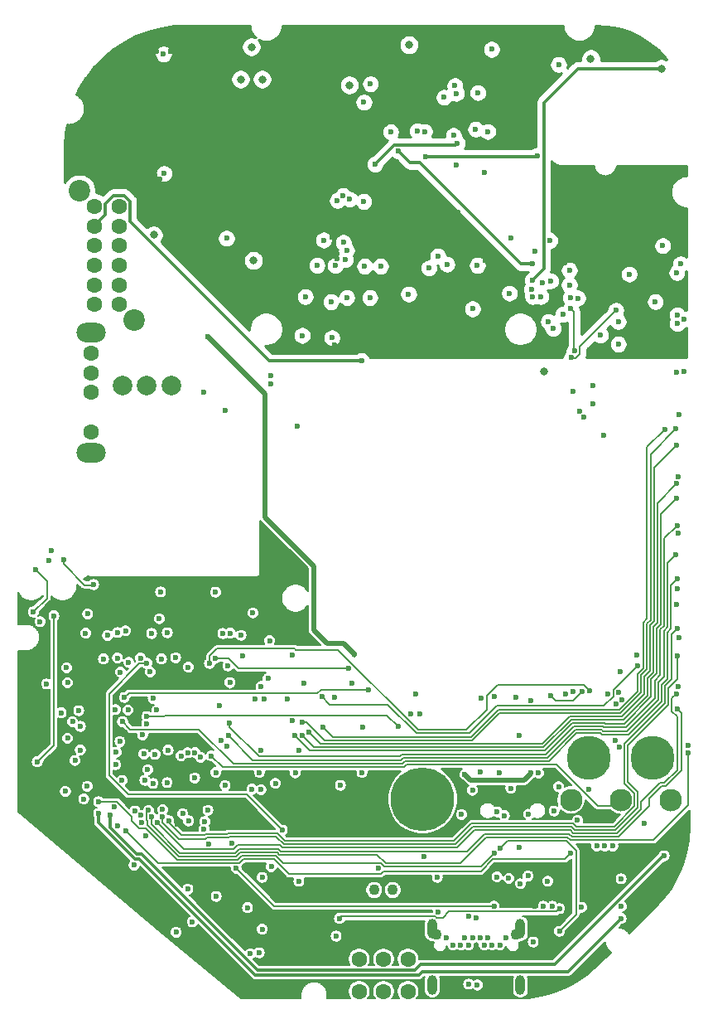
<source format=gbr>
G04 #@! TF.GenerationSoftware,KiCad,Pcbnew,5.1.6+dfsg1-1~bpo10+1*
G04 #@! TF.CreationDate,2020-12-21T12:29:25-05:00*
G04 #@! TF.ProjectId,4GRCP_Mainboard,34475243-505f-44d6-9169-6e626f617264,rev?*
G04 #@! TF.SameCoordinates,Original*
G04 #@! TF.FileFunction,Copper,L2,Inr*
G04 #@! TF.FilePolarity,Positive*
%FSLAX46Y46*%
G04 Gerber Fmt 4.6, Leading zero omitted, Abs format (unit mm)*
G04 Created by KiCad (PCBNEW 5.1.6+dfsg1-1~bpo10+1) date 2020-12-21 12:29:25*
%MOMM*%
%LPD*%
G01*
G04 APERTURE LIST*
G04 #@! TA.AperFunction,ViaPad*
%ADD10O,1.000000X2.000000*%
G04 #@! TD*
G04 #@! TA.AperFunction,ViaPad*
%ADD11C,1.100000*%
G04 #@! TD*
G04 #@! TA.AperFunction,ViaPad*
%ADD12C,0.600000*%
G04 #@! TD*
G04 #@! TA.AperFunction,ViaPad*
%ADD13C,4.500000*%
G04 #@! TD*
G04 #@! TA.AperFunction,ViaPad*
%ADD14C,2.300000*%
G04 #@! TD*
G04 #@! TA.AperFunction,ViaPad*
%ADD15O,3.000000X2.000000*%
G04 #@! TD*
G04 #@! TA.AperFunction,ViaPad*
%ADD16C,1.600000*%
G04 #@! TD*
G04 #@! TA.AperFunction,ViaPad*
%ADD17C,2.200000*%
G04 #@! TD*
G04 #@! TA.AperFunction,ViaPad*
%ADD18C,6.500000*%
G04 #@! TD*
G04 #@! TA.AperFunction,ViaPad*
%ADD19C,2.000000*%
G04 #@! TD*
G04 #@! TA.AperFunction,ViaPad*
%ADD20C,0.800000*%
G04 #@! TD*
G04 #@! TA.AperFunction,Conductor*
%ADD21C,0.200000*%
G04 #@! TD*
G04 #@! TA.AperFunction,Conductor*
%ADD22C,0.350000*%
G04 #@! TD*
G04 #@! TA.AperFunction,Conductor*
%ADD23C,0.500000*%
G04 #@! TD*
G04 #@! TA.AperFunction,Conductor*
%ADD24C,0.254000*%
G04 #@! TD*
G04 APERTURE END LIST*
D10*
X155000000Y-153005000D03*
X164000000Y-153005000D03*
D11*
X155450000Y-147805000D03*
D10*
X155000000Y-147255000D03*
D11*
X163550000Y-147805000D03*
D10*
X164000000Y-147255000D03*
D12*
X161900000Y-148905000D03*
X161100000Y-148905000D03*
X160300000Y-148905000D03*
X157100000Y-148905000D03*
X157900000Y-148905000D03*
X158700000Y-148905000D03*
X162550000Y-148205000D03*
X160700000Y-148205000D03*
X159900000Y-148205000D03*
X156450000Y-148205000D03*
X158300000Y-148205000D03*
X159100000Y-148205000D03*
D13*
X171010000Y-129800000D03*
D11*
X149050000Y-143300000D03*
X150950000Y-143300000D03*
D14*
X169170000Y-134100000D03*
X174250000Y-134100000D03*
X179330000Y-134100000D03*
D15*
X120100000Y-86400000D03*
X120100000Y-98600000D03*
D16*
X120100000Y-88500000D03*
X120100000Y-90500000D03*
X120100000Y-92500000D03*
X120100000Y-96500000D03*
X120450000Y-73500000D03*
X120450000Y-75500000D03*
X120450000Y-77500000D03*
X120450000Y-79500000D03*
X120450000Y-81500000D03*
X120450000Y-83500000D03*
X122950000Y-73500000D03*
X122950000Y-75500000D03*
X122950000Y-77500000D03*
X122950000Y-79500000D03*
X122950000Y-81500000D03*
X122950000Y-83500000D03*
D17*
X118900000Y-71900000D03*
X124500000Y-85100000D03*
D16*
X147500000Y-150350000D03*
X147500000Y-153650000D03*
X150000000Y-150350000D03*
X150000000Y-153650000D03*
X152500000Y-150350000D03*
X152500000Y-153650000D03*
D18*
X154000000Y-134000000D03*
D13*
X177510000Y-129800000D03*
D19*
X128300000Y-91800000D03*
X123300000Y-91800000D03*
X125800000Y-91800000D03*
D12*
X114600000Y-130200000D03*
X116300000Y-115300000D03*
X157150000Y-66250000D03*
X160650000Y-65849998D03*
X150731792Y-65881792D03*
X127510000Y-57930000D03*
X165300000Y-148600000D03*
X174300000Y-142150010D03*
X174316944Y-144966954D03*
X170250000Y-145050000D03*
X166350000Y-144949989D03*
X155605805Y-145540872D03*
X127300000Y-119700000D03*
X135600000Y-119350000D03*
X119000000Y-129000000D03*
X137600000Y-147300000D03*
X136100000Y-145100000D03*
X130000000Y-143200000D03*
X161600000Y-141950010D03*
X173438916Y-138800015D03*
X172609289Y-138800015D03*
X137500000Y-122500000D03*
X145600000Y-132600000D03*
X181174990Y-128502177D03*
X180029986Y-112550000D03*
X180095151Y-106866759D03*
X180157147Y-101066647D03*
X180200000Y-94750000D03*
X180705085Y-85000012D03*
X180697593Y-90364786D03*
D20*
X166450000Y-90350000D03*
D12*
X166250000Y-81300000D03*
X171450000Y-91750000D03*
X167100000Y-81100000D03*
X165123506Y-81960379D03*
X174000000Y-87550000D03*
X174000000Y-85250000D03*
X167900000Y-59000000D03*
X145150000Y-147999998D03*
X127200000Y-112850000D03*
X117275000Y-109600000D03*
X120375000Y-112100000D03*
X144964536Y-123585454D03*
X146802248Y-122200022D03*
X165050000Y-123925032D03*
X147900000Y-126700000D03*
X180155753Y-122532113D03*
X180199990Y-117523931D03*
X157975000Y-135575000D03*
X159894264Y-131250111D03*
X140654449Y-119275021D03*
X126150000Y-121025000D03*
X130069195Y-136231772D03*
X137309441Y-131297672D03*
X147800000Y-131300043D03*
X130038915Y-120538917D03*
X131600000Y-92425000D03*
X126819967Y-124924990D03*
X140200000Y-123800010D03*
X138349990Y-117825000D03*
X132850008Y-131297681D03*
X132825000Y-112875000D03*
X137475000Y-133050000D03*
X125499990Y-129400000D03*
X125893921Y-131000884D03*
X167000001Y-76975000D03*
X180382499Y-79346933D03*
X157449937Y-69258906D03*
X127574936Y-70119523D03*
X125368211Y-127468211D03*
X125792037Y-126323043D03*
X119750000Y-115100000D03*
X171433281Y-93657315D03*
X141350000Y-142400000D03*
X176638910Y-136458922D03*
X149451880Y-141100053D03*
X154164961Y-139880032D03*
X173742272Y-124319990D03*
X174070661Y-123139280D03*
X138949820Y-132403322D03*
X159442368Y-146106808D03*
X137600000Y-142000000D03*
X137300000Y-149700000D03*
X128800000Y-147600000D03*
X114400000Y-110600000D03*
X122774991Y-136706682D03*
X114200000Y-114899996D03*
X119350010Y-134000000D03*
X161300000Y-123550000D03*
X152750000Y-125300000D03*
X125278781Y-136415225D03*
X116050000Y-108650000D03*
X114883338Y-115897623D03*
X126436135Y-132411870D03*
X163550010Y-123613909D03*
X161828980Y-131349061D03*
X119700000Y-132700000D03*
X159600000Y-153000000D03*
X158700000Y-152900000D03*
X134500000Y-138499994D03*
X132100000Y-138600000D03*
X126450000Y-123725000D03*
X127973204Y-129015014D03*
X133803845Y-132621979D03*
X141200055Y-95950000D03*
X133800000Y-94300000D03*
D20*
X126500000Y-76400000D03*
X171200000Y-58400000D03*
X152600000Y-57000000D03*
X136500000Y-57200000D03*
X137600000Y-60500000D03*
X135400000Y-60499992D03*
D12*
X160000000Y-123700000D03*
X159100000Y-133100000D03*
X138200000Y-121700000D03*
X130454490Y-146545510D03*
X136400000Y-149800000D03*
X118461090Y-130061090D03*
X140700000Y-126000000D03*
X169343661Y-123000010D03*
X115754055Y-109644213D03*
X165450000Y-78050000D03*
X143875185Y-76925661D03*
X136554390Y-132993961D03*
X127079133Y-115593034D03*
X174242188Y-120979959D03*
X159100000Y-83950000D03*
X134300000Y-122100011D03*
X130700000Y-131850030D03*
X138525000Y-140925000D03*
X119550000Y-117075000D03*
X140975000Y-131325000D03*
X136650000Y-115000000D03*
X115549990Y-122250000D03*
X124500006Y-140750000D03*
X174335978Y-123840796D03*
X172970650Y-123240770D03*
X173761091Y-84088909D03*
X169246875Y-88924999D03*
X167350000Y-85950000D03*
X166850000Y-85250000D03*
X168000000Y-147500000D03*
X161938852Y-139000000D03*
X169374998Y-92350000D03*
X165500000Y-144949989D03*
X165849988Y-140749990D03*
X143300000Y-132675000D03*
X128930371Y-136533203D03*
X128100000Y-122350000D03*
X130129291Y-128431475D03*
X163450000Y-135350000D03*
X174300000Y-146200000D03*
X123274968Y-132100000D03*
X128750000Y-119575000D03*
X123875000Y-124925000D03*
X120874998Y-135475000D03*
X133950000Y-76750000D03*
D20*
X136700000Y-79000000D03*
D12*
X157550000Y-67024990D03*
X149125000Y-69175000D03*
X160300000Y-70049928D03*
D20*
X139950000Y-75450000D03*
D12*
X152300000Y-70150000D03*
X157600000Y-74100000D03*
X147400000Y-70300000D03*
X139950000Y-60250002D03*
X139950000Y-64650000D03*
X150150000Y-73050000D03*
X158725000Y-77575000D03*
X150870000Y-77450002D03*
D20*
X166350000Y-88550000D03*
D12*
X125300000Y-57750000D03*
X138050000Y-79600000D03*
X149700000Y-78250000D03*
X153900000Y-63749990D03*
X162625000Y-61475000D03*
X161150000Y-77775000D03*
X171600000Y-71375000D03*
X145250000Y-78800000D03*
X153475000Y-73800000D03*
X164275000Y-59575000D03*
X173425000Y-58325000D03*
X155425000Y-56924990D03*
X144775000Y-76625000D03*
X142425000Y-76375000D03*
X160400000Y-79000000D03*
X145029215Y-87673184D03*
X148925000Y-77075000D03*
X174100000Y-73100000D03*
X129600000Y-65900000D03*
X128900000Y-65900000D03*
X128200000Y-65800000D03*
X127600000Y-65400000D03*
X127300000Y-64800000D03*
X127300000Y-64100000D03*
X125700000Y-64100000D03*
X125700000Y-64800000D03*
X125800000Y-65500000D03*
X125999992Y-66100000D03*
X126349997Y-66649997D03*
X126900000Y-67100002D03*
X128100000Y-67500000D03*
X128800000Y-67500000D03*
X129500000Y-67500000D03*
X127500000Y-67400000D03*
X129500000Y-72500000D03*
X128800000Y-72400000D03*
X128200000Y-72000000D03*
X127450000Y-71249994D03*
X127100000Y-70700000D03*
X126600000Y-70300000D03*
X126100000Y-69800000D03*
X125600000Y-69300000D03*
X125100000Y-68800000D03*
X125000000Y-68000000D03*
X125300000Y-67200000D03*
X125100000Y-66400000D03*
X124600000Y-65800000D03*
X124100000Y-65200000D03*
X123600000Y-64700000D03*
X122800000Y-64700000D03*
X122000000Y-64800000D03*
X121300000Y-65000000D03*
X120700000Y-65400000D03*
X120200000Y-65900000D03*
X119600000Y-68000000D03*
X119900000Y-68700000D03*
X119600000Y-67299996D03*
X119800000Y-66500000D03*
X120400000Y-69300000D03*
X120900000Y-69800000D03*
X121500000Y-70200000D03*
X122200000Y-70200000D03*
X123000000Y-70200000D03*
X123700000Y-70200000D03*
X124299992Y-70600000D03*
X124800000Y-71000000D03*
X125300000Y-71500000D03*
X125800000Y-72000000D03*
X126300000Y-72500000D03*
X126900000Y-73100000D03*
X127499998Y-73600000D03*
X128100000Y-64100000D03*
X128800000Y-63600000D03*
X129100000Y-62450000D03*
X129200000Y-61700000D03*
X129200000Y-61000000D03*
X129200000Y-60200000D03*
X129100000Y-59550000D03*
X128800000Y-58300000D03*
X128208783Y-57657593D03*
X126796502Y-57698867D03*
X126000000Y-57700000D03*
X124500000Y-57900000D03*
X124000000Y-58600000D03*
X123900000Y-59400000D03*
X123700000Y-60200000D03*
X123700000Y-60900000D03*
X123700000Y-61600000D03*
X123900000Y-62400000D03*
X124200000Y-63550000D03*
X124900000Y-64100000D03*
X177400000Y-74200000D03*
X137750000Y-73750000D03*
X168500000Y-79254099D03*
X151890000Y-76430000D03*
X148930000Y-70250000D03*
X155543243Y-78543235D03*
X154638155Y-79771718D03*
X151550000Y-67850002D03*
X165250000Y-79350000D03*
X148450000Y-122817812D03*
X123507517Y-123632517D03*
X151484093Y-126615907D03*
X125801744Y-125573094D03*
X178700000Y-139800000D03*
X122595052Y-124871740D03*
X122025011Y-135640116D03*
X161613286Y-135313486D03*
X120872020Y-134269810D03*
X161349984Y-139500000D03*
X158700000Y-146000000D03*
X161300000Y-144949999D03*
X134958588Y-141100074D03*
X163875000Y-127500000D03*
X134100000Y-120399990D03*
X127425023Y-135081657D03*
X123050000Y-128125000D03*
X129300000Y-129599945D03*
X122672675Y-129221355D03*
X130725572Y-129249983D03*
X122616181Y-130488442D03*
X131298529Y-129733964D03*
X126648683Y-129452209D03*
X129975979Y-129275029D03*
X154350014Y-68400000D03*
X165700011Y-68300000D03*
X169851840Y-82852675D03*
X169102535Y-82820101D03*
X169150000Y-83927664D03*
X169507145Y-88215897D03*
X166077834Y-82699999D03*
X165250000Y-82699998D03*
X172175000Y-86650000D03*
X125803134Y-120145794D03*
X139650000Y-137175010D03*
X167088434Y-123483808D03*
X153275000Y-123275000D03*
X144725000Y-86900000D03*
X129475000Y-135500000D03*
X117475000Y-133225000D03*
X162349990Y-135700000D03*
X170334443Y-123001622D03*
X153675000Y-125300000D03*
X134325000Y-117075021D03*
X132203679Y-120155524D03*
X171080000Y-122920000D03*
X153451904Y-65796565D03*
X154200000Y-65850000D03*
X163000000Y-76700000D03*
X117700000Y-127800000D03*
X119019346Y-126580503D03*
X169001256Y-81497498D03*
X180029980Y-111550000D03*
X123325000Y-126102485D03*
X179895163Y-109026944D03*
X134151601Y-127550840D03*
X135436084Y-117286084D03*
X180000000Y-80250000D03*
X143688916Y-123549990D03*
X176006401Y-120360326D03*
X178550000Y-77500000D03*
X181174990Y-129252179D03*
X125972163Y-135168884D03*
X126293054Y-135846783D03*
X180029999Y-124775576D03*
X179926083Y-123246095D03*
X126863401Y-136364237D03*
X180029998Y-119347506D03*
X127393066Y-135833226D03*
X180029964Y-116600000D03*
X128035515Y-136220236D03*
X122800000Y-117000000D03*
X179961690Y-114122585D03*
X180029986Y-84550000D03*
X127897172Y-117025004D03*
X121789337Y-117295735D03*
X177786084Y-83213916D03*
X136900000Y-123800000D03*
X179950032Y-90425372D03*
X137800000Y-123800002D03*
X180051979Y-85457720D03*
X141700537Y-126149979D03*
X179879430Y-96198826D03*
X143850000Y-126675000D03*
X178750000Y-96250000D03*
X180000000Y-101800000D03*
X141667245Y-127485730D03*
X179990380Y-97843647D03*
X142357017Y-127191227D03*
X180029978Y-106050000D03*
X134252778Y-126199945D03*
X179960872Y-103312230D03*
X140919307Y-127541475D03*
X117700000Y-122125000D03*
X117600000Y-120600000D03*
X121375000Y-119700000D03*
X122800000Y-119600000D03*
X169132868Y-139532174D03*
X123700000Y-137275000D03*
X159650000Y-61875000D03*
X123625000Y-116825010D03*
X132900000Y-143950000D03*
X123950000Y-120050000D03*
X155500000Y-142000000D03*
X123100000Y-121050000D03*
X125701416Y-137798584D03*
X125161065Y-119595784D03*
X133575497Y-117102322D03*
X132398540Y-129600345D03*
X141375000Y-129050000D03*
X141686411Y-86661411D03*
X146225000Y-78000000D03*
X134030538Y-128650851D03*
X145900000Y-77175000D03*
X133426031Y-128023967D03*
X137450000Y-129025000D03*
X127875000Y-132325000D03*
X133250000Y-124425000D03*
X141900000Y-122175000D03*
X168648388Y-123281281D03*
X146450000Y-120650000D03*
X132763480Y-119656384D03*
X126300000Y-117100000D03*
X122500000Y-134825000D03*
X125598329Y-132099989D03*
X145074990Y-79529721D03*
X124587693Y-135225866D03*
X146100000Y-78925000D03*
X125191867Y-135670266D03*
X159600000Y-79500004D03*
X147986194Y-72982787D03*
X149700000Y-79600000D03*
X146536172Y-72754076D03*
X148600000Y-82800000D03*
X145875000Y-72400000D03*
X148075010Y-79600000D03*
X145288909Y-72886091D03*
X146250010Y-82800000D03*
X144626416Y-83226416D03*
X143200000Y-79500004D03*
X142000000Y-82700000D03*
X159426996Y-65609167D03*
D20*
X146500000Y-61100000D03*
D12*
X157449998Y-61950000D03*
X156200000Y-62350000D03*
X148000000Y-62850000D03*
X157300236Y-61165093D03*
X163014977Y-132900000D03*
X171008916Y-132990010D03*
X163900000Y-138900000D03*
X174096850Y-128687927D03*
X164850010Y-135559886D03*
X173736648Y-128030085D03*
X165843421Y-131349996D03*
X162875000Y-82350000D03*
X168350000Y-84500006D03*
X167900000Y-132750000D03*
X145500000Y-146200000D03*
X168000000Y-145200000D03*
X169839634Y-136172156D03*
X167250000Y-144949999D03*
X171800000Y-138800015D03*
X131658671Y-137066139D03*
X117050000Y-125200000D03*
X131729021Y-136319434D03*
X167449991Y-135222177D03*
X166786627Y-142400195D03*
X162808513Y-142113654D03*
X163995708Y-142649989D03*
X164787552Y-141850010D03*
D20*
X178400000Y-59400000D03*
D12*
X165200000Y-81025010D03*
X161050000Y-57450000D03*
X148675000Y-60975000D03*
X172530018Y-96844982D03*
X118850032Y-124978200D03*
X156500000Y-79400000D03*
X138500010Y-91604964D03*
X152570000Y-82445000D03*
X138500010Y-90750000D03*
X118200000Y-126100000D03*
X169000004Y-80000000D03*
X147750000Y-89250000D03*
X170092517Y-94407481D03*
X175863055Y-119313055D03*
X170500000Y-95000000D03*
X147050000Y-119250000D03*
X158325000Y-131500000D03*
X165050000Y-131319998D03*
X132050000Y-86825000D03*
X132050000Y-135150000D03*
X175125000Y-80400000D03*
D21*
X114600000Y-130200000D02*
X116300000Y-128500000D01*
X116300000Y-128500000D02*
X116300000Y-115300000D01*
X117275000Y-110024264D02*
X119400736Y-112150000D01*
X117275000Y-109600000D02*
X117275000Y-110024264D01*
X119400736Y-112150000D02*
X120325000Y-112150000D01*
X120325000Y-112150000D02*
X120375000Y-112100000D01*
X115600000Y-113499996D02*
X114200000Y-114899996D01*
X115600000Y-111800000D02*
X115600000Y-113499996D01*
X114400000Y-110600000D02*
X115600000Y-111800000D01*
X170057146Y-88592854D02*
X169625000Y-89025000D01*
X173761091Y-84088909D02*
X170057146Y-87792854D01*
X170057146Y-87792854D02*
X170057146Y-88592854D01*
X169346876Y-89025000D02*
X169246875Y-88924999D01*
X169625000Y-89025000D02*
X169346876Y-89025000D01*
X162688852Y-138250000D02*
X161938852Y-139000000D01*
X168664696Y-138250000D02*
X162688852Y-138250000D01*
X169682869Y-139268173D02*
X168664696Y-138250000D01*
X168000000Y-147500000D02*
X169682869Y-145817131D01*
X169682869Y-145817131D02*
X169682869Y-139268173D01*
D22*
X124561224Y-140124999D02*
X120874998Y-136438773D01*
X153624989Y-151975011D02*
X136900015Y-151975011D01*
X168900000Y-151600000D02*
X154000000Y-151600000D01*
X120874998Y-136438773D02*
X120874998Y-135475000D01*
X125050003Y-140124999D02*
X124561224Y-140124999D01*
X174300000Y-146200000D02*
X168900000Y-151600000D01*
X136900015Y-151975011D02*
X125050003Y-140124999D01*
X154000000Y-151600000D02*
X153624989Y-151975011D01*
X157349989Y-67225001D02*
X157550000Y-67024990D01*
X151074999Y-67225001D02*
X157349989Y-67225001D01*
X149125000Y-69175000D02*
X151074999Y-67225001D01*
X151550000Y-67850002D02*
X152724999Y-69025001D01*
X164025000Y-79350000D02*
X165250000Y-79350000D01*
X153700001Y-69025001D02*
X164025000Y-79350000D01*
X152724999Y-69025001D02*
X153700001Y-69025001D01*
D21*
X143249903Y-123174999D02*
X123965035Y-123174999D01*
X123965035Y-123174999D02*
X123507517Y-123632517D01*
X143607090Y-122817812D02*
X143249903Y-123174999D01*
X148450000Y-122817812D02*
X143607090Y-122817812D01*
X150318185Y-125449999D02*
X127664003Y-125449999D01*
X127540908Y-125573094D02*
X125801744Y-125573094D01*
X127664003Y-125449999D02*
X127540908Y-125573094D01*
X151484093Y-126615907D02*
X150318185Y-125449999D01*
X178600000Y-139800000D02*
X178700000Y-139800000D01*
D22*
X167500000Y-150900000D02*
X153800000Y-150900000D01*
X122025011Y-136880782D02*
X122025011Y-135640116D01*
X178600000Y-139800000D02*
X167500000Y-150900000D01*
X125257114Y-139624988D02*
X124769217Y-139624988D01*
X137107126Y-151475000D02*
X125257114Y-139624988D01*
X153800000Y-150900000D02*
X153225000Y-151475000D01*
X153225000Y-151475000D02*
X137107126Y-151475000D01*
X124769217Y-139624988D02*
X122025011Y-136880782D01*
D21*
X135098959Y-140200055D02*
X135499014Y-139800000D01*
X149715881Y-140550052D02*
X150065883Y-140900054D01*
X122733812Y-134269810D02*
X124273354Y-135809352D01*
X124273354Y-135809352D02*
X124273354Y-136223800D01*
X138986041Y-139800000D02*
X139736093Y-140550052D01*
X139736093Y-140550052D02*
X149715881Y-140550052D01*
X124273354Y-136223800D02*
X125014780Y-136965226D01*
X159949930Y-140900054D02*
X161349984Y-139500000D01*
X128891889Y-140200055D02*
X135098959Y-140200055D01*
X120872020Y-134269810D02*
X122733812Y-134269810D01*
X135499014Y-139800000D02*
X138986041Y-139800000D01*
X125657060Y-136965226D02*
X128891889Y-140200055D01*
X125014780Y-136965226D02*
X125657060Y-136965226D01*
X150065883Y-140900054D02*
X159949930Y-140900054D01*
X161300000Y-144949999D02*
X138808513Y-144949999D01*
X138808513Y-144949999D02*
X134958588Y-141100074D01*
D22*
X165600011Y-68400000D02*
X165700011Y-68300000D01*
X154350014Y-68400000D02*
X165600011Y-68400000D01*
D21*
X169150000Y-83927664D02*
X169500000Y-84277664D01*
X169500000Y-84277664D02*
X169500000Y-88208752D01*
X169500000Y-88208752D02*
X169507145Y-88215897D01*
X121941516Y-131580550D02*
X123904928Y-133543962D01*
X121941516Y-123258484D02*
X121941516Y-131580550D01*
X125054206Y-120145794D02*
X121941516Y-123258484D01*
X136018952Y-133543962D02*
X139650000Y-137175010D01*
X125803134Y-120145794D02*
X125054206Y-120145794D01*
X123904928Y-133543962D02*
X136018952Y-133543962D01*
X169361065Y-123975000D02*
X170334443Y-123001622D01*
X167579626Y-123975000D02*
X169361065Y-123975000D01*
X167088434Y-123483808D02*
X167579626Y-123975000D01*
X170520000Y-122360000D02*
X171080000Y-122920000D01*
X161675998Y-122360000D02*
X170520000Y-122360000D01*
X160550001Y-123485997D02*
X161675998Y-122360000D01*
X153544989Y-126950001D02*
X158474999Y-126950001D01*
X158474999Y-126950001D02*
X160550001Y-124874999D01*
X140918450Y-118645550D02*
X141037200Y-118764300D01*
X132203679Y-119424009D02*
X132982138Y-118645550D01*
X132203679Y-120155524D02*
X132203679Y-119424009D01*
X160550001Y-124874999D02*
X160550001Y-123485997D01*
X132982138Y-118645550D02*
X140918450Y-118645550D01*
X145359288Y-118764300D02*
X153544989Y-126950001D01*
X141037200Y-118764300D02*
X145359288Y-118764300D01*
X134637132Y-130397660D02*
X131139450Y-126899978D01*
X180029980Y-111550000D02*
X179400017Y-112179963D01*
X179400017Y-112179963D02*
X179400017Y-116592051D01*
X179400017Y-116592051D02*
X179006488Y-116985580D01*
X172317972Y-127407970D02*
X172210001Y-127299999D01*
X172210001Y-127299999D02*
X169750001Y-127299999D01*
X175022050Y-127407970D02*
X172317972Y-127407970D01*
X178429953Y-124000067D02*
X175022050Y-127407970D01*
X152175019Y-130149989D02*
X151927348Y-130397660D01*
X166900011Y-130149989D02*
X152175019Y-130149989D01*
X131139450Y-126899978D02*
X124122493Y-126899978D01*
X179006488Y-121748522D02*
X178429953Y-122325057D01*
X178429953Y-122325057D02*
X178429953Y-124000067D01*
X179006488Y-116985580D02*
X179006488Y-121748522D01*
X124122493Y-126899978D02*
X123325000Y-126102485D01*
X151927348Y-130397660D02*
X134637132Y-130397660D01*
X169750001Y-127299999D02*
X166900011Y-130149989D01*
X179895163Y-109026944D02*
X179050004Y-109872103D01*
X179050004Y-116447074D02*
X178656477Y-116840601D01*
X174877071Y-127057959D02*
X172462951Y-127057959D01*
X179050004Y-109872103D02*
X179050004Y-116447074D01*
X178656477Y-116840601D02*
X178656475Y-121494201D01*
X178079945Y-122070731D02*
X178079941Y-123855089D01*
X172462951Y-127057959D02*
X172354980Y-126949988D01*
X178079941Y-123855089D02*
X174877071Y-127057959D01*
X136648410Y-130047649D02*
X134151601Y-127550840D01*
X151782369Y-130047649D02*
X136648410Y-130047649D01*
X178656475Y-121494201D02*
X178079945Y-122070731D01*
X152030039Y-129799979D02*
X151782369Y-130047649D01*
X169605022Y-126949988D02*
X166755032Y-129799978D01*
X166755032Y-129799978D02*
X152030039Y-129799979D01*
X172354980Y-126949988D02*
X169605022Y-126949988D01*
X143688916Y-123549990D02*
X144488915Y-124349989D01*
X150449987Y-124349989D02*
X153400010Y-127300012D01*
X153400010Y-127300012D02*
X158794978Y-127300012D01*
X158794978Y-127300012D02*
X161619957Y-124475033D01*
X172550389Y-124475033D02*
X173520651Y-123504771D01*
X144488915Y-124349989D02*
X150449987Y-124349989D01*
X161619957Y-124475033D02*
X172550389Y-124475033D01*
X173520651Y-122846076D02*
X176006401Y-120360326D01*
X173520651Y-123504771D02*
X173520651Y-122846076D01*
X150210862Y-140550043D02*
X149340860Y-139680041D01*
X125850011Y-136663187D02*
X125850011Y-136226202D01*
X181174990Y-129252179D02*
X181174990Y-134625010D01*
X129036868Y-139850044D02*
X125850011Y-136663187D01*
X157835955Y-140550043D02*
X150210862Y-140550043D01*
X149340860Y-139680041D02*
X139361070Y-139680041D01*
X168809682Y-137899996D02*
X160486002Y-137899996D01*
X125850011Y-136226202D02*
X125743052Y-136119243D01*
X139361070Y-139680041D02*
X139131016Y-139449989D01*
X125743052Y-136119243D02*
X125743052Y-135397995D01*
X181174990Y-134625010D02*
X177600000Y-138200000D01*
X135354035Y-139449989D02*
X134953980Y-139850044D01*
X139131016Y-139449989D02*
X135354035Y-139449989D01*
X169109686Y-138200000D02*
X168809682Y-137899996D01*
X160486002Y-137899996D02*
X157835955Y-140550043D01*
X125743052Y-135397995D02*
X125972163Y-135168884D01*
X177600000Y-138200000D02*
X169109686Y-138200000D01*
X134953980Y-139850044D02*
X129036868Y-139850044D01*
X178430001Y-132699999D02*
X178844991Y-132699999D01*
X177180000Y-134710000D02*
X177180000Y-133950000D01*
X158560978Y-139330030D02*
X160341023Y-137549985D01*
X139256048Y-139080032D02*
X139506048Y-139330030D01*
X180459989Y-125205566D02*
X180029999Y-124775576D01*
X139506048Y-139330030D02*
X158560978Y-139330030D01*
X129181847Y-139500033D02*
X134809001Y-139500033D01*
X168954661Y-137549985D02*
X169254665Y-137849989D01*
X174040011Y-137849989D02*
X177180000Y-134710000D01*
X126293054Y-135846783D02*
X126293054Y-136611240D01*
X160341023Y-137549985D02*
X168954661Y-137549985D01*
X126293054Y-136611240D02*
X129181847Y-139500033D01*
X169254665Y-137849989D02*
X174040011Y-137849989D01*
X180459989Y-131085001D02*
X180459989Y-125205566D01*
X178844991Y-132699999D02*
X180459989Y-131085001D01*
X177180000Y-133950000D02*
X178430001Y-132699999D01*
X134809001Y-139500033D02*
X135229003Y-139080032D01*
X135229003Y-139080032D02*
X139256048Y-139080032D01*
X173875032Y-137499978D02*
X169399644Y-137499978D01*
X176350022Y-134284988D02*
X176350021Y-135024989D01*
X139401028Y-138730022D02*
X135084023Y-138730021D01*
X169399644Y-137499978D02*
X169099640Y-137199974D01*
X179479989Y-123692189D02*
X179479989Y-125039579D01*
X178700012Y-132349988D02*
X178285022Y-132349988D01*
X180010001Y-125569591D02*
X180010001Y-131039999D01*
X180010001Y-131039999D02*
X178700012Y-132349988D01*
X179479989Y-125039579D02*
X180010001Y-125569591D01*
X134664022Y-139150022D02*
X129623449Y-139150022D01*
X179926083Y-123246095D02*
X179479989Y-123692189D01*
X135084023Y-138730021D02*
X134664022Y-139150022D01*
X126863401Y-136389974D02*
X126863401Y-136364237D01*
X157509957Y-138980021D02*
X139651026Y-138980020D01*
X176350021Y-135024989D02*
X173875032Y-137499978D01*
X129623449Y-139150022D02*
X126863401Y-136389974D01*
X159290006Y-137199974D02*
X157509957Y-138980021D01*
X139651026Y-138980020D02*
X139401028Y-138730022D01*
X169099640Y-137199974D02*
X159290006Y-137199974D01*
X178285022Y-132349988D02*
X176350022Y-134284988D01*
X131822729Y-138063269D02*
X129049267Y-138063269D01*
X129049267Y-138063269D02*
X127413403Y-136427405D01*
X180029998Y-121770002D02*
X179129978Y-122670022D01*
X173730057Y-137149963D02*
X169544618Y-137149962D01*
X176000011Y-134880009D02*
X173730057Y-137149963D01*
X179129978Y-122670022D02*
X179129978Y-124391054D01*
X157364979Y-138630011D02*
X139796006Y-138630010D01*
X159145027Y-136849963D02*
X157364979Y-138630011D01*
X179129978Y-124391054D02*
X174996862Y-128524170D01*
X134235998Y-137850000D02*
X134135999Y-137949999D01*
X174996862Y-128524170D02*
X174996862Y-132279870D01*
X134135999Y-137949999D02*
X131935999Y-137949999D01*
X139796006Y-138630010D02*
X139015996Y-137850000D01*
X180029998Y-119347506D02*
X180029998Y-121770002D01*
X174996862Y-132279870D02*
X176000012Y-133283020D01*
X127413403Y-136427405D02*
X127413403Y-135853563D01*
X169244619Y-136849963D02*
X159145027Y-136849963D01*
X139015996Y-137850000D02*
X134235998Y-137850000D01*
X176000012Y-133283020D02*
X176000011Y-134880009D01*
X131935999Y-137949999D02*
X131822729Y-138063269D01*
X169544618Y-137149962D02*
X169244619Y-136849963D01*
X127413403Y-135853563D02*
X127393066Y-135833226D01*
X169389597Y-136499951D02*
X159000049Y-136499951D01*
X159000049Y-136499951D02*
X157220000Y-138280000D01*
X174646851Y-132424849D02*
X175650001Y-133427999D01*
X178779967Y-122470033D02*
X178779967Y-124246075D01*
X133991020Y-137599988D02*
X131791019Y-137599989D01*
X131791019Y-137599989D02*
X131677750Y-137713258D01*
X173585078Y-136799952D02*
X169689598Y-136799952D01*
X131677750Y-137713258D02*
X129321424Y-137713258D01*
X128035515Y-136427349D02*
X128035515Y-136220236D01*
X129321424Y-137713258D02*
X128035515Y-136427349D01*
X178779967Y-124246075D02*
X174646851Y-128379191D01*
X179479997Y-117149967D02*
X179479997Y-121770003D01*
X179479997Y-121770003D02*
X178779967Y-122470033D01*
X175650001Y-133427999D02*
X175650001Y-134735029D01*
X139160975Y-137499989D02*
X134091018Y-137499990D01*
X157220000Y-138280000D02*
X139940986Y-138280000D01*
X175650001Y-134735029D02*
X173585078Y-136799952D01*
X180029964Y-116600000D02*
X179479997Y-117149967D01*
X139940986Y-138280000D02*
X139160975Y-137499989D01*
X134091018Y-137499990D02*
X133991020Y-137599988D01*
X169689598Y-136799952D02*
X169389597Y-136499951D01*
X174646851Y-128379191D02*
X174646851Y-132424849D01*
X177299951Y-115722177D02*
X177299951Y-98778305D01*
X176906422Y-120769304D02*
X176906422Y-116115706D01*
X142124801Y-126149979D02*
X143974856Y-128000034D01*
X173109941Y-125230009D02*
X174230070Y-125230009D01*
X176329890Y-121345836D02*
X176906422Y-120769304D01*
X176906422Y-116115706D02*
X177299951Y-115722177D01*
X177299951Y-98778305D02*
X179879430Y-96198826D01*
X159084937Y-128000033D02*
X161885032Y-125199938D01*
X173079870Y-125199938D02*
X173109941Y-125230009D01*
X161885032Y-125199938D02*
X173079870Y-125199938D01*
X143974856Y-128000034D02*
X159084937Y-128000033D01*
X141700537Y-126149979D02*
X142124801Y-126149979D01*
X176329890Y-123130190D02*
X176329890Y-121345836D01*
X174230070Y-125230009D02*
X176329890Y-123130190D01*
X176556412Y-115970726D02*
X176949940Y-115577198D01*
X176556411Y-120624325D02*
X176556412Y-115970726D01*
X175949345Y-121231392D02*
X176556411Y-120624325D01*
X173254920Y-124879998D02*
X174085091Y-124879998D01*
X173224850Y-124849928D02*
X173254920Y-124879998D01*
X158939957Y-127650023D02*
X161740053Y-124849927D01*
X144825023Y-127650023D02*
X158939957Y-127650023D01*
X176949940Y-115577198D02*
X176949940Y-98050060D01*
X143850000Y-126675000D02*
X144825023Y-127650023D01*
X174085091Y-124879998D02*
X175949345Y-123015745D01*
X175949345Y-123015745D02*
X175949345Y-121231392D01*
X176949940Y-98050060D02*
X178750000Y-96250000D01*
X161740053Y-124849927D02*
X173224850Y-124849928D01*
X177029912Y-121635794D02*
X177029911Y-123420149D01*
X177999972Y-116012136D02*
X177606444Y-116405664D01*
X172789923Y-125899967D02*
X169170073Y-125899967D01*
X142881571Y-128700056D02*
X141667245Y-127485730D01*
X177999973Y-103800027D02*
X177999972Y-116012136D01*
X172819987Y-125930031D02*
X172789923Y-125899967D01*
X177606444Y-116405664D02*
X177606443Y-121059263D01*
X180000000Y-101800000D02*
X177999973Y-103800027D01*
X174520025Y-125930031D02*
X172819987Y-125930031D01*
X177606443Y-121059263D02*
X177029912Y-121635794D01*
X177029911Y-123420149D02*
X174520025Y-125930031D01*
X169170073Y-125899967D02*
X166369984Y-128700056D01*
X166369984Y-128700056D02*
X142881571Y-128700056D01*
X177256433Y-120914283D02*
X176679901Y-121490815D01*
X172964966Y-125580020D02*
X172934892Y-125549948D01*
X174375048Y-125580020D02*
X172964966Y-125580020D01*
X177649962Y-100184065D02*
X177649962Y-115867156D01*
X177256433Y-116260685D02*
X177256433Y-120914283D01*
X176679901Y-121490815D02*
X176679901Y-123275169D01*
X172934892Y-125549948D02*
X169025101Y-125549949D01*
X176679901Y-123275169D02*
X174375048Y-125580020D01*
X179990380Y-97843647D02*
X177649962Y-100184065D01*
X177649962Y-115867156D02*
X177256433Y-116260685D01*
X166225005Y-128350045D02*
X143515835Y-128350045D01*
X169025101Y-125549949D02*
X166225005Y-128350045D01*
X143515835Y-128350045D02*
X142357017Y-127191227D01*
X178699994Y-107379984D02*
X178699994Y-116302094D01*
X137278570Y-129650001D02*
X134252778Y-126624209D01*
X151885059Y-129449969D02*
X151685027Y-129650001D01*
X180029978Y-106050000D02*
X178699994Y-107379984D01*
X178699994Y-116302094D02*
X178306466Y-116695622D01*
X178306466Y-116695622D02*
X178306465Y-121349221D01*
X178306465Y-121349221D02*
X177729933Y-121925753D01*
X169460042Y-126599978D02*
X166610052Y-129449968D01*
X172545700Y-126645718D02*
X172499958Y-126599978D01*
X166610052Y-129449968D02*
X151885059Y-129449969D01*
X177729931Y-123710109D02*
X174794321Y-126645719D01*
X151685027Y-129650001D02*
X137278570Y-129650001D01*
X172499958Y-126599978D02*
X169460042Y-126599978D01*
X134252778Y-126624209D02*
X134252778Y-126199945D01*
X177729933Y-121925753D02*
X177729931Y-123710109D01*
X174794321Y-126645719D02*
X172545700Y-126645718D01*
X166514963Y-129050067D02*
X142427899Y-129050067D01*
X142427899Y-129050067D02*
X140919307Y-127541475D01*
X172644936Y-126249968D02*
X169315062Y-126249968D01*
X177379921Y-123565129D02*
X174649342Y-126295708D01*
X177379923Y-121780773D02*
X177379921Y-123565129D01*
X172690678Y-126295708D02*
X172644936Y-126249968D01*
X174649342Y-126295708D02*
X172690678Y-126295708D01*
X177956455Y-121204241D02*
X177379923Y-121780773D01*
X178349984Y-104923118D02*
X178349984Y-116157114D01*
X177956455Y-116550643D02*
X177956455Y-121204241D01*
X179960872Y-103312230D02*
X178349984Y-104923118D01*
X178349984Y-116157114D02*
X177956455Y-116550643D01*
X169315062Y-126249968D02*
X166514963Y-129050067D01*
X135643993Y-140150011D02*
X135243938Y-140550066D01*
X140341106Y-141650054D02*
X138841063Y-140150011D01*
X168515031Y-140150011D02*
X161194963Y-140150011D01*
X135243938Y-140550066D02*
X126975066Y-140550066D01*
X126975066Y-140550066D02*
X123700000Y-137275000D01*
X149715881Y-141650054D02*
X140341106Y-141650054D01*
X161194963Y-140150011D02*
X159980920Y-141364054D01*
X138841063Y-140150011D02*
X135643993Y-140150011D01*
X169132868Y-139532174D02*
X168515031Y-140150011D01*
X159980920Y-141364054D02*
X150001881Y-141364054D01*
X150001881Y-141364054D02*
X149715881Y-141650054D01*
X173670000Y-134720000D02*
X171924904Y-134720000D01*
X173750000Y-134800000D02*
X173670000Y-134720000D01*
X152072327Y-130747671D02*
X133545866Y-130747671D01*
X133545866Y-130747671D02*
X132398540Y-129600345D01*
X171924904Y-134720000D02*
X167704903Y-130499999D01*
X152319999Y-130499999D02*
X152072327Y-130747671D01*
X167704903Y-130499999D02*
X152319999Y-130499999D01*
X134145396Y-119656384D02*
X132763480Y-119656384D01*
X135139012Y-120650000D02*
X134145396Y-119656384D01*
X146450000Y-120650000D02*
X135139012Y-120650000D01*
X155405675Y-146100001D02*
X156064001Y-146100001D01*
X145500000Y-146200000D02*
X145695010Y-146004990D01*
X155310664Y-146004990D02*
X155405675Y-146100001D01*
X145695010Y-146004990D02*
X155310664Y-146004990D01*
X156714003Y-145449999D02*
X158914001Y-145449999D01*
X158964001Y-145499999D02*
X167700001Y-145499999D01*
X158914001Y-145449999D02*
X158964001Y-145499999D01*
X156064001Y-146100001D02*
X156714003Y-145449999D01*
X167700001Y-145499999D02*
X168000000Y-145200000D01*
D22*
X166375001Y-62874999D02*
X166375001Y-79850009D01*
X169850000Y-59400000D02*
X166375001Y-62874999D01*
X166375001Y-79850009D02*
X165200000Y-81025010D01*
X178400000Y-59400000D02*
X169850000Y-59400000D01*
X121575001Y-74374999D02*
X120400000Y-75550000D01*
X138276998Y-89250000D02*
X124075001Y-75048003D01*
X124075001Y-75048003D02*
X124075001Y-72959999D01*
X147750000Y-89250000D02*
X138276998Y-89250000D01*
X122409999Y-72374999D02*
X121575001Y-73209997D01*
X123490001Y-72374999D02*
X122409999Y-72374999D01*
X121575001Y-73209997D02*
X121575001Y-74374999D01*
X124075001Y-72959999D02*
X123490001Y-72374999D01*
D23*
X147050000Y-119250000D02*
X147050000Y-119300000D01*
X158325000Y-131500000D02*
X158874062Y-132049062D01*
X164425938Y-132049062D02*
X165075000Y-131400000D01*
X158874062Y-132049062D02*
X164425938Y-132049062D01*
X165075000Y-131400000D02*
X165075000Y-131344998D01*
X165075000Y-131344998D02*
X165050000Y-131319998D01*
X137875000Y-92650000D02*
X132050000Y-86825000D01*
X145950001Y-118150001D02*
X144227999Y-118150001D01*
X147050000Y-119250000D02*
X145950001Y-118150001D01*
X142849999Y-116772001D02*
X142849999Y-110199999D01*
X142849999Y-110199999D02*
X137875000Y-105225000D01*
X144227999Y-118150001D02*
X142849999Y-116772001D01*
X137875000Y-105225000D02*
X137875000Y-92650000D01*
D21*
G36*
X137455789Y-105644211D02*
G01*
X137478302Y-105662687D01*
X142260000Y-110444386D01*
X142260000Y-112793790D01*
X142118521Y-112582053D01*
X141917947Y-112381479D01*
X141682096Y-112223888D01*
X141420033Y-112115338D01*
X141141828Y-112060000D01*
X140858172Y-112060000D01*
X140579967Y-112115338D01*
X140317904Y-112223888D01*
X140082053Y-112381479D01*
X139881479Y-112582053D01*
X139723888Y-112817904D01*
X139615338Y-113079967D01*
X139560000Y-113358172D01*
X139560000Y-113641828D01*
X139615338Y-113920033D01*
X139723888Y-114182096D01*
X139881479Y-114417947D01*
X140082053Y-114618521D01*
X140317904Y-114776112D01*
X140579967Y-114884662D01*
X140858172Y-114940000D01*
X141141828Y-114940000D01*
X141420033Y-114884662D01*
X141682096Y-114776112D01*
X141917947Y-114618521D01*
X142118521Y-114417947D01*
X142259999Y-114206210D01*
X142259999Y-116743033D01*
X142257146Y-116772001D01*
X142259999Y-116800969D01*
X142259999Y-116800976D01*
X142266534Y-116867328D01*
X142268537Y-116887661D01*
X142275022Y-116909039D01*
X142302273Y-116998875D01*
X142357059Y-117101372D01*
X142430788Y-117191212D01*
X142453301Y-117209688D01*
X143567912Y-118324300D01*
X141220581Y-118324300D01*
X141164083Y-118277934D01*
X141087645Y-118237077D01*
X141004705Y-118211917D01*
X140940057Y-118205550D01*
X140940054Y-118205550D01*
X140918450Y-118203422D01*
X140896846Y-118205550D01*
X138865437Y-118205550D01*
X138917151Y-118128154D01*
X138965395Y-118011681D01*
X138989990Y-117888035D01*
X138989990Y-117761965D01*
X138965395Y-117638319D01*
X138917151Y-117521846D01*
X138847111Y-117417024D01*
X138757966Y-117327879D01*
X138653144Y-117257839D01*
X138536671Y-117209595D01*
X138413025Y-117185000D01*
X138286955Y-117185000D01*
X138163309Y-117209595D01*
X138046836Y-117257839D01*
X137942014Y-117327879D01*
X137852869Y-117417024D01*
X137782829Y-117521846D01*
X137734585Y-117638319D01*
X137709990Y-117761965D01*
X137709990Y-117888035D01*
X137734585Y-118011681D01*
X137782829Y-118128154D01*
X137834543Y-118205550D01*
X133003741Y-118205550D01*
X132982137Y-118203422D01*
X132960533Y-118205550D01*
X132960531Y-118205550D01*
X132895883Y-118211917D01*
X132812943Y-118237077D01*
X132777527Y-118256007D01*
X132736504Y-118277934D01*
X132719527Y-118291867D01*
X132669506Y-118332918D01*
X132655731Y-118349703D01*
X131907832Y-119097603D01*
X131891048Y-119111377D01*
X131877274Y-119128161D01*
X131836063Y-119178376D01*
X131795207Y-119254814D01*
X131770047Y-119337754D01*
X131761551Y-119424009D01*
X131763680Y-119445623D01*
X131763680Y-119690426D01*
X131706558Y-119747548D01*
X131636518Y-119852370D01*
X131588274Y-119968843D01*
X131563679Y-120092489D01*
X131563679Y-120218559D01*
X131588274Y-120342205D01*
X131636518Y-120458678D01*
X131706558Y-120563500D01*
X131795703Y-120652645D01*
X131900525Y-120722685D01*
X132016998Y-120770929D01*
X132140644Y-120795524D01*
X132266714Y-120795524D01*
X132390360Y-120770929D01*
X132506833Y-120722685D01*
X132611655Y-120652645D01*
X132700800Y-120563500D01*
X132770840Y-120458678D01*
X132819084Y-120342205D01*
X132828268Y-120296035D01*
X132950161Y-120271789D01*
X133066634Y-120223545D01*
X133171456Y-120153505D01*
X133228577Y-120096384D01*
X133533141Y-120096384D01*
X133532839Y-120096836D01*
X133484595Y-120213309D01*
X133460000Y-120336955D01*
X133460000Y-120463025D01*
X133484595Y-120586671D01*
X133532839Y-120703144D01*
X133602879Y-120807966D01*
X133692024Y-120897111D01*
X133796846Y-120967151D01*
X133913319Y-121015395D01*
X134036965Y-121039990D01*
X134163035Y-121039990D01*
X134286681Y-121015395D01*
X134403154Y-120967151D01*
X134507976Y-120897111D01*
X134597121Y-120807966D01*
X134628205Y-120761446D01*
X134812605Y-120945847D01*
X134826380Y-120962632D01*
X134847721Y-120980146D01*
X134893378Y-121017616D01*
X134921782Y-121032798D01*
X134969817Y-121058473D01*
X135052757Y-121083633D01*
X135117405Y-121090000D01*
X135117407Y-121090000D01*
X135139011Y-121092128D01*
X135160615Y-121090000D01*
X138000270Y-121090000D01*
X137896846Y-121132839D01*
X137792024Y-121202879D01*
X137702879Y-121292024D01*
X137632839Y-121396846D01*
X137584595Y-121513319D01*
X137560000Y-121636965D01*
X137560000Y-121763035D01*
X137579957Y-121863366D01*
X137563035Y-121860000D01*
X137436965Y-121860000D01*
X137313319Y-121884595D01*
X137196846Y-121932839D01*
X137092024Y-122002879D01*
X137002879Y-122092024D01*
X136932839Y-122196846D01*
X136884595Y-122313319D01*
X136860000Y-122436965D01*
X136860000Y-122563035D01*
X136884595Y-122686681D01*
X136904609Y-122734999D01*
X134388232Y-122734999D01*
X134486681Y-122715416D01*
X134603154Y-122667172D01*
X134707976Y-122597132D01*
X134797121Y-122507987D01*
X134867161Y-122403165D01*
X134915405Y-122286692D01*
X134940000Y-122163046D01*
X134940000Y-122036976D01*
X134915405Y-121913330D01*
X134867161Y-121796857D01*
X134797121Y-121692035D01*
X134707976Y-121602890D01*
X134603154Y-121532850D01*
X134486681Y-121484606D01*
X134363035Y-121460011D01*
X134236965Y-121460011D01*
X134113319Y-121484606D01*
X133996846Y-121532850D01*
X133892024Y-121602890D01*
X133802879Y-121692035D01*
X133732839Y-121796857D01*
X133684595Y-121913330D01*
X133660000Y-122036976D01*
X133660000Y-122163046D01*
X133684595Y-122286692D01*
X133732839Y-122403165D01*
X133802879Y-122507987D01*
X133892024Y-122597132D01*
X133996846Y-122667172D01*
X134113319Y-122715416D01*
X134211768Y-122734999D01*
X123986638Y-122734999D01*
X123965034Y-122732871D01*
X123943430Y-122734999D01*
X123943428Y-122734999D01*
X123878780Y-122741366D01*
X123795840Y-122766526D01*
X123774600Y-122777879D01*
X123719401Y-122807383D01*
X123688884Y-122832428D01*
X123652403Y-122862367D01*
X123638629Y-122879151D01*
X123525263Y-122992517D01*
X123444482Y-122992517D01*
X123320836Y-123017112D01*
X123204363Y-123065356D01*
X123099541Y-123135396D01*
X123010396Y-123224541D01*
X122940356Y-123329363D01*
X122892112Y-123445836D01*
X122867517Y-123569482D01*
X122867517Y-123695552D01*
X122892112Y-123819198D01*
X122940356Y-123935671D01*
X123010396Y-124040493D01*
X123099541Y-124129638D01*
X123204363Y-124199678D01*
X123320836Y-124247922D01*
X123444482Y-124272517D01*
X123570552Y-124272517D01*
X123694198Y-124247922D01*
X123810671Y-124199678D01*
X123915493Y-124129638D01*
X124004638Y-124040493D01*
X124074678Y-123935671D01*
X124122922Y-123819198D01*
X124147517Y-123695552D01*
X124147517Y-123614999D01*
X125819342Y-123614999D01*
X125810000Y-123661965D01*
X125810000Y-123788035D01*
X125834595Y-123911681D01*
X125882839Y-124028154D01*
X125952879Y-124132976D01*
X126042024Y-124222121D01*
X126146846Y-124292161D01*
X126263319Y-124340405D01*
X126386965Y-124365000D01*
X126506081Y-124365000D01*
X126411991Y-124427869D01*
X126322846Y-124517014D01*
X126252806Y-124621836D01*
X126204562Y-124738309D01*
X126179967Y-124861955D01*
X126179967Y-124988025D01*
X126195582Y-125066526D01*
X126104898Y-125005933D01*
X125988425Y-124957689D01*
X125864779Y-124933094D01*
X125738709Y-124933094D01*
X125615063Y-124957689D01*
X125498590Y-125005933D01*
X125393768Y-125075973D01*
X125304623Y-125165118D01*
X125234583Y-125269940D01*
X125186339Y-125386413D01*
X125161744Y-125510059D01*
X125161744Y-125636129D01*
X125186339Y-125759775D01*
X125234583Y-125876248D01*
X125277719Y-125940805D01*
X125224876Y-126019889D01*
X125176632Y-126136362D01*
X125152037Y-126260008D01*
X125152037Y-126386078D01*
X125166737Y-126459978D01*
X124304747Y-126459978D01*
X123965000Y-126120232D01*
X123965000Y-126039450D01*
X123940405Y-125915804D01*
X123892161Y-125799331D01*
X123822121Y-125694509D01*
X123732976Y-125605364D01*
X123628154Y-125535324D01*
X123511681Y-125487080D01*
X123388035Y-125462485D01*
X123261965Y-125462485D01*
X123138319Y-125487080D01*
X123021846Y-125535324D01*
X122917024Y-125605364D01*
X122827879Y-125694509D01*
X122757839Y-125799331D01*
X122709595Y-125915804D01*
X122685000Y-126039450D01*
X122685000Y-126165520D01*
X122709595Y-126289166D01*
X122757839Y-126405639D01*
X122827879Y-126510461D01*
X122917024Y-126599606D01*
X123021846Y-126669646D01*
X123138319Y-126717890D01*
X123261965Y-126742485D01*
X123342747Y-126742485D01*
X123796086Y-127195825D01*
X123809861Y-127212610D01*
X123839663Y-127237068D01*
X123876859Y-127267594D01*
X123895359Y-127277482D01*
X123953298Y-127308451D01*
X124036238Y-127333611D01*
X124100886Y-127339978D01*
X124100888Y-127339978D01*
X124122492Y-127342106D01*
X124144096Y-127339978D01*
X124741180Y-127339978D01*
X124728211Y-127405176D01*
X124728211Y-127531246D01*
X124752806Y-127654892D01*
X124801050Y-127771365D01*
X124871090Y-127876187D01*
X124960235Y-127965332D01*
X125065057Y-128035372D01*
X125181530Y-128083616D01*
X125305176Y-128108211D01*
X125431246Y-128108211D01*
X125554892Y-128083616D01*
X125671365Y-128035372D01*
X125776187Y-127965332D01*
X125865332Y-127876187D01*
X125935372Y-127771365D01*
X125983616Y-127654892D01*
X126008211Y-127531246D01*
X126008211Y-127405176D01*
X125995242Y-127339978D01*
X130957197Y-127339978D01*
X132614135Y-128996916D01*
X132585221Y-128984940D01*
X132461575Y-128960345D01*
X132335505Y-128960345D01*
X132211859Y-128984940D01*
X132095386Y-129033184D01*
X131990564Y-129103224D01*
X131901419Y-129192369D01*
X131831379Y-129297191D01*
X131810343Y-129347977D01*
X131795650Y-129325988D01*
X131706505Y-129236843D01*
X131601683Y-129166803D01*
X131485210Y-129118559D01*
X131361564Y-129093964D01*
X131347076Y-129093964D01*
X131340977Y-129063302D01*
X131292733Y-128946829D01*
X131222693Y-128842007D01*
X131133548Y-128752862D01*
X131028726Y-128682822D01*
X130912253Y-128634578D01*
X130788607Y-128609983D01*
X130662537Y-128609983D01*
X130538891Y-128634578D01*
X130422418Y-128682822D01*
X130332034Y-128743215D01*
X130279133Y-128707868D01*
X130162660Y-128659624D01*
X130039014Y-128635029D01*
X129912944Y-128635029D01*
X129789298Y-128659624D01*
X129672825Y-128707868D01*
X129568003Y-128777908D01*
X129478858Y-128867053D01*
X129410483Y-128969383D01*
X129363035Y-128959945D01*
X129236965Y-128959945D01*
X129113319Y-128984540D01*
X128996846Y-129032784D01*
X128892024Y-129102824D01*
X128802879Y-129191969D01*
X128732839Y-129296791D01*
X128684595Y-129413264D01*
X128660000Y-129536910D01*
X128660000Y-129662980D01*
X128684595Y-129786626D01*
X128732839Y-129903099D01*
X128802879Y-130007921D01*
X128892024Y-130097066D01*
X128996846Y-130167106D01*
X129113319Y-130215350D01*
X129236965Y-130239945D01*
X129363035Y-130239945D01*
X129486681Y-130215350D01*
X129603154Y-130167106D01*
X129707976Y-130097066D01*
X129797121Y-130007921D01*
X129865496Y-129905591D01*
X129912944Y-129915029D01*
X130039014Y-129915029D01*
X130162660Y-129890434D01*
X130279133Y-129842190D01*
X130369517Y-129781797D01*
X130422418Y-129817144D01*
X130538891Y-129865388D01*
X130662537Y-129889983D01*
X130677025Y-129889983D01*
X130683124Y-129920645D01*
X130731368Y-130037118D01*
X130801408Y-130141940D01*
X130890553Y-130231085D01*
X130995375Y-130301125D01*
X131111848Y-130349369D01*
X131235494Y-130373964D01*
X131361564Y-130373964D01*
X131485210Y-130349369D01*
X131601683Y-130301125D01*
X131706505Y-130231085D01*
X131795650Y-130141940D01*
X131865690Y-130037118D01*
X131886726Y-129986332D01*
X131901419Y-130008321D01*
X131990564Y-130097466D01*
X132095386Y-130167506D01*
X132211859Y-130215750D01*
X132335505Y-130240345D01*
X132416287Y-130240345D01*
X132833622Y-130657681D01*
X132786973Y-130657681D01*
X132663327Y-130682276D01*
X132546854Y-130730520D01*
X132442032Y-130800560D01*
X132352887Y-130889705D01*
X132282847Y-130994527D01*
X132234603Y-131111000D01*
X132210008Y-131234646D01*
X132210008Y-131360716D01*
X132234603Y-131484362D01*
X132282847Y-131600835D01*
X132352887Y-131705657D01*
X132442032Y-131794802D01*
X132546854Y-131864842D01*
X132663327Y-131913086D01*
X132786973Y-131937681D01*
X132913043Y-131937681D01*
X133036689Y-131913086D01*
X133153162Y-131864842D01*
X133257984Y-131794802D01*
X133347129Y-131705657D01*
X133417169Y-131600835D01*
X133465413Y-131484362D01*
X133490008Y-131360716D01*
X133490008Y-131234646D01*
X133479793Y-131183292D01*
X133524259Y-131187671D01*
X133524262Y-131187671D01*
X133545866Y-131189799D01*
X133567470Y-131187671D01*
X136678783Y-131187671D01*
X136669441Y-131234637D01*
X136669441Y-131360707D01*
X136694036Y-131484353D01*
X136742280Y-131600826D01*
X136812320Y-131705648D01*
X136901465Y-131794793D01*
X137006287Y-131864833D01*
X137122760Y-131913077D01*
X137246406Y-131937672D01*
X137372476Y-131937672D01*
X137496122Y-131913077D01*
X137612595Y-131864833D01*
X137717417Y-131794793D01*
X137806562Y-131705648D01*
X137876602Y-131600826D01*
X137924846Y-131484353D01*
X137949441Y-131360707D01*
X137949441Y-131234637D01*
X137940099Y-131187671D01*
X140349778Y-131187671D01*
X140335000Y-131261965D01*
X140335000Y-131388035D01*
X140359595Y-131511681D01*
X140407839Y-131628154D01*
X140477879Y-131732976D01*
X140567024Y-131822121D01*
X140671846Y-131892161D01*
X140788319Y-131940405D01*
X140911965Y-131965000D01*
X141038035Y-131965000D01*
X141161681Y-131940405D01*
X141278154Y-131892161D01*
X141382976Y-131822121D01*
X141472121Y-131732976D01*
X141542161Y-131628154D01*
X141590405Y-131511681D01*
X141615000Y-131388035D01*
X141615000Y-131261965D01*
X141600222Y-131187671D01*
X147169814Y-131187671D01*
X147160000Y-131237008D01*
X147160000Y-131363078D01*
X147184595Y-131486724D01*
X147232839Y-131603197D01*
X147302879Y-131708019D01*
X147392024Y-131797164D01*
X147496846Y-131867204D01*
X147613319Y-131915448D01*
X147736965Y-131940043D01*
X147863035Y-131940043D01*
X147986681Y-131915448D01*
X148103154Y-131867204D01*
X148207976Y-131797164D01*
X148297121Y-131708019D01*
X148367161Y-131603197D01*
X148415405Y-131486724D01*
X148440000Y-131363078D01*
X148440000Y-131237008D01*
X148430186Y-131187671D01*
X151747119Y-131187671D01*
X151711509Y-131211465D01*
X151211465Y-131711509D01*
X150818584Y-132299498D01*
X150547962Y-132952836D01*
X150410000Y-133646416D01*
X150410000Y-134353584D01*
X150547962Y-135047164D01*
X150818584Y-135700502D01*
X151211465Y-136288491D01*
X151711509Y-136788535D01*
X152299498Y-137181416D01*
X152952836Y-137452038D01*
X153646416Y-137590000D01*
X154353584Y-137590000D01*
X155047164Y-137452038D01*
X155700502Y-137181416D01*
X156288491Y-136788535D01*
X156788535Y-136288491D01*
X157181416Y-135700502D01*
X157259510Y-135511965D01*
X157335000Y-135511965D01*
X157335000Y-135638035D01*
X157359595Y-135761681D01*
X157407839Y-135878154D01*
X157477879Y-135982976D01*
X157567024Y-136072121D01*
X157671846Y-136142161D01*
X157788319Y-136190405D01*
X157911965Y-136215000D01*
X158038035Y-136215000D01*
X158161681Y-136190405D01*
X158278154Y-136142161D01*
X158382976Y-136072121D01*
X158472121Y-135982976D01*
X158542161Y-135878154D01*
X158590405Y-135761681D01*
X158615000Y-135638035D01*
X158615000Y-135511965D01*
X158590405Y-135388319D01*
X158542161Y-135271846D01*
X158472121Y-135167024D01*
X158382976Y-135077879D01*
X158278154Y-135007839D01*
X158161681Y-134959595D01*
X158038035Y-134935000D01*
X157911965Y-134935000D01*
X157788319Y-134959595D01*
X157671846Y-135007839D01*
X157567024Y-135077879D01*
X157477879Y-135167024D01*
X157407839Y-135271846D01*
X157359595Y-135388319D01*
X157335000Y-135511965D01*
X157259510Y-135511965D01*
X157452038Y-135047164D01*
X157590000Y-134353584D01*
X157590000Y-133646416D01*
X157452038Y-132952836D01*
X157181416Y-132299498D01*
X156788535Y-131711509D01*
X156288491Y-131211465D01*
X155882213Y-130939999D01*
X158011130Y-130939999D01*
X157917024Y-131002879D01*
X157827879Y-131092024D01*
X157757839Y-131196846D01*
X157709595Y-131313319D01*
X157685000Y-131436965D01*
X157685000Y-131563035D01*
X157709595Y-131686681D01*
X157757839Y-131803154D01*
X157827879Y-131907976D01*
X157917024Y-131997121D01*
X158021846Y-132067161D01*
X158083181Y-132092566D01*
X158436380Y-132445765D01*
X158454851Y-132468273D01*
X158544690Y-132542002D01*
X158647187Y-132596788D01*
X158686262Y-132608641D01*
X158602879Y-132692024D01*
X158532839Y-132796846D01*
X158484595Y-132913319D01*
X158460000Y-133036965D01*
X158460000Y-133163035D01*
X158484595Y-133286681D01*
X158532839Y-133403154D01*
X158602879Y-133507976D01*
X158692024Y-133597121D01*
X158796846Y-133667161D01*
X158913319Y-133715405D01*
X159036965Y-133740000D01*
X159163035Y-133740000D01*
X159286681Y-133715405D01*
X159403154Y-133667161D01*
X159507976Y-133597121D01*
X159597121Y-133507976D01*
X159667161Y-133403154D01*
X159715405Y-133286681D01*
X159740000Y-133163035D01*
X159740000Y-133036965D01*
X159715405Y-132913319D01*
X159667161Y-132796846D01*
X159597121Y-132692024D01*
X159544159Y-132639062D01*
X162430330Y-132639062D01*
X162399572Y-132713319D01*
X162374977Y-132836965D01*
X162374977Y-132963035D01*
X162399572Y-133086681D01*
X162447816Y-133203154D01*
X162517856Y-133307976D01*
X162607001Y-133397121D01*
X162711823Y-133467161D01*
X162828296Y-133515405D01*
X162951942Y-133540000D01*
X163078012Y-133540000D01*
X163201658Y-133515405D01*
X163318131Y-133467161D01*
X163422953Y-133397121D01*
X163512098Y-133307976D01*
X163582138Y-133203154D01*
X163630382Y-133086681D01*
X163654977Y-132963035D01*
X163654977Y-132836965D01*
X163630382Y-132713319D01*
X163599624Y-132639062D01*
X164396970Y-132639062D01*
X164425938Y-132641915D01*
X164454906Y-132639062D01*
X164454914Y-132639062D01*
X164541598Y-132630524D01*
X164652813Y-132596788D01*
X164755310Y-132542002D01*
X164845149Y-132468273D01*
X164863624Y-132445761D01*
X165451525Y-131857861D01*
X165540267Y-131917157D01*
X165656740Y-131965401D01*
X165780386Y-131989996D01*
X165906456Y-131989996D01*
X166030102Y-131965401D01*
X166146575Y-131917157D01*
X166251397Y-131847117D01*
X166340542Y-131757972D01*
X166410582Y-131653150D01*
X166458826Y-131536677D01*
X166483421Y-131413031D01*
X166483421Y-131286961D01*
X166458826Y-131163315D01*
X166410582Y-131046842D01*
X166340542Y-130942020D01*
X166338521Y-130939999D01*
X167522650Y-130939999D01*
X169192651Y-132610000D01*
X169023248Y-132610000D01*
X168735383Y-132667260D01*
X168540000Y-132748191D01*
X168540000Y-132686965D01*
X168515405Y-132563319D01*
X168467161Y-132446846D01*
X168397121Y-132342024D01*
X168307976Y-132252879D01*
X168203154Y-132182839D01*
X168086681Y-132134595D01*
X167963035Y-132110000D01*
X167836965Y-132110000D01*
X167713319Y-132134595D01*
X167596846Y-132182839D01*
X167492024Y-132252879D01*
X167402879Y-132342024D01*
X167332839Y-132446846D01*
X167284595Y-132563319D01*
X167260000Y-132686965D01*
X167260000Y-132813035D01*
X167284595Y-132936681D01*
X167332839Y-133053154D01*
X167402879Y-133157976D01*
X167492024Y-133247121D01*
X167596846Y-133317161D01*
X167713319Y-133365405D01*
X167836965Y-133390000D01*
X167852400Y-133390000D01*
X167849580Y-133394221D01*
X167737260Y-133665383D01*
X167680000Y-133953248D01*
X167680000Y-134246752D01*
X167737260Y-134534617D01*
X167800138Y-134686416D01*
X167753145Y-134655016D01*
X167636672Y-134606772D01*
X167513026Y-134582177D01*
X167386956Y-134582177D01*
X167263310Y-134606772D01*
X167146837Y-134655016D01*
X167042015Y-134725056D01*
X166952870Y-134814201D01*
X166882830Y-134919023D01*
X166834586Y-135035496D01*
X166809991Y-135159142D01*
X166809991Y-135285212D01*
X166834586Y-135408858D01*
X166882830Y-135525331D01*
X166952870Y-135630153D01*
X167042015Y-135719298D01*
X167146837Y-135789338D01*
X167263310Y-135837582D01*
X167386956Y-135862177D01*
X167513026Y-135862177D01*
X167636672Y-135837582D01*
X167753145Y-135789338D01*
X167857967Y-135719298D01*
X167947112Y-135630153D01*
X168017152Y-135525331D01*
X168065396Y-135408858D01*
X168089991Y-135285212D01*
X168089991Y-135159142D01*
X168082052Y-135119229D01*
X168220181Y-135257358D01*
X168464221Y-135420420D01*
X168735383Y-135532740D01*
X169023248Y-135590000D01*
X169316752Y-135590000D01*
X169604617Y-135532740D01*
X169875779Y-135420420D01*
X170119819Y-135257358D01*
X170327358Y-135049819D01*
X170490420Y-134805779D01*
X170602740Y-134534617D01*
X170660000Y-134246752D01*
X170660000Y-134077350D01*
X171598497Y-135015847D01*
X171612272Y-135032632D01*
X171640233Y-135055579D01*
X171679270Y-135087616D01*
X171732901Y-135116282D01*
X171755709Y-135128473D01*
X171838649Y-135153633D01*
X171903297Y-135160000D01*
X171903300Y-135160000D01*
X171924904Y-135162128D01*
X171946508Y-135160000D01*
X173202823Y-135160000D01*
X173300181Y-135257358D01*
X173544221Y-135420420D01*
X173815383Y-135532740D01*
X174103248Y-135590000D01*
X174172777Y-135590000D01*
X173402825Y-136359952D01*
X170454577Y-136359952D01*
X170455039Y-136358837D01*
X170479634Y-136235191D01*
X170479634Y-136109121D01*
X170455039Y-135985475D01*
X170406795Y-135869002D01*
X170336755Y-135764180D01*
X170247610Y-135675035D01*
X170142788Y-135604995D01*
X170026315Y-135556751D01*
X169902669Y-135532156D01*
X169776599Y-135532156D01*
X169652953Y-135556751D01*
X169536480Y-135604995D01*
X169431658Y-135675035D01*
X169342513Y-135764180D01*
X169272473Y-135869002D01*
X169224229Y-135985475D01*
X169209415Y-136059951D01*
X165253580Y-136059951D01*
X165257986Y-136057007D01*
X165347131Y-135967862D01*
X165352658Y-135959591D01*
X165492064Y-136017335D01*
X165656282Y-136050000D01*
X165823718Y-136050000D01*
X165987936Y-136017335D01*
X166142626Y-135953260D01*
X166281844Y-135860238D01*
X166400238Y-135741844D01*
X166493260Y-135602626D01*
X166557335Y-135447936D01*
X166590000Y-135283718D01*
X166590000Y-135116282D01*
X166557335Y-134952064D01*
X166493260Y-134797374D01*
X166400238Y-134658156D01*
X166281844Y-134539762D01*
X166142626Y-134446740D01*
X165987936Y-134382665D01*
X165823718Y-134350000D01*
X165656282Y-134350000D01*
X165492064Y-134382665D01*
X165337374Y-134446740D01*
X165198156Y-134539762D01*
X165079762Y-134658156D01*
X164986740Y-134797374D01*
X164934247Y-134924103D01*
X164913045Y-134919886D01*
X164786975Y-134919886D01*
X164663329Y-134944481D01*
X164546856Y-134992725D01*
X164442034Y-135062765D01*
X164352889Y-135151910D01*
X164282849Y-135256732D01*
X164234605Y-135373205D01*
X164210010Y-135496851D01*
X164210010Y-135622921D01*
X164234605Y-135746567D01*
X164282849Y-135863040D01*
X164352889Y-135967862D01*
X164442034Y-136057007D01*
X164446440Y-136059951D01*
X162879200Y-136059951D01*
X162917151Y-136003154D01*
X162965395Y-135886681D01*
X162989990Y-135763035D01*
X162989990Y-135636965D01*
X162965395Y-135513319D01*
X162917151Y-135396846D01*
X162847111Y-135292024D01*
X162757966Y-135202879D01*
X162653144Y-135132839D01*
X162536671Y-135084595D01*
X162413025Y-135060000D01*
X162286955Y-135060000D01*
X162207561Y-135075793D01*
X162180447Y-135010332D01*
X162110407Y-134905510D01*
X162021262Y-134816365D01*
X161916440Y-134746325D01*
X161799967Y-134698081D01*
X161676321Y-134673486D01*
X161550251Y-134673486D01*
X161426605Y-134698081D01*
X161364189Y-134723934D01*
X161320238Y-134658156D01*
X161201844Y-134539762D01*
X161062626Y-134446740D01*
X160907936Y-134382665D01*
X160743718Y-134350000D01*
X160576282Y-134350000D01*
X160412064Y-134382665D01*
X160257374Y-134446740D01*
X160118156Y-134539762D01*
X159999762Y-134658156D01*
X159906740Y-134797374D01*
X159842665Y-134952064D01*
X159810000Y-135116282D01*
X159810000Y-135283718D01*
X159842665Y-135447936D01*
X159906740Y-135602626D01*
X159999762Y-135741844D01*
X160118156Y-135860238D01*
X160257374Y-135953260D01*
X160412064Y-136017335D01*
X160576282Y-136050000D01*
X160743718Y-136050000D01*
X160907936Y-136017335D01*
X161062626Y-135953260D01*
X161201844Y-135860238D01*
X161232984Y-135829098D01*
X161310132Y-135880647D01*
X161426605Y-135928891D01*
X161550251Y-135953486D01*
X161676321Y-135953486D01*
X161755715Y-135937693D01*
X161782829Y-136003154D01*
X161820780Y-136059951D01*
X159021652Y-136059951D01*
X159000048Y-136057823D01*
X158978444Y-136059951D01*
X158978442Y-136059951D01*
X158913794Y-136066318D01*
X158830854Y-136091478D01*
X158797846Y-136109121D01*
X158754415Y-136132335D01*
X158731343Y-136151270D01*
X158687417Y-136187319D01*
X158673642Y-136204104D01*
X157037747Y-137840000D01*
X140123240Y-137840000D01*
X139996469Y-137713229D01*
X140057976Y-137672131D01*
X140147121Y-137582986D01*
X140217161Y-137478164D01*
X140265405Y-137361691D01*
X140290000Y-137238045D01*
X140290000Y-137111975D01*
X140265405Y-136988329D01*
X140217161Y-136871856D01*
X140147121Y-136767034D01*
X140057976Y-136677889D01*
X139953154Y-136607849D01*
X139836681Y-136559605D01*
X139713035Y-136535010D01*
X139632254Y-136535010D01*
X136712327Y-133615084D01*
X136741071Y-133609366D01*
X136857544Y-133561122D01*
X136962366Y-133491082D01*
X136986676Y-133466773D01*
X137067024Y-133547121D01*
X137171846Y-133617161D01*
X137288319Y-133665405D01*
X137411965Y-133690000D01*
X137538035Y-133690000D01*
X137661681Y-133665405D01*
X137778154Y-133617161D01*
X137882976Y-133547121D01*
X137972121Y-133457976D01*
X138042161Y-133353154D01*
X138090405Y-133236681D01*
X138115000Y-133113035D01*
X138115000Y-132986965D01*
X138090405Y-132863319D01*
X138042161Y-132746846D01*
X137972121Y-132642024D01*
X137882976Y-132552879D01*
X137778154Y-132482839D01*
X137661681Y-132434595D01*
X137538035Y-132410000D01*
X137411965Y-132410000D01*
X137288319Y-132434595D01*
X137171846Y-132482839D01*
X137067024Y-132552879D01*
X137042715Y-132577189D01*
X136962366Y-132496840D01*
X136857544Y-132426800D01*
X136741071Y-132378556D01*
X136617425Y-132353961D01*
X136491355Y-132353961D01*
X136367709Y-132378556D01*
X136251236Y-132426800D01*
X136146414Y-132496840D01*
X136057269Y-132585985D01*
X135987229Y-132690807D01*
X135938985Y-132807280D01*
X135914390Y-132930926D01*
X135914390Y-133056996D01*
X135923732Y-133103962D01*
X134226959Y-133103962D01*
X134300966Y-133029955D01*
X134371006Y-132925133D01*
X134419250Y-132808660D01*
X134443845Y-132685014D01*
X134443845Y-132558944D01*
X134419250Y-132435298D01*
X134379896Y-132340287D01*
X138309820Y-132340287D01*
X138309820Y-132466357D01*
X138334415Y-132590003D01*
X138382659Y-132706476D01*
X138452699Y-132811298D01*
X138541844Y-132900443D01*
X138646666Y-132970483D01*
X138763139Y-133018727D01*
X138886785Y-133043322D01*
X139012855Y-133043322D01*
X139136501Y-133018727D01*
X139252974Y-132970483D01*
X139357796Y-132900443D01*
X139446941Y-132811298D01*
X139516981Y-132706476D01*
X139565225Y-132590003D01*
X139575775Y-132536965D01*
X144960000Y-132536965D01*
X144960000Y-132663035D01*
X144984595Y-132786681D01*
X145032839Y-132903154D01*
X145102879Y-133007976D01*
X145192024Y-133097121D01*
X145296846Y-133167161D01*
X145413319Y-133215405D01*
X145536965Y-133240000D01*
X145663035Y-133240000D01*
X145786681Y-133215405D01*
X145903154Y-133167161D01*
X146007976Y-133097121D01*
X146097121Y-133007976D01*
X146167161Y-132903154D01*
X146215405Y-132786681D01*
X146240000Y-132663035D01*
X146240000Y-132536965D01*
X146215405Y-132413319D01*
X146167161Y-132296846D01*
X146097121Y-132192024D01*
X146007976Y-132102879D01*
X145903154Y-132032839D01*
X145786681Y-131984595D01*
X145663035Y-131960000D01*
X145536965Y-131960000D01*
X145413319Y-131984595D01*
X145296846Y-132032839D01*
X145192024Y-132102879D01*
X145102879Y-132192024D01*
X145032839Y-132296846D01*
X144984595Y-132413319D01*
X144960000Y-132536965D01*
X139575775Y-132536965D01*
X139589820Y-132466357D01*
X139589820Y-132340287D01*
X139565225Y-132216641D01*
X139516981Y-132100168D01*
X139446941Y-131995346D01*
X139357796Y-131906201D01*
X139252974Y-131836161D01*
X139136501Y-131787917D01*
X139012855Y-131763322D01*
X138886785Y-131763322D01*
X138763139Y-131787917D01*
X138646666Y-131836161D01*
X138541844Y-131906201D01*
X138452699Y-131995346D01*
X138382659Y-132100168D01*
X138334415Y-132216641D01*
X138309820Y-132340287D01*
X134379896Y-132340287D01*
X134371006Y-132318825D01*
X134300966Y-132214003D01*
X134211821Y-132124858D01*
X134106999Y-132054818D01*
X133990526Y-132006574D01*
X133866880Y-131981979D01*
X133740810Y-131981979D01*
X133617164Y-132006574D01*
X133500691Y-132054818D01*
X133395869Y-132124858D01*
X133306724Y-132214003D01*
X133236684Y-132318825D01*
X133188440Y-132435298D01*
X133163845Y-132558944D01*
X133163845Y-132685014D01*
X133188440Y-132808660D01*
X133236684Y-132925133D01*
X133306724Y-133029955D01*
X133380731Y-133103962D01*
X124087182Y-133103962D01*
X123621438Y-132638218D01*
X123682944Y-132597121D01*
X123772089Y-132507976D01*
X123842129Y-132403154D01*
X123890373Y-132286681D01*
X123914968Y-132163035D01*
X123914968Y-132036965D01*
X123914966Y-132036954D01*
X124958329Y-132036954D01*
X124958329Y-132163024D01*
X124982924Y-132286670D01*
X125031168Y-132403143D01*
X125101208Y-132507965D01*
X125190353Y-132597110D01*
X125295175Y-132667150D01*
X125411648Y-132715394D01*
X125535294Y-132739989D01*
X125661364Y-132739989D01*
X125785010Y-132715394D01*
X125856809Y-132685654D01*
X125868974Y-132715024D01*
X125939014Y-132819846D01*
X126028159Y-132908991D01*
X126132981Y-132979031D01*
X126249454Y-133027275D01*
X126373100Y-133051870D01*
X126499170Y-133051870D01*
X126622816Y-133027275D01*
X126739289Y-132979031D01*
X126844111Y-132908991D01*
X126933256Y-132819846D01*
X127003296Y-132715024D01*
X127051540Y-132598551D01*
X127076135Y-132474905D01*
X127076135Y-132348835D01*
X127058856Y-132261965D01*
X127235000Y-132261965D01*
X127235000Y-132388035D01*
X127259595Y-132511681D01*
X127307839Y-132628154D01*
X127377879Y-132732976D01*
X127467024Y-132822121D01*
X127571846Y-132892161D01*
X127688319Y-132940405D01*
X127811965Y-132965000D01*
X127938035Y-132965000D01*
X128061681Y-132940405D01*
X128178154Y-132892161D01*
X128282976Y-132822121D01*
X128372121Y-132732976D01*
X128442161Y-132628154D01*
X128490405Y-132511681D01*
X128515000Y-132388035D01*
X128515000Y-132261965D01*
X128490405Y-132138319D01*
X128442161Y-132021846D01*
X128372121Y-131917024D01*
X128282976Y-131827879D01*
X128221789Y-131786995D01*
X130060000Y-131786995D01*
X130060000Y-131913065D01*
X130084595Y-132036711D01*
X130132839Y-132153184D01*
X130202879Y-132258006D01*
X130292024Y-132347151D01*
X130396846Y-132417191D01*
X130513319Y-132465435D01*
X130636965Y-132490030D01*
X130763035Y-132490030D01*
X130886681Y-132465435D01*
X131003154Y-132417191D01*
X131107976Y-132347151D01*
X131197121Y-132258006D01*
X131267161Y-132153184D01*
X131315405Y-132036711D01*
X131340000Y-131913065D01*
X131340000Y-131786995D01*
X131315405Y-131663349D01*
X131267161Y-131546876D01*
X131197121Y-131442054D01*
X131107976Y-131352909D01*
X131003154Y-131282869D01*
X130886681Y-131234625D01*
X130763035Y-131210030D01*
X130636965Y-131210030D01*
X130513319Y-131234625D01*
X130396846Y-131282869D01*
X130292024Y-131352909D01*
X130202879Y-131442054D01*
X130132839Y-131546876D01*
X130084595Y-131663349D01*
X130060000Y-131786995D01*
X128221789Y-131786995D01*
X128178154Y-131757839D01*
X128061681Y-131709595D01*
X127938035Y-131685000D01*
X127811965Y-131685000D01*
X127688319Y-131709595D01*
X127571846Y-131757839D01*
X127467024Y-131827879D01*
X127377879Y-131917024D01*
X127307839Y-132021846D01*
X127259595Y-132138319D01*
X127235000Y-132261965D01*
X127058856Y-132261965D01*
X127051540Y-132225189D01*
X127003296Y-132108716D01*
X126933256Y-132003894D01*
X126844111Y-131914749D01*
X126739289Y-131844709D01*
X126622816Y-131796465D01*
X126499170Y-131771870D01*
X126373100Y-131771870D01*
X126249454Y-131796465D01*
X126177655Y-131826205D01*
X126165490Y-131796835D01*
X126095450Y-131692013D01*
X126029826Y-131626389D01*
X126080602Y-131616289D01*
X126197075Y-131568045D01*
X126301897Y-131498005D01*
X126391042Y-131408860D01*
X126461082Y-131304038D01*
X126509326Y-131187565D01*
X126533921Y-131063919D01*
X126533921Y-130937849D01*
X126509326Y-130814203D01*
X126461082Y-130697730D01*
X126391042Y-130592908D01*
X126301897Y-130503763D01*
X126197075Y-130433723D01*
X126080602Y-130385479D01*
X125956956Y-130360884D01*
X125830886Y-130360884D01*
X125707240Y-130385479D01*
X125590767Y-130433723D01*
X125485945Y-130503763D01*
X125396800Y-130592908D01*
X125326760Y-130697730D01*
X125278516Y-130814203D01*
X125253921Y-130937849D01*
X125253921Y-131063919D01*
X125278516Y-131187565D01*
X125326760Y-131304038D01*
X125396800Y-131408860D01*
X125462424Y-131474484D01*
X125411648Y-131484584D01*
X125295175Y-131532828D01*
X125190353Y-131602868D01*
X125101208Y-131692013D01*
X125031168Y-131796835D01*
X124982924Y-131913308D01*
X124958329Y-132036954D01*
X123914966Y-132036954D01*
X123890373Y-131913319D01*
X123842129Y-131796846D01*
X123772089Y-131692024D01*
X123682944Y-131602879D01*
X123578122Y-131532839D01*
X123461649Y-131484595D01*
X123338003Y-131460000D01*
X123211933Y-131460000D01*
X123088287Y-131484595D01*
X122971814Y-131532839D01*
X122866992Y-131602879D01*
X122777847Y-131692024D01*
X122736750Y-131753530D01*
X122381516Y-131398297D01*
X122381516Y-131083972D01*
X122429500Y-131103847D01*
X122553146Y-131128442D01*
X122679216Y-131128442D01*
X122802862Y-131103847D01*
X122919335Y-131055603D01*
X123024157Y-130985563D01*
X123113302Y-130896418D01*
X123183342Y-130791596D01*
X123231586Y-130675123D01*
X123256181Y-130551477D01*
X123256181Y-130425407D01*
X123231586Y-130301761D01*
X123183342Y-130185288D01*
X123113302Y-130080466D01*
X123024157Y-129991321D01*
X122919335Y-129921281D01*
X122802862Y-129873037D01*
X122739922Y-129860517D01*
X122859356Y-129836760D01*
X122975829Y-129788516D01*
X123080651Y-129718476D01*
X123169796Y-129629331D01*
X123239836Y-129524509D01*
X123288080Y-129408036D01*
X123302217Y-129336965D01*
X124859990Y-129336965D01*
X124859990Y-129463035D01*
X124884585Y-129586681D01*
X124932829Y-129703154D01*
X125002869Y-129807976D01*
X125092014Y-129897121D01*
X125196836Y-129967161D01*
X125313309Y-130015405D01*
X125436955Y-130040000D01*
X125563025Y-130040000D01*
X125686671Y-130015405D01*
X125803144Y-129967161D01*
X125907966Y-129897121D01*
X125997111Y-129807976D01*
X126062673Y-129709856D01*
X126081522Y-129755363D01*
X126151562Y-129860185D01*
X126240707Y-129949330D01*
X126345529Y-130019370D01*
X126462002Y-130067614D01*
X126585648Y-130092209D01*
X126711718Y-130092209D01*
X126835364Y-130067614D01*
X126951837Y-130019370D01*
X127056659Y-129949330D01*
X127145804Y-129860185D01*
X127215844Y-129755363D01*
X127264088Y-129638890D01*
X127288683Y-129515244D01*
X127288683Y-129389174D01*
X127264088Y-129265528D01*
X127215844Y-129149055D01*
X127145804Y-129044233D01*
X127056659Y-128955088D01*
X127052007Y-128951979D01*
X127333204Y-128951979D01*
X127333204Y-129078049D01*
X127357799Y-129201695D01*
X127406043Y-129318168D01*
X127476083Y-129422990D01*
X127565228Y-129512135D01*
X127670050Y-129582175D01*
X127786523Y-129630419D01*
X127910169Y-129655014D01*
X128036239Y-129655014D01*
X128159885Y-129630419D01*
X128276358Y-129582175D01*
X128381180Y-129512135D01*
X128470325Y-129422990D01*
X128540365Y-129318168D01*
X128588609Y-129201695D01*
X128613204Y-129078049D01*
X128613204Y-128951979D01*
X128588609Y-128828333D01*
X128540365Y-128711860D01*
X128470325Y-128607038D01*
X128381180Y-128517893D01*
X128276358Y-128447853D01*
X128159885Y-128399609D01*
X128036239Y-128375014D01*
X127910169Y-128375014D01*
X127786523Y-128399609D01*
X127670050Y-128447853D01*
X127565228Y-128517893D01*
X127476083Y-128607038D01*
X127406043Y-128711860D01*
X127357799Y-128828333D01*
X127333204Y-128951979D01*
X127052007Y-128951979D01*
X126951837Y-128885048D01*
X126835364Y-128836804D01*
X126711718Y-128812209D01*
X126585648Y-128812209D01*
X126462002Y-128836804D01*
X126345529Y-128885048D01*
X126240707Y-128955088D01*
X126151562Y-129044233D01*
X126086000Y-129142353D01*
X126067151Y-129096846D01*
X125997111Y-128992024D01*
X125907966Y-128902879D01*
X125803144Y-128832839D01*
X125686671Y-128784595D01*
X125563025Y-128760000D01*
X125436955Y-128760000D01*
X125313309Y-128784595D01*
X125196836Y-128832839D01*
X125092014Y-128902879D01*
X125002869Y-128992024D01*
X124932829Y-129096846D01*
X124884585Y-129213319D01*
X124859990Y-129336965D01*
X123302217Y-129336965D01*
X123312675Y-129284390D01*
X123312675Y-129158320D01*
X123288080Y-129034674D01*
X123239836Y-128918201D01*
X123169796Y-128813379D01*
X123120026Y-128763609D01*
X123236681Y-128740405D01*
X123353154Y-128692161D01*
X123457976Y-128622121D01*
X123547121Y-128532976D01*
X123617161Y-128428154D01*
X123665405Y-128311681D01*
X123690000Y-128188035D01*
X123690000Y-128061965D01*
X123665405Y-127938319D01*
X123617161Y-127821846D01*
X123547121Y-127717024D01*
X123457976Y-127627879D01*
X123353154Y-127557839D01*
X123236681Y-127509595D01*
X123113035Y-127485000D01*
X122986965Y-127485000D01*
X122863319Y-127509595D01*
X122746846Y-127557839D01*
X122642024Y-127627879D01*
X122552879Y-127717024D01*
X122482839Y-127821846D01*
X122434595Y-127938319D01*
X122410000Y-128061965D01*
X122410000Y-128188035D01*
X122434595Y-128311681D01*
X122482839Y-128428154D01*
X122552879Y-128532976D01*
X122602649Y-128582746D01*
X122485994Y-128605950D01*
X122381516Y-128649226D01*
X122381516Y-125476021D01*
X122408371Y-125487145D01*
X122532017Y-125511740D01*
X122658087Y-125511740D01*
X122781733Y-125487145D01*
X122898206Y-125438901D01*
X123003028Y-125368861D01*
X123092173Y-125279716D01*
X123162213Y-125174894D01*
X123210457Y-125058421D01*
X123235000Y-124935036D01*
X123235000Y-124988035D01*
X123259595Y-125111681D01*
X123307839Y-125228154D01*
X123377879Y-125332976D01*
X123467024Y-125422121D01*
X123571846Y-125492161D01*
X123688319Y-125540405D01*
X123811965Y-125565000D01*
X123938035Y-125565000D01*
X124061681Y-125540405D01*
X124178154Y-125492161D01*
X124282976Y-125422121D01*
X124372121Y-125332976D01*
X124442161Y-125228154D01*
X124490405Y-125111681D01*
X124515000Y-124988035D01*
X124515000Y-124861965D01*
X124490405Y-124738319D01*
X124442161Y-124621846D01*
X124372121Y-124517024D01*
X124282976Y-124427879D01*
X124178154Y-124357839D01*
X124061681Y-124309595D01*
X123938035Y-124285000D01*
X123811965Y-124285000D01*
X123688319Y-124309595D01*
X123571846Y-124357839D01*
X123467024Y-124427879D01*
X123377879Y-124517024D01*
X123307839Y-124621846D01*
X123259595Y-124738319D01*
X123235052Y-124861704D01*
X123235052Y-124808705D01*
X123210457Y-124685059D01*
X123162213Y-124568586D01*
X123092173Y-124463764D01*
X123003028Y-124374619D01*
X122898206Y-124304579D01*
X122781733Y-124256335D01*
X122658087Y-124231740D01*
X122532017Y-124231740D01*
X122408371Y-124256335D01*
X122381516Y-124267459D01*
X122381516Y-123440737D01*
X125236460Y-120585794D01*
X125338037Y-120585794D01*
X125395158Y-120642915D01*
X125499980Y-120712955D01*
X125573848Y-120743552D01*
X125534595Y-120838319D01*
X125510000Y-120961965D01*
X125510000Y-121088035D01*
X125534595Y-121211681D01*
X125582839Y-121328154D01*
X125652879Y-121432976D01*
X125742024Y-121522121D01*
X125846846Y-121592161D01*
X125963319Y-121640405D01*
X126086965Y-121665000D01*
X126213035Y-121665000D01*
X126336681Y-121640405D01*
X126453154Y-121592161D01*
X126557976Y-121522121D01*
X126647121Y-121432976D01*
X126717161Y-121328154D01*
X126765405Y-121211681D01*
X126790000Y-121088035D01*
X126790000Y-120961965D01*
X126765405Y-120838319D01*
X126717161Y-120721846D01*
X126647121Y-120617024D01*
X126557976Y-120527879D01*
X126480158Y-120475882D01*
X129398915Y-120475882D01*
X129398915Y-120601952D01*
X129423510Y-120725598D01*
X129471754Y-120842071D01*
X129541794Y-120946893D01*
X129630939Y-121036038D01*
X129735761Y-121106078D01*
X129852234Y-121154322D01*
X129975880Y-121178917D01*
X130101950Y-121178917D01*
X130225596Y-121154322D01*
X130342069Y-121106078D01*
X130446891Y-121036038D01*
X130536036Y-120946893D01*
X130606076Y-120842071D01*
X130654320Y-120725598D01*
X130678915Y-120601952D01*
X130678915Y-120475882D01*
X130654320Y-120352236D01*
X130606076Y-120235763D01*
X130536036Y-120130941D01*
X130446891Y-120041796D01*
X130342069Y-119971756D01*
X130225596Y-119923512D01*
X130101950Y-119898917D01*
X129975880Y-119898917D01*
X129852234Y-119923512D01*
X129735761Y-119971756D01*
X129630939Y-120041796D01*
X129541794Y-120130941D01*
X129471754Y-120235763D01*
X129423510Y-120352236D01*
X129398915Y-120475882D01*
X126480158Y-120475882D01*
X126453154Y-120457839D01*
X126379286Y-120427242D01*
X126418539Y-120332475D01*
X126443134Y-120208829D01*
X126443134Y-120082759D01*
X126418539Y-119959113D01*
X126370295Y-119842640D01*
X126300255Y-119737818D01*
X126211110Y-119648673D01*
X126193588Y-119636965D01*
X126660000Y-119636965D01*
X126660000Y-119763035D01*
X126684595Y-119886681D01*
X126732839Y-120003154D01*
X126802879Y-120107976D01*
X126892024Y-120197121D01*
X126996846Y-120267161D01*
X127113319Y-120315405D01*
X127236965Y-120340000D01*
X127363035Y-120340000D01*
X127486681Y-120315405D01*
X127603154Y-120267161D01*
X127707976Y-120197121D01*
X127797121Y-120107976D01*
X127867161Y-120003154D01*
X127915405Y-119886681D01*
X127940000Y-119763035D01*
X127940000Y-119636965D01*
X127915405Y-119513319D01*
X127914845Y-119511965D01*
X128110000Y-119511965D01*
X128110000Y-119638035D01*
X128134595Y-119761681D01*
X128182839Y-119878154D01*
X128252879Y-119982976D01*
X128342024Y-120072121D01*
X128446846Y-120142161D01*
X128563319Y-120190405D01*
X128686965Y-120215000D01*
X128813035Y-120215000D01*
X128936681Y-120190405D01*
X129053154Y-120142161D01*
X129157976Y-120072121D01*
X129247121Y-119982976D01*
X129317161Y-119878154D01*
X129365405Y-119761681D01*
X129390000Y-119638035D01*
X129390000Y-119511965D01*
X129365405Y-119388319D01*
X129317161Y-119271846D01*
X129247121Y-119167024D01*
X129157976Y-119077879D01*
X129053154Y-119007839D01*
X128936681Y-118959595D01*
X128813035Y-118935000D01*
X128686965Y-118935000D01*
X128563319Y-118959595D01*
X128446846Y-119007839D01*
X128342024Y-119077879D01*
X128252879Y-119167024D01*
X128182839Y-119271846D01*
X128134595Y-119388319D01*
X128110000Y-119511965D01*
X127914845Y-119511965D01*
X127867161Y-119396846D01*
X127797121Y-119292024D01*
X127707976Y-119202879D01*
X127603154Y-119132839D01*
X127486681Y-119084595D01*
X127363035Y-119060000D01*
X127236965Y-119060000D01*
X127113319Y-119084595D01*
X126996846Y-119132839D01*
X126892024Y-119202879D01*
X126802879Y-119292024D01*
X126732839Y-119396846D01*
X126684595Y-119513319D01*
X126660000Y-119636965D01*
X126193588Y-119636965D01*
X126106288Y-119578633D01*
X125989815Y-119530389D01*
X125866169Y-119505794D01*
X125795703Y-119505794D01*
X125776470Y-119409103D01*
X125728226Y-119292630D01*
X125658186Y-119187808D01*
X125569041Y-119098663D01*
X125464219Y-119028623D01*
X125347746Y-118980379D01*
X125224100Y-118955784D01*
X125098030Y-118955784D01*
X124974384Y-118980379D01*
X124857911Y-119028623D01*
X124753089Y-119098663D01*
X124663944Y-119187808D01*
X124593904Y-119292630D01*
X124545660Y-119409103D01*
X124521065Y-119532749D01*
X124521065Y-119658819D01*
X124545660Y-119782465D01*
X124593904Y-119898938D01*
X124627912Y-119949834D01*
X124590000Y-119987746D01*
X124590000Y-119986965D01*
X124565405Y-119863319D01*
X124517161Y-119746846D01*
X124447121Y-119642024D01*
X124357976Y-119552879D01*
X124253154Y-119482839D01*
X124136681Y-119434595D01*
X124013035Y-119410000D01*
X123886965Y-119410000D01*
X123763319Y-119434595D01*
X123646846Y-119482839D01*
X123542024Y-119552879D01*
X123452879Y-119642024D01*
X123440000Y-119661299D01*
X123440000Y-119536965D01*
X123415405Y-119413319D01*
X123367161Y-119296846D01*
X123297121Y-119192024D01*
X123207976Y-119102879D01*
X123103154Y-119032839D01*
X122986681Y-118984595D01*
X122863035Y-118960000D01*
X122736965Y-118960000D01*
X122613319Y-118984595D01*
X122496846Y-119032839D01*
X122392024Y-119102879D01*
X122302879Y-119192024D01*
X122232839Y-119296846D01*
X122184595Y-119413319D01*
X122160000Y-119536965D01*
X122160000Y-119663035D01*
X122184595Y-119786681D01*
X122232839Y-119903154D01*
X122302879Y-120007976D01*
X122392024Y-120097121D01*
X122496846Y-120167161D01*
X122613319Y-120215405D01*
X122736965Y-120240000D01*
X122863035Y-120240000D01*
X122986681Y-120215405D01*
X123103154Y-120167161D01*
X123207976Y-120097121D01*
X123297121Y-120007976D01*
X123310000Y-119988701D01*
X123310000Y-120113035D01*
X123334595Y-120236681D01*
X123382839Y-120353154D01*
X123452879Y-120457976D01*
X123542024Y-120547121D01*
X123646846Y-120617161D01*
X123763319Y-120665405D01*
X123886965Y-120690000D01*
X123887746Y-120690000D01*
X123715119Y-120862628D01*
X123667161Y-120746846D01*
X123597121Y-120642024D01*
X123507976Y-120552879D01*
X123403154Y-120482839D01*
X123286681Y-120434595D01*
X123163035Y-120410000D01*
X123036965Y-120410000D01*
X122913319Y-120434595D01*
X122796846Y-120482839D01*
X122692024Y-120552879D01*
X122602879Y-120642024D01*
X122532839Y-120746846D01*
X122484595Y-120863319D01*
X122460000Y-120986965D01*
X122460000Y-121113035D01*
X122484595Y-121236681D01*
X122532839Y-121353154D01*
X122602879Y-121457976D01*
X122692024Y-121547121D01*
X122796846Y-121617161D01*
X122912628Y-121665119D01*
X121645674Y-122932073D01*
X121628884Y-122945852D01*
X121595110Y-122987007D01*
X121573900Y-123012851D01*
X121558875Y-123040961D01*
X121533043Y-123089290D01*
X121507883Y-123172230D01*
X121501934Y-123232631D01*
X121499388Y-123258484D01*
X121501516Y-123280088D01*
X121501517Y-131558936D01*
X121499388Y-131580550D01*
X121507884Y-131666805D01*
X121533044Y-131749745D01*
X121573900Y-131826183D01*
X121605620Y-131864833D01*
X121628885Y-131893182D01*
X121645670Y-131906957D01*
X123578521Y-133839809D01*
X123592296Y-133856594D01*
X123609079Y-133870367D01*
X123659294Y-133911578D01*
X123735732Y-133952435D01*
X123755036Y-133958291D01*
X123818673Y-133977595D01*
X123883321Y-133983962D01*
X123883324Y-133983962D01*
X123904928Y-133986090D01*
X123926532Y-133983962D01*
X135836699Y-133983962D01*
X138912725Y-137059989D01*
X134112632Y-137059991D01*
X134091018Y-137057862D01*
X134004763Y-137066358D01*
X133921824Y-137091517D01*
X133845385Y-137132374D01*
X133811738Y-137159988D01*
X132292541Y-137159990D01*
X132298671Y-137129174D01*
X132298671Y-137003104D01*
X132274076Y-136879458D01*
X132225832Y-136762985D01*
X132211707Y-136741845D01*
X132226142Y-136727410D01*
X132296182Y-136622588D01*
X132344426Y-136506115D01*
X132369021Y-136382469D01*
X132369021Y-136256399D01*
X132344426Y-136132753D01*
X132296182Y-136016280D01*
X132226142Y-135911458D01*
X132136997Y-135822313D01*
X132088637Y-135790000D01*
X132113035Y-135790000D01*
X132236681Y-135765405D01*
X132353154Y-135717161D01*
X132457976Y-135647121D01*
X132547121Y-135557976D01*
X132617161Y-135453154D01*
X132665405Y-135336681D01*
X132690000Y-135213035D01*
X132690000Y-135086965D01*
X132665405Y-134963319D01*
X132617161Y-134846846D01*
X132547121Y-134742024D01*
X132457976Y-134652879D01*
X132353154Y-134582839D01*
X132236681Y-134534595D01*
X132113035Y-134510000D01*
X131986965Y-134510000D01*
X131863319Y-134534595D01*
X131746846Y-134582839D01*
X131642024Y-134652879D01*
X131552879Y-134742024D01*
X131482839Y-134846846D01*
X131434595Y-134963319D01*
X131410000Y-135086965D01*
X131410000Y-135213035D01*
X131434595Y-135336681D01*
X131482839Y-135453154D01*
X131552879Y-135557976D01*
X131642024Y-135647121D01*
X131690384Y-135679434D01*
X131665986Y-135679434D01*
X131542340Y-135704029D01*
X131425867Y-135752273D01*
X131321045Y-135822313D01*
X131231900Y-135911458D01*
X131161860Y-136016280D01*
X131113616Y-136132753D01*
X131089021Y-136256399D01*
X131089021Y-136382469D01*
X131113616Y-136506115D01*
X131161860Y-136622588D01*
X131175985Y-136643728D01*
X131161550Y-136658163D01*
X131091510Y-136762985D01*
X131043266Y-136879458D01*
X131018671Y-137003104D01*
X131018671Y-137129174D01*
X131043266Y-137252820D01*
X131051732Y-137273258D01*
X129503678Y-137273258D01*
X128646941Y-136416522D01*
X128650920Y-136406917D01*
X128675515Y-136283271D01*
X128675515Y-136157201D01*
X128650920Y-136033555D01*
X128602676Y-135917082D01*
X128532636Y-135812260D01*
X128443491Y-135723115D01*
X128338669Y-135653075D01*
X128222196Y-135604831D01*
X128098550Y-135580236D01*
X127981005Y-135580236D01*
X127960227Y-135530072D01*
X127927675Y-135481355D01*
X127957335Y-135436965D01*
X128835000Y-135436965D01*
X128835000Y-135563035D01*
X128859595Y-135686681D01*
X128907839Y-135803154D01*
X128977879Y-135907976D01*
X129067024Y-135997121D01*
X129171846Y-136067161D01*
X129288319Y-136115405D01*
X129411965Y-136140000D01*
X129434911Y-136140000D01*
X129429195Y-136168737D01*
X129429195Y-136294807D01*
X129453790Y-136418453D01*
X129502034Y-136534926D01*
X129572074Y-136639748D01*
X129661219Y-136728893D01*
X129766041Y-136798933D01*
X129882514Y-136847177D01*
X130006160Y-136871772D01*
X130132230Y-136871772D01*
X130255876Y-136847177D01*
X130372349Y-136798933D01*
X130477171Y-136728893D01*
X130566316Y-136639748D01*
X130636356Y-136534926D01*
X130684600Y-136418453D01*
X130709195Y-136294807D01*
X130709195Y-136168737D01*
X130684600Y-136045091D01*
X130636356Y-135928618D01*
X130566316Y-135823796D01*
X130477171Y-135734651D01*
X130372349Y-135664611D01*
X130255876Y-135616367D01*
X130132230Y-135591772D01*
X130109284Y-135591772D01*
X130115000Y-135563035D01*
X130115000Y-135436965D01*
X130090405Y-135313319D01*
X130042161Y-135196846D01*
X129972121Y-135092024D01*
X129882976Y-135002879D01*
X129778154Y-134932839D01*
X129661681Y-134884595D01*
X129538035Y-134860000D01*
X129411965Y-134860000D01*
X129288319Y-134884595D01*
X129171846Y-134932839D01*
X129067024Y-135002879D01*
X128977879Y-135092024D01*
X128907839Y-135196846D01*
X128859595Y-135313319D01*
X128835000Y-135436965D01*
X127957335Y-135436965D01*
X127992184Y-135384811D01*
X128040428Y-135268338D01*
X128065023Y-135144692D01*
X128065023Y-135018622D01*
X128040428Y-134894976D01*
X127992184Y-134778503D01*
X127922144Y-134673681D01*
X127832999Y-134584536D01*
X127728177Y-134514496D01*
X127611704Y-134466252D01*
X127488058Y-134441657D01*
X127361988Y-134441657D01*
X127238342Y-134466252D01*
X127121869Y-134514496D01*
X127017047Y-134584536D01*
X126927902Y-134673681D01*
X126857862Y-134778503D01*
X126809618Y-134894976D01*
X126785023Y-135018622D01*
X126785023Y-135144692D01*
X126809618Y-135268338D01*
X126857862Y-135384811D01*
X126890414Y-135433528D01*
X126838531Y-135511176D01*
X126790175Y-135438807D01*
X126701030Y-135349662D01*
X126601916Y-135283436D01*
X126612163Y-135231919D01*
X126612163Y-135105849D01*
X126587568Y-134982203D01*
X126539324Y-134865730D01*
X126469284Y-134760908D01*
X126380139Y-134671763D01*
X126275317Y-134601723D01*
X126158844Y-134553479D01*
X126035198Y-134528884D01*
X125909128Y-134528884D01*
X125785482Y-134553479D01*
X125669009Y-134601723D01*
X125564187Y-134671763D01*
X125475042Y-134760908D01*
X125405002Y-134865730D01*
X125356758Y-134982203D01*
X125343685Y-135047926D01*
X125254902Y-135030266D01*
X125199404Y-135030266D01*
X125154854Y-134922712D01*
X125084814Y-134817890D01*
X124995669Y-134728745D01*
X124890847Y-134658705D01*
X124774374Y-134610461D01*
X124650728Y-134585866D01*
X124524658Y-134585866D01*
X124401012Y-134610461D01*
X124284539Y-134658705D01*
X124179717Y-134728745D01*
X124090572Y-134817890D01*
X124020532Y-134922712D01*
X124017145Y-134930889D01*
X123060223Y-133973968D01*
X123046444Y-133957178D01*
X122979445Y-133902194D01*
X122903007Y-133861337D01*
X122820067Y-133836177D01*
X122755419Y-133829810D01*
X122755416Y-133829810D01*
X122733812Y-133827682D01*
X122712208Y-133829810D01*
X121337117Y-133829810D01*
X121279996Y-133772689D01*
X121175174Y-133702649D01*
X121058701Y-133654405D01*
X120935055Y-133629810D01*
X120808985Y-133629810D01*
X120685339Y-133654405D01*
X120568866Y-133702649D01*
X120464044Y-133772689D01*
X120374899Y-133861834D01*
X120304859Y-133966656D01*
X120256615Y-134083129D01*
X120232020Y-134206775D01*
X120232020Y-134332845D01*
X120256615Y-134456491D01*
X120304859Y-134572964D01*
X120374899Y-134677786D01*
X120464044Y-134766931D01*
X120568866Y-134836971D01*
X120655901Y-134873022D01*
X120571844Y-134907839D01*
X120467022Y-134977879D01*
X120377877Y-135067024D01*
X120307837Y-135171846D01*
X120259593Y-135288319D01*
X120234998Y-135411965D01*
X120234998Y-135538035D01*
X120259593Y-135661681D01*
X120307837Y-135778154D01*
X120359999Y-135856219D01*
X120359998Y-136413490D01*
X120357508Y-136438773D01*
X120359998Y-136464055D01*
X120359998Y-136464065D01*
X120367450Y-136539729D01*
X120396899Y-136636807D01*
X120444720Y-136726276D01*
X120509077Y-136804694D01*
X120528725Y-136820819D01*
X124026407Y-140318502D01*
X124002885Y-140342024D01*
X123932845Y-140446846D01*
X123884601Y-140563319D01*
X123860006Y-140686965D01*
X123860006Y-140813035D01*
X123884601Y-140936681D01*
X123932845Y-141053154D01*
X124002885Y-141157976D01*
X124092030Y-141247121D01*
X124196852Y-141317161D01*
X124313325Y-141365405D01*
X124436971Y-141390000D01*
X124563041Y-141390000D01*
X124686687Y-141365405D01*
X124803160Y-141317161D01*
X124907982Y-141247121D01*
X124997127Y-141157976D01*
X125067167Y-141053154D01*
X125115411Y-140936681D01*
X125118390Y-140921705D01*
X130168093Y-145971408D01*
X130151336Y-145978349D01*
X130046514Y-146048389D01*
X129957369Y-146137534D01*
X129887329Y-146242356D01*
X129839085Y-146358829D01*
X129814490Y-146482475D01*
X129814490Y-146608545D01*
X129839085Y-146732191D01*
X129887329Y-146848664D01*
X129957369Y-146953486D01*
X130046514Y-147042631D01*
X130151336Y-147112671D01*
X130267809Y-147160915D01*
X130391455Y-147185510D01*
X130517525Y-147185510D01*
X130641171Y-147160915D01*
X130757644Y-147112671D01*
X130862466Y-147042631D01*
X130951611Y-146953486D01*
X131021651Y-146848664D01*
X131028592Y-146831907D01*
X136517974Y-152321290D01*
X136534094Y-152340932D01*
X136553736Y-152357052D01*
X136553740Y-152357056D01*
X136612511Y-152405289D01*
X136664055Y-152432839D01*
X136701980Y-152453110D01*
X136799058Y-152482559D01*
X136874722Y-152490011D01*
X136874730Y-152490011D01*
X136900015Y-152492501D01*
X136925300Y-152490011D01*
X153599707Y-152490011D01*
X153624989Y-152492501D01*
X153650271Y-152490011D01*
X153650282Y-152490011D01*
X153725946Y-152482559D01*
X153823024Y-152453110D01*
X153912492Y-152405289D01*
X153990910Y-152340932D01*
X154007034Y-152321285D01*
X154213320Y-152115000D01*
X154255994Y-152115000D01*
X154220187Y-152181992D01*
X154172154Y-152340332D01*
X154160000Y-152463737D01*
X154160001Y-153546264D01*
X154172155Y-153669669D01*
X154220188Y-153828009D01*
X154298187Y-153973937D01*
X154403158Y-154101843D01*
X154531064Y-154206814D01*
X154676992Y-154284813D01*
X154835332Y-154332846D01*
X155000000Y-154349064D01*
X155164669Y-154332846D01*
X155323009Y-154284813D01*
X155468937Y-154206814D01*
X155596843Y-154101843D01*
X155701814Y-153973937D01*
X155779813Y-153828009D01*
X155827846Y-153669669D01*
X155840000Y-153546264D01*
X155840000Y-152836965D01*
X158060000Y-152836965D01*
X158060000Y-152963035D01*
X158084595Y-153086681D01*
X158132839Y-153203154D01*
X158202879Y-153307976D01*
X158292024Y-153397121D01*
X158396846Y-153467161D01*
X158513319Y-153515405D01*
X158636965Y-153540000D01*
X158763035Y-153540000D01*
X158886681Y-153515405D01*
X159003154Y-153467161D01*
X159099438Y-153402826D01*
X159102879Y-153407976D01*
X159192024Y-153497121D01*
X159296846Y-153567161D01*
X159413319Y-153615405D01*
X159536965Y-153640000D01*
X159663035Y-153640000D01*
X159786681Y-153615405D01*
X159903154Y-153567161D01*
X160007976Y-153497121D01*
X160097121Y-153407976D01*
X160167161Y-153303154D01*
X160215405Y-153186681D01*
X160240000Y-153063035D01*
X160240000Y-152936965D01*
X160215405Y-152813319D01*
X160167161Y-152696846D01*
X160097121Y-152592024D01*
X160007976Y-152502879D01*
X159903154Y-152432839D01*
X159786681Y-152384595D01*
X159663035Y-152360000D01*
X159536965Y-152360000D01*
X159413319Y-152384595D01*
X159296846Y-152432839D01*
X159200562Y-152497174D01*
X159197121Y-152492024D01*
X159107976Y-152402879D01*
X159003154Y-152332839D01*
X158886681Y-152284595D01*
X158763035Y-152260000D01*
X158636965Y-152260000D01*
X158513319Y-152284595D01*
X158396846Y-152332839D01*
X158292024Y-152402879D01*
X158202879Y-152492024D01*
X158132839Y-152596846D01*
X158084595Y-152713319D01*
X158060000Y-152836965D01*
X155840000Y-152836965D01*
X155840000Y-152463736D01*
X155827846Y-152340331D01*
X155779813Y-152181991D01*
X155744006Y-152115000D01*
X163255994Y-152115000D01*
X163220187Y-152181992D01*
X163172154Y-152340332D01*
X163160000Y-152463737D01*
X163160001Y-153546264D01*
X163172155Y-153669669D01*
X163220188Y-153828009D01*
X163298187Y-153973937D01*
X163403158Y-154101843D01*
X163531064Y-154206814D01*
X163676992Y-154284813D01*
X163835332Y-154332846D01*
X164000000Y-154349064D01*
X164164669Y-154332846D01*
X164323009Y-154284813D01*
X164468937Y-154206814D01*
X164596843Y-154101843D01*
X164701814Y-153973937D01*
X164779813Y-153828009D01*
X164827846Y-153669669D01*
X164840000Y-153546264D01*
X164840000Y-152463736D01*
X164827846Y-152340331D01*
X164779813Y-152181991D01*
X164744006Y-152115000D01*
X168874718Y-152115000D01*
X168900000Y-152117490D01*
X168925282Y-152115000D01*
X168925293Y-152115000D01*
X169000957Y-152107548D01*
X169098035Y-152078099D01*
X169187503Y-152030278D01*
X169265921Y-151965921D01*
X169282046Y-151946273D01*
X172641047Y-148587273D01*
X172655523Y-148729784D01*
X172662957Y-148766651D01*
X172669876Y-148803626D01*
X172671531Y-148809178D01*
X172725759Y-148986550D01*
X172740224Y-149021300D01*
X172754183Y-149056200D01*
X172756886Y-149061325D01*
X172844533Y-149224786D01*
X172865441Y-149256018D01*
X172885941Y-149287586D01*
X172889588Y-149292088D01*
X173007315Y-149435412D01*
X173020135Y-149451033D01*
X173241102Y-149672000D01*
X171929997Y-150983105D01*
X170925298Y-151878366D01*
X169834160Y-152645326D01*
X168662112Y-153281785D01*
X167424669Y-153779319D01*
X166138241Y-154131328D01*
X164817736Y-154333473D01*
X163719907Y-154385310D01*
X153377055Y-154385149D01*
X153385496Y-154376708D01*
X153510255Y-154189993D01*
X153596190Y-153982526D01*
X153640000Y-153762280D01*
X153640000Y-153537720D01*
X153596190Y-153317474D01*
X153510255Y-153110007D01*
X153385496Y-152923292D01*
X153226708Y-152764504D01*
X153039993Y-152639745D01*
X152832526Y-152553810D01*
X152612280Y-152510000D01*
X152387720Y-152510000D01*
X152167474Y-152553810D01*
X151960007Y-152639745D01*
X151773292Y-152764504D01*
X151614504Y-152923292D01*
X151489745Y-153110007D01*
X151403810Y-153317474D01*
X151360000Y-153537720D01*
X151360000Y-153762280D01*
X151403810Y-153982526D01*
X151489745Y-154189993D01*
X151614504Y-154376708D01*
X151622917Y-154385121D01*
X150877094Y-154385110D01*
X150885496Y-154376708D01*
X151010255Y-154189993D01*
X151096190Y-153982526D01*
X151140000Y-153762280D01*
X151140000Y-153537720D01*
X151096190Y-153317474D01*
X151010255Y-153110007D01*
X150885496Y-152923292D01*
X150726708Y-152764504D01*
X150539993Y-152639745D01*
X150332526Y-152553810D01*
X150112280Y-152510000D01*
X149887720Y-152510000D01*
X149667474Y-152553810D01*
X149460007Y-152639745D01*
X149273292Y-152764504D01*
X149114504Y-152923292D01*
X148989745Y-153110007D01*
X148903810Y-153317474D01*
X148860000Y-153537720D01*
X148860000Y-153762280D01*
X148903810Y-153982526D01*
X148989745Y-154189993D01*
X149114504Y-154376708D01*
X149122878Y-154385082D01*
X148377133Y-154385071D01*
X148385496Y-154376708D01*
X148510255Y-154189993D01*
X148596190Y-153982526D01*
X148640000Y-153762280D01*
X148640000Y-153537720D01*
X148596190Y-153317474D01*
X148510255Y-153110007D01*
X148385496Y-152923292D01*
X148226708Y-152764504D01*
X148039993Y-152639745D01*
X147832526Y-152553810D01*
X147612280Y-152510000D01*
X147387720Y-152510000D01*
X147167474Y-152553810D01*
X146960007Y-152639745D01*
X146773292Y-152764504D01*
X146614504Y-152923292D01*
X146489745Y-153110007D01*
X146403810Y-153317474D01*
X146360000Y-153537720D01*
X146360000Y-153762280D01*
X146403810Y-153982526D01*
X146489745Y-154189993D01*
X146614504Y-154376708D01*
X146622839Y-154385043D01*
X144265000Y-154385007D01*
X144265000Y-153979613D01*
X144262927Y-153958565D01*
X144262927Y-153946239D01*
X144262321Y-153940476D01*
X144241654Y-153756225D01*
X144233838Y-153719453D01*
X144226529Y-153682537D01*
X144224815Y-153677002D01*
X144168754Y-153500273D01*
X144153923Y-153465670D01*
X144139602Y-153430924D01*
X144136846Y-153425827D01*
X144047525Y-153263353D01*
X144026281Y-153232327D01*
X144005459Y-153200987D01*
X144001765Y-153196523D01*
X143882588Y-153054493D01*
X143855699Y-153028162D01*
X143829211Y-153001487D01*
X143824726Y-152997831D01*
X143824720Y-152997825D01*
X143824713Y-152997821D01*
X143680226Y-152881649D01*
X143648751Y-152861053D01*
X143617570Y-152840020D01*
X143612454Y-152837300D01*
X143448144Y-152751401D01*
X143413276Y-152737313D01*
X143378594Y-152722734D01*
X143373047Y-152721059D01*
X143195183Y-152668712D01*
X143158254Y-152661667D01*
X143121391Y-152654100D01*
X143115625Y-152653535D01*
X142930981Y-152636731D01*
X142893368Y-152636994D01*
X142855754Y-152636731D01*
X142849988Y-152637297D01*
X142665595Y-152656678D01*
X142628780Y-152664235D01*
X142591805Y-152671288D01*
X142586259Y-152672963D01*
X142409142Y-152727789D01*
X142374493Y-152742354D01*
X142339592Y-152756455D01*
X142334476Y-152759176D01*
X142171383Y-152847360D01*
X142140221Y-152868379D01*
X142108725Y-152888989D01*
X142104235Y-152892652D01*
X141961376Y-153010836D01*
X141934890Y-153037508D01*
X141907999Y-153063841D01*
X141904306Y-153068305D01*
X141787124Y-153211985D01*
X141766347Y-153243258D01*
X141745058Y-153274349D01*
X141742302Y-153279446D01*
X141655258Y-153443151D01*
X141640926Y-153477923D01*
X141626106Y-153512501D01*
X141624393Y-153518036D01*
X141570805Y-153695530D01*
X141563505Y-153732401D01*
X141555679Y-153769217D01*
X141555074Y-153774979D01*
X141536992Y-153959388D01*
X141535000Y-153979614D01*
X141535000Y-154385000D01*
X135386049Y-154385000D01*
X127225022Y-147536965D01*
X128160000Y-147536965D01*
X128160000Y-147663035D01*
X128184595Y-147786681D01*
X128232839Y-147903154D01*
X128302879Y-148007976D01*
X128392024Y-148097121D01*
X128496846Y-148167161D01*
X128613319Y-148215405D01*
X128736965Y-148240000D01*
X128863035Y-148240000D01*
X128986681Y-148215405D01*
X129103154Y-148167161D01*
X129207976Y-148097121D01*
X129297121Y-148007976D01*
X129367161Y-147903154D01*
X129415405Y-147786681D01*
X129440000Y-147663035D01*
X129440000Y-147536965D01*
X129415405Y-147413319D01*
X129367161Y-147296846D01*
X129297121Y-147192024D01*
X129207976Y-147102879D01*
X129103154Y-147032839D01*
X128986681Y-146984595D01*
X128863035Y-146960000D01*
X128736965Y-146960000D01*
X128613319Y-146984595D01*
X128496846Y-147032839D01*
X128392024Y-147102879D01*
X128302879Y-147192024D01*
X128232839Y-147296846D01*
X128184595Y-147413319D01*
X128160000Y-147536965D01*
X127225022Y-147536965D01*
X112615000Y-135277486D01*
X112615000Y-133936965D01*
X118710010Y-133936965D01*
X118710010Y-134063035D01*
X118734605Y-134186681D01*
X118782849Y-134303154D01*
X118852889Y-134407976D01*
X118942034Y-134497121D01*
X119046856Y-134567161D01*
X119163329Y-134615405D01*
X119286975Y-134640000D01*
X119413045Y-134640000D01*
X119536691Y-134615405D01*
X119653164Y-134567161D01*
X119757986Y-134497121D01*
X119847131Y-134407976D01*
X119917171Y-134303154D01*
X119965415Y-134186681D01*
X119990010Y-134063035D01*
X119990010Y-133936965D01*
X119965415Y-133813319D01*
X119917171Y-133696846D01*
X119847131Y-133592024D01*
X119757986Y-133502879D01*
X119653164Y-133432839D01*
X119536691Y-133384595D01*
X119413045Y-133360000D01*
X119286975Y-133360000D01*
X119163329Y-133384595D01*
X119046856Y-133432839D01*
X118942034Y-133502879D01*
X118852889Y-133592024D01*
X118782849Y-133696846D01*
X118734605Y-133813319D01*
X118710010Y-133936965D01*
X112615000Y-133936965D01*
X112615000Y-133161965D01*
X116835000Y-133161965D01*
X116835000Y-133288035D01*
X116859595Y-133411681D01*
X116907839Y-133528154D01*
X116977879Y-133632976D01*
X117067024Y-133722121D01*
X117171846Y-133792161D01*
X117288319Y-133840405D01*
X117411965Y-133865000D01*
X117538035Y-133865000D01*
X117661681Y-133840405D01*
X117778154Y-133792161D01*
X117882976Y-133722121D01*
X117972121Y-133632976D01*
X118042161Y-133528154D01*
X118090405Y-133411681D01*
X118115000Y-133288035D01*
X118115000Y-133161965D01*
X118090405Y-133038319D01*
X118042161Y-132921846D01*
X117972121Y-132817024D01*
X117882976Y-132727879D01*
X117778154Y-132657839D01*
X117727759Y-132636965D01*
X119060000Y-132636965D01*
X119060000Y-132763035D01*
X119084595Y-132886681D01*
X119132839Y-133003154D01*
X119202879Y-133107976D01*
X119292024Y-133197121D01*
X119396846Y-133267161D01*
X119513319Y-133315405D01*
X119636965Y-133340000D01*
X119763035Y-133340000D01*
X119886681Y-133315405D01*
X120003154Y-133267161D01*
X120107976Y-133197121D01*
X120197121Y-133107976D01*
X120267161Y-133003154D01*
X120315405Y-132886681D01*
X120340000Y-132763035D01*
X120340000Y-132636965D01*
X120315405Y-132513319D01*
X120267161Y-132396846D01*
X120197121Y-132292024D01*
X120107976Y-132202879D01*
X120003154Y-132132839D01*
X119886681Y-132084595D01*
X119763035Y-132060000D01*
X119636965Y-132060000D01*
X119513319Y-132084595D01*
X119396846Y-132132839D01*
X119292024Y-132202879D01*
X119202879Y-132292024D01*
X119132839Y-132396846D01*
X119084595Y-132513319D01*
X119060000Y-132636965D01*
X117727759Y-132636965D01*
X117661681Y-132609595D01*
X117538035Y-132585000D01*
X117411965Y-132585000D01*
X117288319Y-132609595D01*
X117171846Y-132657839D01*
X117067024Y-132727879D01*
X116977879Y-132817024D01*
X116907839Y-132921846D01*
X116859595Y-133038319D01*
X116835000Y-133161965D01*
X112615000Y-133161965D01*
X112615000Y-130136965D01*
X113960000Y-130136965D01*
X113960000Y-130263035D01*
X113984595Y-130386681D01*
X114032839Y-130503154D01*
X114102879Y-130607976D01*
X114192024Y-130697121D01*
X114296846Y-130767161D01*
X114413319Y-130815405D01*
X114536965Y-130840000D01*
X114663035Y-130840000D01*
X114786681Y-130815405D01*
X114903154Y-130767161D01*
X115007976Y-130697121D01*
X115097121Y-130607976D01*
X115167161Y-130503154D01*
X115215405Y-130386681D01*
X115240000Y-130263035D01*
X115240000Y-130182253D01*
X115424198Y-129998055D01*
X117821090Y-129998055D01*
X117821090Y-130124125D01*
X117845685Y-130247771D01*
X117893929Y-130364244D01*
X117963969Y-130469066D01*
X118053114Y-130558211D01*
X118157936Y-130628251D01*
X118274409Y-130676495D01*
X118398055Y-130701090D01*
X118524125Y-130701090D01*
X118647771Y-130676495D01*
X118764244Y-130628251D01*
X118869066Y-130558211D01*
X118958211Y-130469066D01*
X119028251Y-130364244D01*
X119076495Y-130247771D01*
X119101090Y-130124125D01*
X119101090Y-129998055D01*
X119076495Y-129874409D01*
X119028251Y-129757936D01*
X118958211Y-129653114D01*
X118945097Y-129640000D01*
X119063035Y-129640000D01*
X119186681Y-129615405D01*
X119303154Y-129567161D01*
X119407976Y-129497121D01*
X119497121Y-129407976D01*
X119567161Y-129303154D01*
X119615405Y-129186681D01*
X119640000Y-129063035D01*
X119640000Y-128936965D01*
X119615405Y-128813319D01*
X119567161Y-128696846D01*
X119497121Y-128592024D01*
X119407976Y-128502879D01*
X119303154Y-128432839D01*
X119186681Y-128384595D01*
X119063035Y-128360000D01*
X118936965Y-128360000D01*
X118813319Y-128384595D01*
X118696846Y-128432839D01*
X118592024Y-128502879D01*
X118502879Y-128592024D01*
X118432839Y-128696846D01*
X118384595Y-128813319D01*
X118360000Y-128936965D01*
X118360000Y-129063035D01*
X118384595Y-129186681D01*
X118432839Y-129303154D01*
X118502879Y-129407976D01*
X118515993Y-129421090D01*
X118398055Y-129421090D01*
X118274409Y-129445685D01*
X118157936Y-129493929D01*
X118053114Y-129563969D01*
X117963969Y-129653114D01*
X117893929Y-129757936D01*
X117845685Y-129874409D01*
X117821090Y-129998055D01*
X115424198Y-129998055D01*
X116595848Y-128826406D01*
X116612632Y-128812632D01*
X116641129Y-128777908D01*
X116667616Y-128745634D01*
X116696197Y-128692161D01*
X116708473Y-128669195D01*
X116733633Y-128586255D01*
X116740000Y-128521607D01*
X116740000Y-128521605D01*
X116742128Y-128500001D01*
X116740000Y-128478397D01*
X116740000Y-127736965D01*
X117060000Y-127736965D01*
X117060000Y-127863035D01*
X117084595Y-127986681D01*
X117132839Y-128103154D01*
X117202879Y-128207976D01*
X117292024Y-128297121D01*
X117396846Y-128367161D01*
X117513319Y-128415405D01*
X117636965Y-128440000D01*
X117763035Y-128440000D01*
X117886681Y-128415405D01*
X118003154Y-128367161D01*
X118107976Y-128297121D01*
X118197121Y-128207976D01*
X118267161Y-128103154D01*
X118315405Y-127986681D01*
X118340000Y-127863035D01*
X118340000Y-127736965D01*
X118315405Y-127613319D01*
X118267161Y-127496846D01*
X118197121Y-127392024D01*
X118107976Y-127302879D01*
X118003154Y-127232839D01*
X117886681Y-127184595D01*
X117763035Y-127160000D01*
X117636965Y-127160000D01*
X117513319Y-127184595D01*
X117396846Y-127232839D01*
X117292024Y-127302879D01*
X117202879Y-127392024D01*
X117132839Y-127496846D01*
X117084595Y-127613319D01*
X117060000Y-127736965D01*
X116740000Y-127736965D01*
X116740000Y-126036965D01*
X117560000Y-126036965D01*
X117560000Y-126163035D01*
X117584595Y-126286681D01*
X117632839Y-126403154D01*
X117702879Y-126507976D01*
X117792024Y-126597121D01*
X117896846Y-126667161D01*
X118013319Y-126715405D01*
X118136965Y-126740000D01*
X118263035Y-126740000D01*
X118386681Y-126715405D01*
X118393112Y-126712741D01*
X118403941Y-126767184D01*
X118452185Y-126883657D01*
X118522225Y-126988479D01*
X118611370Y-127077624D01*
X118716192Y-127147664D01*
X118832665Y-127195908D01*
X118956311Y-127220503D01*
X119082381Y-127220503D01*
X119206027Y-127195908D01*
X119322500Y-127147664D01*
X119427322Y-127077624D01*
X119516467Y-126988479D01*
X119586507Y-126883657D01*
X119634751Y-126767184D01*
X119659346Y-126643538D01*
X119659346Y-126517468D01*
X119634751Y-126393822D01*
X119586507Y-126277349D01*
X119516467Y-126172527D01*
X119427322Y-126083382D01*
X119322500Y-126013342D01*
X119206027Y-125965098D01*
X119082381Y-125940503D01*
X118956311Y-125940503D01*
X118832665Y-125965098D01*
X118826234Y-125967762D01*
X118815405Y-125913319D01*
X118767161Y-125796846D01*
X118697121Y-125692024D01*
X118607976Y-125602879D01*
X118503154Y-125532839D01*
X118386681Y-125484595D01*
X118263035Y-125460000D01*
X118136965Y-125460000D01*
X118013319Y-125484595D01*
X117896846Y-125532839D01*
X117792024Y-125602879D01*
X117702879Y-125692024D01*
X117632839Y-125796846D01*
X117584595Y-125913319D01*
X117560000Y-126036965D01*
X116740000Y-126036965D01*
X116740000Y-125762587D01*
X116746846Y-125767161D01*
X116863319Y-125815405D01*
X116986965Y-125840000D01*
X117113035Y-125840000D01*
X117236681Y-125815405D01*
X117353154Y-125767161D01*
X117457976Y-125697121D01*
X117547121Y-125607976D01*
X117617161Y-125503154D01*
X117665405Y-125386681D01*
X117690000Y-125263035D01*
X117690000Y-125136965D01*
X117665405Y-125013319D01*
X117624749Y-124915165D01*
X118210032Y-124915165D01*
X118210032Y-125041235D01*
X118234627Y-125164881D01*
X118282871Y-125281354D01*
X118352911Y-125386176D01*
X118442056Y-125475321D01*
X118546878Y-125545361D01*
X118663351Y-125593605D01*
X118786997Y-125618200D01*
X118913067Y-125618200D01*
X119036713Y-125593605D01*
X119153186Y-125545361D01*
X119258008Y-125475321D01*
X119347153Y-125386176D01*
X119417193Y-125281354D01*
X119465437Y-125164881D01*
X119490032Y-125041235D01*
X119490032Y-124915165D01*
X119465437Y-124791519D01*
X119417193Y-124675046D01*
X119347153Y-124570224D01*
X119258008Y-124481079D01*
X119153186Y-124411039D01*
X119036713Y-124362795D01*
X118913067Y-124338200D01*
X118786997Y-124338200D01*
X118663351Y-124362795D01*
X118546878Y-124411039D01*
X118442056Y-124481079D01*
X118352911Y-124570224D01*
X118282871Y-124675046D01*
X118234627Y-124791519D01*
X118210032Y-124915165D01*
X117624749Y-124915165D01*
X117617161Y-124896846D01*
X117547121Y-124792024D01*
X117457976Y-124702879D01*
X117353154Y-124632839D01*
X117236681Y-124584595D01*
X117113035Y-124560000D01*
X116986965Y-124560000D01*
X116863319Y-124584595D01*
X116746846Y-124632839D01*
X116740000Y-124637413D01*
X116740000Y-122061965D01*
X117060000Y-122061965D01*
X117060000Y-122188035D01*
X117084595Y-122311681D01*
X117132839Y-122428154D01*
X117202879Y-122532976D01*
X117292024Y-122622121D01*
X117396846Y-122692161D01*
X117513319Y-122740405D01*
X117636965Y-122765000D01*
X117763035Y-122765000D01*
X117886681Y-122740405D01*
X118003154Y-122692161D01*
X118107976Y-122622121D01*
X118197121Y-122532976D01*
X118267161Y-122428154D01*
X118315405Y-122311681D01*
X118340000Y-122188035D01*
X118340000Y-122061965D01*
X118315405Y-121938319D01*
X118267161Y-121821846D01*
X118197121Y-121717024D01*
X118107976Y-121627879D01*
X118003154Y-121557839D01*
X117886681Y-121509595D01*
X117763035Y-121485000D01*
X117636965Y-121485000D01*
X117513319Y-121509595D01*
X117396846Y-121557839D01*
X117292024Y-121627879D01*
X117202879Y-121717024D01*
X117132839Y-121821846D01*
X117084595Y-121938319D01*
X117060000Y-122061965D01*
X116740000Y-122061965D01*
X116740000Y-120536965D01*
X116960000Y-120536965D01*
X116960000Y-120663035D01*
X116984595Y-120786681D01*
X117032839Y-120903154D01*
X117102879Y-121007976D01*
X117192024Y-121097121D01*
X117296846Y-121167161D01*
X117413319Y-121215405D01*
X117536965Y-121240000D01*
X117663035Y-121240000D01*
X117786681Y-121215405D01*
X117903154Y-121167161D01*
X118007976Y-121097121D01*
X118097121Y-121007976D01*
X118167161Y-120903154D01*
X118215405Y-120786681D01*
X118240000Y-120663035D01*
X118240000Y-120536965D01*
X118215405Y-120413319D01*
X118167161Y-120296846D01*
X118097121Y-120192024D01*
X118007976Y-120102879D01*
X117903154Y-120032839D01*
X117786681Y-119984595D01*
X117663035Y-119960000D01*
X117536965Y-119960000D01*
X117413319Y-119984595D01*
X117296846Y-120032839D01*
X117192024Y-120102879D01*
X117102879Y-120192024D01*
X117032839Y-120296846D01*
X116984595Y-120413319D01*
X116960000Y-120536965D01*
X116740000Y-120536965D01*
X116740000Y-119636965D01*
X120735000Y-119636965D01*
X120735000Y-119763035D01*
X120759595Y-119886681D01*
X120807839Y-120003154D01*
X120877879Y-120107976D01*
X120967024Y-120197121D01*
X121071846Y-120267161D01*
X121188319Y-120315405D01*
X121311965Y-120340000D01*
X121438035Y-120340000D01*
X121561681Y-120315405D01*
X121678154Y-120267161D01*
X121782976Y-120197121D01*
X121872121Y-120107976D01*
X121942161Y-120003154D01*
X121990405Y-119886681D01*
X122015000Y-119763035D01*
X122015000Y-119636965D01*
X121990405Y-119513319D01*
X121942161Y-119396846D01*
X121872121Y-119292024D01*
X121782976Y-119202879D01*
X121678154Y-119132839D01*
X121561681Y-119084595D01*
X121438035Y-119060000D01*
X121311965Y-119060000D01*
X121188319Y-119084595D01*
X121071846Y-119132839D01*
X120967024Y-119202879D01*
X120877879Y-119292024D01*
X120807839Y-119396846D01*
X120759595Y-119513319D01*
X120735000Y-119636965D01*
X116740000Y-119636965D01*
X116740000Y-117011965D01*
X118910000Y-117011965D01*
X118910000Y-117138035D01*
X118934595Y-117261681D01*
X118982839Y-117378154D01*
X119052879Y-117482976D01*
X119142024Y-117572121D01*
X119246846Y-117642161D01*
X119363319Y-117690405D01*
X119486965Y-117715000D01*
X119613035Y-117715000D01*
X119736681Y-117690405D01*
X119853154Y-117642161D01*
X119957976Y-117572121D01*
X120047121Y-117482976D01*
X120117161Y-117378154D01*
X120165405Y-117261681D01*
X120171169Y-117232700D01*
X121149337Y-117232700D01*
X121149337Y-117358770D01*
X121173932Y-117482416D01*
X121222176Y-117598889D01*
X121292216Y-117703711D01*
X121381361Y-117792856D01*
X121486183Y-117862896D01*
X121602656Y-117911140D01*
X121726302Y-117935735D01*
X121852372Y-117935735D01*
X121976018Y-117911140D01*
X122092491Y-117862896D01*
X122197313Y-117792856D01*
X122286458Y-117703711D01*
X122356498Y-117598889D01*
X122397215Y-117500589D01*
X122496846Y-117567161D01*
X122613319Y-117615405D01*
X122736965Y-117640000D01*
X122863035Y-117640000D01*
X122986681Y-117615405D01*
X123103154Y-117567161D01*
X123207976Y-117497121D01*
X123297121Y-117407976D01*
X123312054Y-117385628D01*
X123321846Y-117392171D01*
X123438319Y-117440415D01*
X123561965Y-117465010D01*
X123688035Y-117465010D01*
X123811681Y-117440415D01*
X123928154Y-117392171D01*
X124032976Y-117322131D01*
X124122121Y-117232986D01*
X124192161Y-117128164D01*
X124229936Y-117036965D01*
X125660000Y-117036965D01*
X125660000Y-117163035D01*
X125684595Y-117286681D01*
X125732839Y-117403154D01*
X125802879Y-117507976D01*
X125892024Y-117597121D01*
X125996846Y-117667161D01*
X126113319Y-117715405D01*
X126236965Y-117740000D01*
X126363035Y-117740000D01*
X126486681Y-117715405D01*
X126603154Y-117667161D01*
X126707976Y-117597121D01*
X126797121Y-117507976D01*
X126867161Y-117403154D01*
X126915405Y-117286681D01*
X126940000Y-117163035D01*
X126940000Y-117036965D01*
X126925083Y-116961969D01*
X127257172Y-116961969D01*
X127257172Y-117088039D01*
X127281767Y-117211685D01*
X127330011Y-117328158D01*
X127400051Y-117432980D01*
X127489196Y-117522125D01*
X127594018Y-117592165D01*
X127710491Y-117640409D01*
X127834137Y-117665004D01*
X127960207Y-117665004D01*
X128083853Y-117640409D01*
X128200326Y-117592165D01*
X128305148Y-117522125D01*
X128394293Y-117432980D01*
X128464333Y-117328158D01*
X128512577Y-117211685D01*
X128537172Y-117088039D01*
X128537172Y-117039287D01*
X132935497Y-117039287D01*
X132935497Y-117165357D01*
X132960092Y-117289003D01*
X133008336Y-117405476D01*
X133078376Y-117510298D01*
X133167521Y-117599443D01*
X133272343Y-117669483D01*
X133388816Y-117717727D01*
X133512462Y-117742322D01*
X133638532Y-117742322D01*
X133762178Y-117717727D01*
X133878651Y-117669483D01*
X133970678Y-117607992D01*
X134021846Y-117642182D01*
X134138319Y-117690426D01*
X134261965Y-117715021D01*
X134388035Y-117715021D01*
X134511681Y-117690426D01*
X134628154Y-117642182D01*
X134732976Y-117572142D01*
X134822121Y-117482997D01*
X134823847Y-117480414D01*
X134868923Y-117589238D01*
X134938963Y-117694060D01*
X135028108Y-117783205D01*
X135132930Y-117853245D01*
X135249403Y-117901489D01*
X135373049Y-117926084D01*
X135499119Y-117926084D01*
X135622765Y-117901489D01*
X135739238Y-117853245D01*
X135844060Y-117783205D01*
X135933205Y-117694060D01*
X136003245Y-117589238D01*
X136051489Y-117472765D01*
X136076084Y-117349119D01*
X136076084Y-117223049D01*
X136051489Y-117099403D01*
X136003245Y-116982930D01*
X135933205Y-116878108D01*
X135844060Y-116788963D01*
X135739238Y-116718923D01*
X135622765Y-116670679D01*
X135499119Y-116646084D01*
X135373049Y-116646084D01*
X135249403Y-116670679D01*
X135132930Y-116718923D01*
X135028108Y-116788963D01*
X134938963Y-116878108D01*
X134937237Y-116880691D01*
X134892161Y-116771867D01*
X134822121Y-116667045D01*
X134732976Y-116577900D01*
X134628154Y-116507860D01*
X134511681Y-116459616D01*
X134388035Y-116435021D01*
X134261965Y-116435021D01*
X134138319Y-116459616D01*
X134021846Y-116507860D01*
X133929819Y-116569351D01*
X133878651Y-116535161D01*
X133762178Y-116486917D01*
X133638532Y-116462322D01*
X133512462Y-116462322D01*
X133388816Y-116486917D01*
X133272343Y-116535161D01*
X133167521Y-116605201D01*
X133078376Y-116694346D01*
X133008336Y-116799168D01*
X132960092Y-116915641D01*
X132935497Y-117039287D01*
X128537172Y-117039287D01*
X128537172Y-116961969D01*
X128512577Y-116838323D01*
X128464333Y-116721850D01*
X128394293Y-116617028D01*
X128305148Y-116527883D01*
X128200326Y-116457843D01*
X128083853Y-116409599D01*
X127960207Y-116385004D01*
X127834137Y-116385004D01*
X127710491Y-116409599D01*
X127594018Y-116457843D01*
X127489196Y-116527883D01*
X127400051Y-116617028D01*
X127330011Y-116721850D01*
X127281767Y-116838323D01*
X127257172Y-116961969D01*
X126925083Y-116961969D01*
X126915405Y-116913319D01*
X126867161Y-116796846D01*
X126797121Y-116692024D01*
X126707976Y-116602879D01*
X126603154Y-116532839D01*
X126486681Y-116484595D01*
X126363035Y-116460000D01*
X126236965Y-116460000D01*
X126113319Y-116484595D01*
X125996846Y-116532839D01*
X125892024Y-116602879D01*
X125802879Y-116692024D01*
X125732839Y-116796846D01*
X125684595Y-116913319D01*
X125660000Y-117036965D01*
X124229936Y-117036965D01*
X124240405Y-117011691D01*
X124265000Y-116888045D01*
X124265000Y-116761975D01*
X124240405Y-116638329D01*
X124192161Y-116521856D01*
X124122121Y-116417034D01*
X124032976Y-116327889D01*
X123928154Y-116257849D01*
X123811681Y-116209605D01*
X123688035Y-116185010D01*
X123561965Y-116185010D01*
X123438319Y-116209605D01*
X123321846Y-116257849D01*
X123217024Y-116327889D01*
X123127879Y-116417034D01*
X123112946Y-116439382D01*
X123103154Y-116432839D01*
X122986681Y-116384595D01*
X122863035Y-116360000D01*
X122736965Y-116360000D01*
X122613319Y-116384595D01*
X122496846Y-116432839D01*
X122392024Y-116502879D01*
X122302879Y-116592024D01*
X122232839Y-116696846D01*
X122192122Y-116795146D01*
X122092491Y-116728574D01*
X121976018Y-116680330D01*
X121852372Y-116655735D01*
X121726302Y-116655735D01*
X121602656Y-116680330D01*
X121486183Y-116728574D01*
X121381361Y-116798614D01*
X121292216Y-116887759D01*
X121222176Y-116992581D01*
X121173932Y-117109054D01*
X121149337Y-117232700D01*
X120171169Y-117232700D01*
X120190000Y-117138035D01*
X120190000Y-117011965D01*
X120165405Y-116888319D01*
X120117161Y-116771846D01*
X120047121Y-116667024D01*
X119957976Y-116577879D01*
X119853154Y-116507839D01*
X119736681Y-116459595D01*
X119613035Y-116435000D01*
X119486965Y-116435000D01*
X119363319Y-116459595D01*
X119246846Y-116507839D01*
X119142024Y-116577879D01*
X119052879Y-116667024D01*
X118982839Y-116771846D01*
X118934595Y-116888319D01*
X118910000Y-117011965D01*
X116740000Y-117011965D01*
X116740000Y-115765097D01*
X116797121Y-115707976D01*
X116867161Y-115603154D01*
X116915405Y-115486681D01*
X116940000Y-115363035D01*
X116940000Y-115236965D01*
X116915405Y-115113319D01*
X116883779Y-115036965D01*
X119110000Y-115036965D01*
X119110000Y-115163035D01*
X119134595Y-115286681D01*
X119182839Y-115403154D01*
X119252879Y-115507976D01*
X119342024Y-115597121D01*
X119446846Y-115667161D01*
X119563319Y-115715405D01*
X119686965Y-115740000D01*
X119813035Y-115740000D01*
X119936681Y-115715405D01*
X120053154Y-115667161D01*
X120157976Y-115597121D01*
X120225098Y-115529999D01*
X126439133Y-115529999D01*
X126439133Y-115656069D01*
X126463728Y-115779715D01*
X126511972Y-115896188D01*
X126582012Y-116001010D01*
X126671157Y-116090155D01*
X126775979Y-116160195D01*
X126892452Y-116208439D01*
X127016098Y-116233034D01*
X127142168Y-116233034D01*
X127265814Y-116208439D01*
X127382287Y-116160195D01*
X127487109Y-116090155D01*
X127576254Y-116001010D01*
X127646294Y-115896188D01*
X127694538Y-115779715D01*
X127719133Y-115656069D01*
X127719133Y-115529999D01*
X127694538Y-115406353D01*
X127646294Y-115289880D01*
X127576254Y-115185058D01*
X127487109Y-115095913D01*
X127382287Y-115025873D01*
X127265814Y-114977629D01*
X127142168Y-114953034D01*
X127016098Y-114953034D01*
X126892452Y-114977629D01*
X126775979Y-115025873D01*
X126671157Y-115095913D01*
X126582012Y-115185058D01*
X126511972Y-115289880D01*
X126463728Y-115406353D01*
X126439133Y-115529999D01*
X120225098Y-115529999D01*
X120247121Y-115507976D01*
X120317161Y-115403154D01*
X120365405Y-115286681D01*
X120390000Y-115163035D01*
X120390000Y-115036965D01*
X120370109Y-114936965D01*
X136010000Y-114936965D01*
X136010000Y-115063035D01*
X136034595Y-115186681D01*
X136082839Y-115303154D01*
X136152879Y-115407976D01*
X136242024Y-115497121D01*
X136346846Y-115567161D01*
X136463319Y-115615405D01*
X136586965Y-115640000D01*
X136713035Y-115640000D01*
X136836681Y-115615405D01*
X136953154Y-115567161D01*
X137057976Y-115497121D01*
X137147121Y-115407976D01*
X137217161Y-115303154D01*
X137265405Y-115186681D01*
X137290000Y-115063035D01*
X137290000Y-114936965D01*
X137265405Y-114813319D01*
X137217161Y-114696846D01*
X137147121Y-114592024D01*
X137057976Y-114502879D01*
X136953154Y-114432839D01*
X136836681Y-114384595D01*
X136713035Y-114360000D01*
X136586965Y-114360000D01*
X136463319Y-114384595D01*
X136346846Y-114432839D01*
X136242024Y-114502879D01*
X136152879Y-114592024D01*
X136082839Y-114696846D01*
X136034595Y-114813319D01*
X136010000Y-114936965D01*
X120370109Y-114936965D01*
X120365405Y-114913319D01*
X120317161Y-114796846D01*
X120247121Y-114692024D01*
X120157976Y-114602879D01*
X120053154Y-114532839D01*
X119936681Y-114484595D01*
X119813035Y-114460000D01*
X119686965Y-114460000D01*
X119563319Y-114484595D01*
X119446846Y-114532839D01*
X119342024Y-114602879D01*
X119252879Y-114692024D01*
X119182839Y-114796846D01*
X119134595Y-114913319D01*
X119110000Y-115036965D01*
X116883779Y-115036965D01*
X116867161Y-114996846D01*
X116797121Y-114892024D01*
X116707976Y-114802879D01*
X116603154Y-114732839D01*
X116486681Y-114684595D01*
X116363035Y-114660000D01*
X116236965Y-114660000D01*
X116113319Y-114684595D01*
X115996846Y-114732839D01*
X115892024Y-114802879D01*
X115802879Y-114892024D01*
X115732839Y-114996846D01*
X115684595Y-115113319D01*
X115660000Y-115236965D01*
X115660000Y-115363035D01*
X115684595Y-115486681D01*
X115732839Y-115603154D01*
X115802879Y-115707976D01*
X115860001Y-115765098D01*
X115860001Y-121687420D01*
X115853144Y-121682839D01*
X115736671Y-121634595D01*
X115613025Y-121610000D01*
X115486955Y-121610000D01*
X115363309Y-121634595D01*
X115246836Y-121682839D01*
X115142014Y-121752879D01*
X115052869Y-121842024D01*
X114982829Y-121946846D01*
X114934585Y-122063319D01*
X114909990Y-122186965D01*
X114909990Y-122313035D01*
X114934585Y-122436681D01*
X114982829Y-122553154D01*
X115052869Y-122657976D01*
X115142014Y-122747121D01*
X115246836Y-122817161D01*
X115363309Y-122865405D01*
X115486955Y-122890000D01*
X115613025Y-122890000D01*
X115736671Y-122865405D01*
X115853144Y-122817161D01*
X115860000Y-122812580D01*
X115860000Y-128317746D01*
X114617747Y-129560000D01*
X114536965Y-129560000D01*
X114413319Y-129584595D01*
X114296846Y-129632839D01*
X114192024Y-129702879D01*
X114102879Y-129792024D01*
X114032839Y-129896846D01*
X113984595Y-130013319D01*
X113960000Y-130136965D01*
X112615000Y-130136965D01*
X112615000Y-118865000D01*
X113520387Y-118865000D01*
X113541435Y-118862927D01*
X113553761Y-118862927D01*
X113559523Y-118862321D01*
X113743775Y-118841654D01*
X113780571Y-118833833D01*
X113817463Y-118826528D01*
X113822998Y-118824815D01*
X113999727Y-118768753D01*
X114034286Y-118753941D01*
X114069076Y-118739602D01*
X114074173Y-118736846D01*
X114236647Y-118647525D01*
X114267673Y-118626281D01*
X114299013Y-118605459D01*
X114303477Y-118601766D01*
X114445506Y-118482588D01*
X114471804Y-118455733D01*
X114498512Y-118429211D01*
X114502174Y-118424721D01*
X114618351Y-118280226D01*
X114638932Y-118248774D01*
X114659980Y-118217570D01*
X114662700Y-118212453D01*
X114748599Y-118048144D01*
X114762687Y-118013276D01*
X114777266Y-117978594D01*
X114778940Y-117973047D01*
X114831288Y-117795184D01*
X114838335Y-117758241D01*
X114845900Y-117721391D01*
X114846465Y-117715625D01*
X114863269Y-117530981D01*
X114863006Y-117493368D01*
X114863269Y-117455754D01*
X114862703Y-117449988D01*
X114843322Y-117265595D01*
X114835765Y-117228780D01*
X114828712Y-117191805D01*
X114827037Y-117186259D01*
X114772211Y-117009142D01*
X114757646Y-116974493D01*
X114743545Y-116939592D01*
X114740824Y-116934476D01*
X114652640Y-116771383D01*
X114631621Y-116740221D01*
X114611011Y-116708725D01*
X114607348Y-116704235D01*
X114489164Y-116561376D01*
X114462492Y-116534890D01*
X114436159Y-116507999D01*
X114431695Y-116504306D01*
X114288015Y-116387124D01*
X114256742Y-116366347D01*
X114225651Y-116345058D01*
X114220554Y-116342302D01*
X114056849Y-116255258D01*
X114022077Y-116240926D01*
X113987499Y-116226106D01*
X113981964Y-116224393D01*
X113804470Y-116170805D01*
X113767599Y-116163505D01*
X113730783Y-116155679D01*
X113725021Y-116155074D01*
X113540834Y-116137014D01*
X113520387Y-116135000D01*
X112615000Y-116135000D01*
X112615000Y-112887864D01*
X112646347Y-112963543D01*
X112813513Y-113213725D01*
X113026275Y-113426487D01*
X113276457Y-113593653D01*
X113554445Y-113708799D01*
X113849554Y-113767500D01*
X114150446Y-113767500D01*
X114445555Y-113708799D01*
X114723543Y-113593653D01*
X114973725Y-113426487D01*
X115160001Y-113240211D01*
X115160001Y-113317741D01*
X114217747Y-114259996D01*
X114136965Y-114259996D01*
X114013319Y-114284591D01*
X113896846Y-114332835D01*
X113792024Y-114402875D01*
X113702879Y-114492020D01*
X113632839Y-114596842D01*
X113584595Y-114713315D01*
X113560000Y-114836961D01*
X113560000Y-114963031D01*
X113584595Y-115086677D01*
X113632839Y-115203150D01*
X113702879Y-115307972D01*
X113792024Y-115397117D01*
X113896846Y-115467157D01*
X114013319Y-115515401D01*
X114136965Y-115539996D01*
X114263035Y-115539996D01*
X114366300Y-115519455D01*
X114316177Y-115594469D01*
X114267933Y-115710942D01*
X114243338Y-115834588D01*
X114243338Y-115960658D01*
X114267933Y-116084304D01*
X114316177Y-116200777D01*
X114386217Y-116305599D01*
X114475362Y-116394744D01*
X114580184Y-116464784D01*
X114696657Y-116513028D01*
X114820303Y-116537623D01*
X114946373Y-116537623D01*
X115070019Y-116513028D01*
X115186492Y-116464784D01*
X115291314Y-116394744D01*
X115380459Y-116305599D01*
X115450499Y-116200777D01*
X115498743Y-116084304D01*
X115523338Y-115960658D01*
X115523338Y-115834588D01*
X115498743Y-115710942D01*
X115450499Y-115594469D01*
X115380459Y-115489647D01*
X115291314Y-115400502D01*
X115186492Y-115330462D01*
X115070019Y-115282218D01*
X114946373Y-115257623D01*
X114820303Y-115257623D01*
X114717038Y-115278164D01*
X114767161Y-115203150D01*
X114815405Y-115086677D01*
X114840000Y-114963031D01*
X114840000Y-114882249D01*
X115895847Y-113826403D01*
X115912632Y-113812628D01*
X115940680Y-113778451D01*
X115967616Y-113745630D01*
X116008472Y-113669192D01*
X116008473Y-113669191D01*
X116033633Y-113586251D01*
X116040000Y-113521603D01*
X116040000Y-113521600D01*
X116042128Y-113499996D01*
X116040000Y-113478392D01*
X116040000Y-113265212D01*
X116201275Y-113426487D01*
X116451457Y-113593653D01*
X116729445Y-113708799D01*
X117024554Y-113767500D01*
X117325446Y-113767500D01*
X117620555Y-113708799D01*
X117898543Y-113593653D01*
X118148725Y-113426487D01*
X118361487Y-113213725D01*
X118528653Y-112963543D01*
X118601793Y-112786965D01*
X126560000Y-112786965D01*
X126560000Y-112913035D01*
X126584595Y-113036681D01*
X126632839Y-113153154D01*
X126702879Y-113257976D01*
X126792024Y-113347121D01*
X126896846Y-113417161D01*
X127013319Y-113465405D01*
X127136965Y-113490000D01*
X127263035Y-113490000D01*
X127386681Y-113465405D01*
X127503154Y-113417161D01*
X127607976Y-113347121D01*
X127697121Y-113257976D01*
X127767161Y-113153154D01*
X127815405Y-113036681D01*
X127840000Y-112913035D01*
X127840000Y-112811965D01*
X132185000Y-112811965D01*
X132185000Y-112938035D01*
X132209595Y-113061681D01*
X132257839Y-113178154D01*
X132327879Y-113282976D01*
X132417024Y-113372121D01*
X132521846Y-113442161D01*
X132638319Y-113490405D01*
X132761965Y-113515000D01*
X132888035Y-113515000D01*
X133011681Y-113490405D01*
X133128154Y-113442161D01*
X133232976Y-113372121D01*
X133322121Y-113282976D01*
X133392161Y-113178154D01*
X133440405Y-113061681D01*
X133465000Y-112938035D01*
X133465000Y-112811965D01*
X133440405Y-112688319D01*
X133392161Y-112571846D01*
X133322121Y-112467024D01*
X133232976Y-112377879D01*
X133128154Y-112307839D01*
X133011681Y-112259595D01*
X132888035Y-112235000D01*
X132761965Y-112235000D01*
X132638319Y-112259595D01*
X132521846Y-112307839D01*
X132417024Y-112377879D01*
X132327879Y-112467024D01*
X132257839Y-112571846D01*
X132209595Y-112688319D01*
X132185000Y-112811965D01*
X127840000Y-112811965D01*
X127840000Y-112786965D01*
X127815405Y-112663319D01*
X127767161Y-112546846D01*
X127697121Y-112442024D01*
X127607976Y-112352879D01*
X127503154Y-112282839D01*
X127386681Y-112234595D01*
X127263035Y-112210000D01*
X127136965Y-112210000D01*
X127013319Y-112234595D01*
X126896846Y-112282839D01*
X126792024Y-112352879D01*
X126702879Y-112442024D01*
X126632839Y-112546846D01*
X126584595Y-112663319D01*
X126560000Y-112786965D01*
X118601793Y-112786965D01*
X118643799Y-112685555D01*
X118702500Y-112390446D01*
X118702500Y-112089554D01*
X118698642Y-112070160D01*
X119074329Y-112445847D01*
X119088104Y-112462632D01*
X119117754Y-112486965D01*
X119155102Y-112517616D01*
X119209788Y-112546846D01*
X119231541Y-112558473D01*
X119314481Y-112583633D01*
X119379129Y-112590000D01*
X119379132Y-112590000D01*
X119400736Y-112592128D01*
X119422340Y-112590000D01*
X119959903Y-112590000D01*
X119967024Y-112597121D01*
X120071846Y-112667161D01*
X120188319Y-112715405D01*
X120311965Y-112740000D01*
X120438035Y-112740000D01*
X120561681Y-112715405D01*
X120678154Y-112667161D01*
X120782976Y-112597121D01*
X120872121Y-112507976D01*
X120942161Y-112403154D01*
X120990405Y-112286681D01*
X121015000Y-112163035D01*
X121015000Y-112036965D01*
X120990405Y-111913319D01*
X120942161Y-111796846D01*
X120872121Y-111692024D01*
X120782976Y-111602879D01*
X120678154Y-111532839D01*
X120561681Y-111484595D01*
X120438035Y-111460000D01*
X120311965Y-111460000D01*
X120188319Y-111484595D01*
X120071846Y-111532839D01*
X119967024Y-111602879D01*
X119877879Y-111692024D01*
X119865868Y-111710000D01*
X119582990Y-111710000D01*
X119372268Y-111499278D01*
X119475758Y-111456411D01*
X119612600Y-111364976D01*
X119728976Y-111248600D01*
X119743718Y-111226537D01*
X119768323Y-111246729D01*
X119840418Y-111285265D01*
X119918646Y-111308995D01*
X120000000Y-111317008D01*
X120020386Y-111315000D01*
X136979613Y-111315000D01*
X137000000Y-111317008D01*
X137020386Y-111315000D01*
X137020387Y-111315000D01*
X137081354Y-111308995D01*
X137159582Y-111285265D01*
X137231677Y-111246729D01*
X137294869Y-111194869D01*
X137346729Y-111131677D01*
X137385265Y-111059582D01*
X137408995Y-110981354D01*
X137417008Y-110900000D01*
X137415000Y-110879613D01*
X137415000Y-105594509D01*
X137455789Y-105644211D01*
G37*
X137455789Y-105644211D02*
X137478302Y-105662687D01*
X142260000Y-110444386D01*
X142260000Y-112793790D01*
X142118521Y-112582053D01*
X141917947Y-112381479D01*
X141682096Y-112223888D01*
X141420033Y-112115338D01*
X141141828Y-112060000D01*
X140858172Y-112060000D01*
X140579967Y-112115338D01*
X140317904Y-112223888D01*
X140082053Y-112381479D01*
X139881479Y-112582053D01*
X139723888Y-112817904D01*
X139615338Y-113079967D01*
X139560000Y-113358172D01*
X139560000Y-113641828D01*
X139615338Y-113920033D01*
X139723888Y-114182096D01*
X139881479Y-114417947D01*
X140082053Y-114618521D01*
X140317904Y-114776112D01*
X140579967Y-114884662D01*
X140858172Y-114940000D01*
X141141828Y-114940000D01*
X141420033Y-114884662D01*
X141682096Y-114776112D01*
X141917947Y-114618521D01*
X142118521Y-114417947D01*
X142259999Y-114206210D01*
X142259999Y-116743033D01*
X142257146Y-116772001D01*
X142259999Y-116800969D01*
X142259999Y-116800976D01*
X142266534Y-116867328D01*
X142268537Y-116887661D01*
X142275022Y-116909039D01*
X142302273Y-116998875D01*
X142357059Y-117101372D01*
X142430788Y-117191212D01*
X142453301Y-117209688D01*
X143567912Y-118324300D01*
X141220581Y-118324300D01*
X141164083Y-118277934D01*
X141087645Y-118237077D01*
X141004705Y-118211917D01*
X140940057Y-118205550D01*
X140940054Y-118205550D01*
X140918450Y-118203422D01*
X140896846Y-118205550D01*
X138865437Y-118205550D01*
X138917151Y-118128154D01*
X138965395Y-118011681D01*
X138989990Y-117888035D01*
X138989990Y-117761965D01*
X138965395Y-117638319D01*
X138917151Y-117521846D01*
X138847111Y-117417024D01*
X138757966Y-117327879D01*
X138653144Y-117257839D01*
X138536671Y-117209595D01*
X138413025Y-117185000D01*
X138286955Y-117185000D01*
X138163309Y-117209595D01*
X138046836Y-117257839D01*
X137942014Y-117327879D01*
X137852869Y-117417024D01*
X137782829Y-117521846D01*
X137734585Y-117638319D01*
X137709990Y-117761965D01*
X137709990Y-117888035D01*
X137734585Y-118011681D01*
X137782829Y-118128154D01*
X137834543Y-118205550D01*
X133003741Y-118205550D01*
X132982137Y-118203422D01*
X132960533Y-118205550D01*
X132960531Y-118205550D01*
X132895883Y-118211917D01*
X132812943Y-118237077D01*
X132777527Y-118256007D01*
X132736504Y-118277934D01*
X132719527Y-118291867D01*
X132669506Y-118332918D01*
X132655731Y-118349703D01*
X131907832Y-119097603D01*
X131891048Y-119111377D01*
X131877274Y-119128161D01*
X131836063Y-119178376D01*
X131795207Y-119254814D01*
X131770047Y-119337754D01*
X131761551Y-119424009D01*
X131763680Y-119445623D01*
X131763680Y-119690426D01*
X131706558Y-119747548D01*
X131636518Y-119852370D01*
X131588274Y-119968843D01*
X131563679Y-120092489D01*
X131563679Y-120218559D01*
X131588274Y-120342205D01*
X131636518Y-120458678D01*
X131706558Y-120563500D01*
X131795703Y-120652645D01*
X131900525Y-120722685D01*
X132016998Y-120770929D01*
X132140644Y-120795524D01*
X132266714Y-120795524D01*
X132390360Y-120770929D01*
X132506833Y-120722685D01*
X132611655Y-120652645D01*
X132700800Y-120563500D01*
X132770840Y-120458678D01*
X132819084Y-120342205D01*
X132828268Y-120296035D01*
X132950161Y-120271789D01*
X133066634Y-120223545D01*
X133171456Y-120153505D01*
X133228577Y-120096384D01*
X133533141Y-120096384D01*
X133532839Y-120096836D01*
X133484595Y-120213309D01*
X133460000Y-120336955D01*
X133460000Y-120463025D01*
X133484595Y-120586671D01*
X133532839Y-120703144D01*
X133602879Y-120807966D01*
X133692024Y-120897111D01*
X133796846Y-120967151D01*
X133913319Y-121015395D01*
X134036965Y-121039990D01*
X134163035Y-121039990D01*
X134286681Y-121015395D01*
X134403154Y-120967151D01*
X134507976Y-120897111D01*
X134597121Y-120807966D01*
X134628205Y-120761446D01*
X134812605Y-120945847D01*
X134826380Y-120962632D01*
X134847721Y-120980146D01*
X134893378Y-121017616D01*
X134921782Y-121032798D01*
X134969817Y-121058473D01*
X135052757Y-121083633D01*
X135117405Y-121090000D01*
X135117407Y-121090000D01*
X135139011Y-121092128D01*
X135160615Y-121090000D01*
X138000270Y-121090000D01*
X137896846Y-121132839D01*
X137792024Y-121202879D01*
X137702879Y-121292024D01*
X137632839Y-121396846D01*
X137584595Y-121513319D01*
X137560000Y-121636965D01*
X137560000Y-121763035D01*
X137579957Y-121863366D01*
X137563035Y-121860000D01*
X137436965Y-121860000D01*
X137313319Y-121884595D01*
X137196846Y-121932839D01*
X137092024Y-122002879D01*
X137002879Y-122092024D01*
X136932839Y-122196846D01*
X136884595Y-122313319D01*
X136860000Y-122436965D01*
X136860000Y-122563035D01*
X136884595Y-122686681D01*
X136904609Y-122734999D01*
X134388232Y-122734999D01*
X134486681Y-122715416D01*
X134603154Y-122667172D01*
X134707976Y-122597132D01*
X134797121Y-122507987D01*
X134867161Y-122403165D01*
X134915405Y-122286692D01*
X134940000Y-122163046D01*
X134940000Y-122036976D01*
X134915405Y-121913330D01*
X134867161Y-121796857D01*
X134797121Y-121692035D01*
X134707976Y-121602890D01*
X134603154Y-121532850D01*
X134486681Y-121484606D01*
X134363035Y-121460011D01*
X134236965Y-121460011D01*
X134113319Y-121484606D01*
X133996846Y-121532850D01*
X133892024Y-121602890D01*
X133802879Y-121692035D01*
X133732839Y-121796857D01*
X133684595Y-121913330D01*
X133660000Y-122036976D01*
X133660000Y-122163046D01*
X133684595Y-122286692D01*
X133732839Y-122403165D01*
X133802879Y-122507987D01*
X133892024Y-122597132D01*
X133996846Y-122667172D01*
X134113319Y-122715416D01*
X134211768Y-122734999D01*
X123986638Y-122734999D01*
X123965034Y-122732871D01*
X123943430Y-122734999D01*
X123943428Y-122734999D01*
X123878780Y-122741366D01*
X123795840Y-122766526D01*
X123774600Y-122777879D01*
X123719401Y-122807383D01*
X123688884Y-122832428D01*
X123652403Y-122862367D01*
X123638629Y-122879151D01*
X123525263Y-122992517D01*
X123444482Y-122992517D01*
X123320836Y-123017112D01*
X123204363Y-123065356D01*
X123099541Y-123135396D01*
X123010396Y-123224541D01*
X122940356Y-123329363D01*
X122892112Y-123445836D01*
X122867517Y-123569482D01*
X122867517Y-123695552D01*
X122892112Y-123819198D01*
X122940356Y-123935671D01*
X123010396Y-124040493D01*
X123099541Y-124129638D01*
X123204363Y-124199678D01*
X123320836Y-124247922D01*
X123444482Y-124272517D01*
X123570552Y-124272517D01*
X123694198Y-124247922D01*
X123810671Y-124199678D01*
X123915493Y-124129638D01*
X124004638Y-124040493D01*
X124074678Y-123935671D01*
X124122922Y-123819198D01*
X124147517Y-123695552D01*
X124147517Y-123614999D01*
X125819342Y-123614999D01*
X125810000Y-123661965D01*
X125810000Y-123788035D01*
X125834595Y-123911681D01*
X125882839Y-124028154D01*
X125952879Y-124132976D01*
X126042024Y-124222121D01*
X126146846Y-124292161D01*
X126263319Y-124340405D01*
X126386965Y-124365000D01*
X126506081Y-124365000D01*
X126411991Y-124427869D01*
X126322846Y-124517014D01*
X126252806Y-124621836D01*
X126204562Y-124738309D01*
X126179967Y-124861955D01*
X126179967Y-124988025D01*
X126195582Y-125066526D01*
X126104898Y-125005933D01*
X125988425Y-124957689D01*
X125864779Y-124933094D01*
X125738709Y-124933094D01*
X125615063Y-124957689D01*
X125498590Y-125005933D01*
X125393768Y-125075973D01*
X125304623Y-125165118D01*
X125234583Y-125269940D01*
X125186339Y-125386413D01*
X125161744Y-125510059D01*
X125161744Y-125636129D01*
X125186339Y-125759775D01*
X125234583Y-125876248D01*
X125277719Y-125940805D01*
X125224876Y-126019889D01*
X125176632Y-126136362D01*
X125152037Y-126260008D01*
X125152037Y-126386078D01*
X125166737Y-126459978D01*
X124304747Y-126459978D01*
X123965000Y-126120232D01*
X123965000Y-126039450D01*
X123940405Y-125915804D01*
X123892161Y-125799331D01*
X123822121Y-125694509D01*
X123732976Y-125605364D01*
X123628154Y-125535324D01*
X123511681Y-125487080D01*
X123388035Y-125462485D01*
X123261965Y-125462485D01*
X123138319Y-125487080D01*
X123021846Y-125535324D01*
X122917024Y-125605364D01*
X122827879Y-125694509D01*
X122757839Y-125799331D01*
X122709595Y-125915804D01*
X122685000Y-126039450D01*
X122685000Y-126165520D01*
X122709595Y-126289166D01*
X122757839Y-126405639D01*
X122827879Y-126510461D01*
X122917024Y-126599606D01*
X123021846Y-126669646D01*
X123138319Y-126717890D01*
X123261965Y-126742485D01*
X123342747Y-126742485D01*
X123796086Y-127195825D01*
X123809861Y-127212610D01*
X123839663Y-127237068D01*
X123876859Y-127267594D01*
X123895359Y-127277482D01*
X123953298Y-127308451D01*
X124036238Y-127333611D01*
X124100886Y-127339978D01*
X124100888Y-127339978D01*
X124122492Y-127342106D01*
X124144096Y-127339978D01*
X124741180Y-127339978D01*
X124728211Y-127405176D01*
X124728211Y-127531246D01*
X124752806Y-127654892D01*
X124801050Y-127771365D01*
X124871090Y-127876187D01*
X124960235Y-127965332D01*
X125065057Y-128035372D01*
X125181530Y-128083616D01*
X125305176Y-128108211D01*
X125431246Y-128108211D01*
X125554892Y-128083616D01*
X125671365Y-128035372D01*
X125776187Y-127965332D01*
X125865332Y-127876187D01*
X125935372Y-127771365D01*
X125983616Y-127654892D01*
X126008211Y-127531246D01*
X126008211Y-127405176D01*
X125995242Y-127339978D01*
X130957197Y-127339978D01*
X132614135Y-128996916D01*
X132585221Y-128984940D01*
X132461575Y-128960345D01*
X132335505Y-128960345D01*
X132211859Y-128984940D01*
X132095386Y-129033184D01*
X131990564Y-129103224D01*
X131901419Y-129192369D01*
X131831379Y-129297191D01*
X131810343Y-129347977D01*
X131795650Y-129325988D01*
X131706505Y-129236843D01*
X131601683Y-129166803D01*
X131485210Y-129118559D01*
X131361564Y-129093964D01*
X131347076Y-129093964D01*
X131340977Y-129063302D01*
X131292733Y-128946829D01*
X131222693Y-128842007D01*
X131133548Y-128752862D01*
X131028726Y-128682822D01*
X130912253Y-128634578D01*
X130788607Y-128609983D01*
X130662537Y-128609983D01*
X130538891Y-128634578D01*
X130422418Y-128682822D01*
X130332034Y-128743215D01*
X130279133Y-128707868D01*
X130162660Y-128659624D01*
X130039014Y-128635029D01*
X129912944Y-128635029D01*
X129789298Y-128659624D01*
X129672825Y-128707868D01*
X129568003Y-128777908D01*
X129478858Y-128867053D01*
X129410483Y-128969383D01*
X129363035Y-128959945D01*
X129236965Y-128959945D01*
X129113319Y-128984540D01*
X128996846Y-129032784D01*
X128892024Y-129102824D01*
X128802879Y-129191969D01*
X128732839Y-129296791D01*
X128684595Y-129413264D01*
X128660000Y-129536910D01*
X128660000Y-129662980D01*
X128684595Y-129786626D01*
X128732839Y-129903099D01*
X128802879Y-130007921D01*
X128892024Y-130097066D01*
X128996846Y-130167106D01*
X129113319Y-130215350D01*
X129236965Y-130239945D01*
X129363035Y-130239945D01*
X129486681Y-130215350D01*
X129603154Y-130167106D01*
X129707976Y-130097066D01*
X129797121Y-130007921D01*
X129865496Y-129905591D01*
X129912944Y-129915029D01*
X130039014Y-129915029D01*
X130162660Y-129890434D01*
X130279133Y-129842190D01*
X130369517Y-129781797D01*
X130422418Y-129817144D01*
X130538891Y-129865388D01*
X130662537Y-129889983D01*
X130677025Y-129889983D01*
X130683124Y-129920645D01*
X130731368Y-130037118D01*
X130801408Y-130141940D01*
X130890553Y-130231085D01*
X130995375Y-130301125D01*
X131111848Y-130349369D01*
X131235494Y-130373964D01*
X131361564Y-130373964D01*
X131485210Y-130349369D01*
X131601683Y-130301125D01*
X131706505Y-130231085D01*
X131795650Y-130141940D01*
X131865690Y-130037118D01*
X131886726Y-129986332D01*
X131901419Y-130008321D01*
X131990564Y-130097466D01*
X132095386Y-130167506D01*
X132211859Y-130215750D01*
X132335505Y-130240345D01*
X132416287Y-130240345D01*
X132833622Y-130657681D01*
X132786973Y-130657681D01*
X132663327Y-130682276D01*
X132546854Y-130730520D01*
X132442032Y-130800560D01*
X132352887Y-130889705D01*
X132282847Y-130994527D01*
X132234603Y-131111000D01*
X132210008Y-131234646D01*
X132210008Y-131360716D01*
X132234603Y-131484362D01*
X132282847Y-131600835D01*
X132352887Y-131705657D01*
X132442032Y-131794802D01*
X132546854Y-131864842D01*
X132663327Y-131913086D01*
X132786973Y-131937681D01*
X132913043Y-131937681D01*
X133036689Y-131913086D01*
X133153162Y-131864842D01*
X133257984Y-131794802D01*
X133347129Y-131705657D01*
X133417169Y-131600835D01*
X133465413Y-131484362D01*
X133490008Y-131360716D01*
X133490008Y-131234646D01*
X133479793Y-131183292D01*
X133524259Y-131187671D01*
X133524262Y-131187671D01*
X133545866Y-131189799D01*
X133567470Y-131187671D01*
X136678783Y-131187671D01*
X136669441Y-131234637D01*
X136669441Y-131360707D01*
X136694036Y-131484353D01*
X136742280Y-131600826D01*
X136812320Y-131705648D01*
X136901465Y-131794793D01*
X137006287Y-131864833D01*
X137122760Y-131913077D01*
X137246406Y-131937672D01*
X137372476Y-131937672D01*
X137496122Y-131913077D01*
X137612595Y-131864833D01*
X137717417Y-131794793D01*
X137806562Y-131705648D01*
X137876602Y-131600826D01*
X137924846Y-131484353D01*
X137949441Y-131360707D01*
X137949441Y-131234637D01*
X137940099Y-131187671D01*
X140349778Y-131187671D01*
X140335000Y-131261965D01*
X140335000Y-131388035D01*
X140359595Y-131511681D01*
X140407839Y-131628154D01*
X140477879Y-131732976D01*
X140567024Y-131822121D01*
X140671846Y-131892161D01*
X140788319Y-131940405D01*
X140911965Y-131965000D01*
X141038035Y-131965000D01*
X141161681Y-131940405D01*
X141278154Y-131892161D01*
X141382976Y-131822121D01*
X141472121Y-131732976D01*
X141542161Y-131628154D01*
X141590405Y-131511681D01*
X141615000Y-131388035D01*
X141615000Y-131261965D01*
X141600222Y-131187671D01*
X147169814Y-131187671D01*
X147160000Y-131237008D01*
X147160000Y-131363078D01*
X147184595Y-131486724D01*
X147232839Y-131603197D01*
X147302879Y-131708019D01*
X147392024Y-131797164D01*
X147496846Y-131867204D01*
X147613319Y-131915448D01*
X147736965Y-131940043D01*
X147863035Y-131940043D01*
X147986681Y-131915448D01*
X148103154Y-131867204D01*
X148207976Y-131797164D01*
X148297121Y-131708019D01*
X148367161Y-131603197D01*
X148415405Y-131486724D01*
X148440000Y-131363078D01*
X148440000Y-131237008D01*
X148430186Y-131187671D01*
X151747119Y-131187671D01*
X151711509Y-131211465D01*
X151211465Y-131711509D01*
X150818584Y-132299498D01*
X150547962Y-132952836D01*
X150410000Y-133646416D01*
X150410000Y-134353584D01*
X150547962Y-135047164D01*
X150818584Y-135700502D01*
X151211465Y-136288491D01*
X151711509Y-136788535D01*
X152299498Y-137181416D01*
X152952836Y-137452038D01*
X153646416Y-137590000D01*
X154353584Y-137590000D01*
X155047164Y-137452038D01*
X155700502Y-137181416D01*
X156288491Y-136788535D01*
X156788535Y-136288491D01*
X157181416Y-135700502D01*
X157259510Y-135511965D01*
X157335000Y-135511965D01*
X157335000Y-135638035D01*
X157359595Y-135761681D01*
X157407839Y-135878154D01*
X157477879Y-135982976D01*
X157567024Y-136072121D01*
X157671846Y-136142161D01*
X157788319Y-136190405D01*
X157911965Y-136215000D01*
X158038035Y-136215000D01*
X158161681Y-136190405D01*
X158278154Y-136142161D01*
X158382976Y-136072121D01*
X158472121Y-135982976D01*
X158542161Y-135878154D01*
X158590405Y-135761681D01*
X158615000Y-135638035D01*
X158615000Y-135511965D01*
X158590405Y-135388319D01*
X158542161Y-135271846D01*
X158472121Y-135167024D01*
X158382976Y-135077879D01*
X158278154Y-135007839D01*
X158161681Y-134959595D01*
X158038035Y-134935000D01*
X157911965Y-134935000D01*
X157788319Y-134959595D01*
X157671846Y-135007839D01*
X157567024Y-135077879D01*
X157477879Y-135167024D01*
X157407839Y-135271846D01*
X157359595Y-135388319D01*
X157335000Y-135511965D01*
X157259510Y-135511965D01*
X157452038Y-135047164D01*
X157590000Y-134353584D01*
X157590000Y-133646416D01*
X157452038Y-132952836D01*
X157181416Y-132299498D01*
X156788535Y-131711509D01*
X156288491Y-131211465D01*
X155882213Y-130939999D01*
X158011130Y-130939999D01*
X157917024Y-131002879D01*
X157827879Y-131092024D01*
X157757839Y-131196846D01*
X157709595Y-131313319D01*
X157685000Y-131436965D01*
X157685000Y-131563035D01*
X157709595Y-131686681D01*
X157757839Y-131803154D01*
X157827879Y-131907976D01*
X157917024Y-131997121D01*
X158021846Y-132067161D01*
X158083181Y-132092566D01*
X158436380Y-132445765D01*
X158454851Y-132468273D01*
X158544690Y-132542002D01*
X158647187Y-132596788D01*
X158686262Y-132608641D01*
X158602879Y-132692024D01*
X158532839Y-132796846D01*
X158484595Y-132913319D01*
X158460000Y-133036965D01*
X158460000Y-133163035D01*
X158484595Y-133286681D01*
X158532839Y-133403154D01*
X158602879Y-133507976D01*
X158692024Y-133597121D01*
X158796846Y-133667161D01*
X158913319Y-133715405D01*
X159036965Y-133740000D01*
X159163035Y-133740000D01*
X159286681Y-133715405D01*
X159403154Y-133667161D01*
X159507976Y-133597121D01*
X159597121Y-133507976D01*
X159667161Y-133403154D01*
X159715405Y-133286681D01*
X159740000Y-133163035D01*
X159740000Y-133036965D01*
X159715405Y-132913319D01*
X159667161Y-132796846D01*
X159597121Y-132692024D01*
X159544159Y-132639062D01*
X162430330Y-132639062D01*
X162399572Y-132713319D01*
X162374977Y-132836965D01*
X162374977Y-132963035D01*
X162399572Y-133086681D01*
X162447816Y-133203154D01*
X162517856Y-133307976D01*
X162607001Y-133397121D01*
X162711823Y-133467161D01*
X162828296Y-133515405D01*
X162951942Y-133540000D01*
X163078012Y-133540000D01*
X163201658Y-133515405D01*
X163318131Y-133467161D01*
X163422953Y-133397121D01*
X163512098Y-133307976D01*
X163582138Y-133203154D01*
X163630382Y-133086681D01*
X163654977Y-132963035D01*
X163654977Y-132836965D01*
X163630382Y-132713319D01*
X163599624Y-132639062D01*
X164396970Y-132639062D01*
X164425938Y-132641915D01*
X164454906Y-132639062D01*
X164454914Y-132639062D01*
X164541598Y-132630524D01*
X164652813Y-132596788D01*
X164755310Y-132542002D01*
X164845149Y-132468273D01*
X164863624Y-132445761D01*
X165451525Y-131857861D01*
X165540267Y-131917157D01*
X165656740Y-131965401D01*
X165780386Y-131989996D01*
X165906456Y-131989996D01*
X166030102Y-131965401D01*
X166146575Y-131917157D01*
X166251397Y-131847117D01*
X166340542Y-131757972D01*
X166410582Y-131653150D01*
X166458826Y-131536677D01*
X166483421Y-131413031D01*
X166483421Y-131286961D01*
X166458826Y-131163315D01*
X166410582Y-131046842D01*
X166340542Y-130942020D01*
X166338521Y-130939999D01*
X167522650Y-130939999D01*
X169192651Y-132610000D01*
X169023248Y-132610000D01*
X168735383Y-132667260D01*
X168540000Y-132748191D01*
X168540000Y-132686965D01*
X168515405Y-132563319D01*
X168467161Y-132446846D01*
X168397121Y-132342024D01*
X168307976Y-132252879D01*
X168203154Y-132182839D01*
X168086681Y-132134595D01*
X167963035Y-132110000D01*
X167836965Y-132110000D01*
X167713319Y-132134595D01*
X167596846Y-132182839D01*
X167492024Y-132252879D01*
X167402879Y-132342024D01*
X167332839Y-132446846D01*
X167284595Y-132563319D01*
X167260000Y-132686965D01*
X167260000Y-132813035D01*
X167284595Y-132936681D01*
X167332839Y-133053154D01*
X167402879Y-133157976D01*
X167492024Y-133247121D01*
X167596846Y-133317161D01*
X167713319Y-133365405D01*
X167836965Y-133390000D01*
X167852400Y-133390000D01*
X167849580Y-133394221D01*
X167737260Y-133665383D01*
X167680000Y-133953248D01*
X167680000Y-134246752D01*
X167737260Y-134534617D01*
X167800138Y-134686416D01*
X167753145Y-134655016D01*
X167636672Y-134606772D01*
X167513026Y-134582177D01*
X167386956Y-134582177D01*
X167263310Y-134606772D01*
X167146837Y-134655016D01*
X167042015Y-134725056D01*
X166952870Y-134814201D01*
X166882830Y-134919023D01*
X166834586Y-135035496D01*
X166809991Y-135159142D01*
X166809991Y-135285212D01*
X166834586Y-135408858D01*
X166882830Y-135525331D01*
X166952870Y-135630153D01*
X167042015Y-135719298D01*
X167146837Y-135789338D01*
X167263310Y-135837582D01*
X167386956Y-135862177D01*
X167513026Y-135862177D01*
X167636672Y-135837582D01*
X167753145Y-135789338D01*
X167857967Y-135719298D01*
X167947112Y-135630153D01*
X168017152Y-135525331D01*
X168065396Y-135408858D01*
X168089991Y-135285212D01*
X168089991Y-135159142D01*
X168082052Y-135119229D01*
X168220181Y-135257358D01*
X168464221Y-135420420D01*
X168735383Y-135532740D01*
X169023248Y-135590000D01*
X169316752Y-135590000D01*
X169604617Y-135532740D01*
X169875779Y-135420420D01*
X170119819Y-135257358D01*
X170327358Y-135049819D01*
X170490420Y-134805779D01*
X170602740Y-134534617D01*
X170660000Y-134246752D01*
X170660000Y-134077350D01*
X171598497Y-135015847D01*
X171612272Y-135032632D01*
X171640233Y-135055579D01*
X171679270Y-135087616D01*
X171732901Y-135116282D01*
X171755709Y-135128473D01*
X171838649Y-135153633D01*
X171903297Y-135160000D01*
X171903300Y-135160000D01*
X171924904Y-135162128D01*
X171946508Y-135160000D01*
X173202823Y-135160000D01*
X173300181Y-135257358D01*
X173544221Y-135420420D01*
X173815383Y-135532740D01*
X174103248Y-135590000D01*
X174172777Y-135590000D01*
X173402825Y-136359952D01*
X170454577Y-136359952D01*
X170455039Y-136358837D01*
X170479634Y-136235191D01*
X170479634Y-136109121D01*
X170455039Y-135985475D01*
X170406795Y-135869002D01*
X170336755Y-135764180D01*
X170247610Y-135675035D01*
X170142788Y-135604995D01*
X170026315Y-135556751D01*
X169902669Y-135532156D01*
X169776599Y-135532156D01*
X169652953Y-135556751D01*
X169536480Y-135604995D01*
X169431658Y-135675035D01*
X169342513Y-135764180D01*
X169272473Y-135869002D01*
X169224229Y-135985475D01*
X169209415Y-136059951D01*
X165253580Y-136059951D01*
X165257986Y-136057007D01*
X165347131Y-135967862D01*
X165352658Y-135959591D01*
X165492064Y-136017335D01*
X165656282Y-136050000D01*
X165823718Y-136050000D01*
X165987936Y-136017335D01*
X166142626Y-135953260D01*
X166281844Y-135860238D01*
X166400238Y-135741844D01*
X166493260Y-135602626D01*
X166557335Y-135447936D01*
X166590000Y-135283718D01*
X166590000Y-135116282D01*
X166557335Y-134952064D01*
X166493260Y-134797374D01*
X166400238Y-134658156D01*
X166281844Y-134539762D01*
X166142626Y-134446740D01*
X165987936Y-134382665D01*
X165823718Y-134350000D01*
X165656282Y-134350000D01*
X165492064Y-134382665D01*
X165337374Y-134446740D01*
X165198156Y-134539762D01*
X165079762Y-134658156D01*
X164986740Y-134797374D01*
X164934247Y-134924103D01*
X164913045Y-134919886D01*
X164786975Y-134919886D01*
X164663329Y-134944481D01*
X164546856Y-134992725D01*
X164442034Y-135062765D01*
X164352889Y-135151910D01*
X164282849Y-135256732D01*
X164234605Y-135373205D01*
X164210010Y-135496851D01*
X164210010Y-135622921D01*
X164234605Y-135746567D01*
X164282849Y-135863040D01*
X164352889Y-135967862D01*
X164442034Y-136057007D01*
X164446440Y-136059951D01*
X162879200Y-136059951D01*
X162917151Y-136003154D01*
X162965395Y-135886681D01*
X162989990Y-135763035D01*
X162989990Y-135636965D01*
X162965395Y-135513319D01*
X162917151Y-135396846D01*
X162847111Y-135292024D01*
X162757966Y-135202879D01*
X162653144Y-135132839D01*
X162536671Y-135084595D01*
X162413025Y-135060000D01*
X162286955Y-135060000D01*
X162207561Y-135075793D01*
X162180447Y-135010332D01*
X162110407Y-134905510D01*
X162021262Y-134816365D01*
X161916440Y-134746325D01*
X161799967Y-134698081D01*
X161676321Y-134673486D01*
X161550251Y-134673486D01*
X161426605Y-134698081D01*
X161364189Y-134723934D01*
X161320238Y-134658156D01*
X161201844Y-134539762D01*
X161062626Y-134446740D01*
X160907936Y-134382665D01*
X160743718Y-134350000D01*
X160576282Y-134350000D01*
X160412064Y-134382665D01*
X160257374Y-134446740D01*
X160118156Y-134539762D01*
X159999762Y-134658156D01*
X159906740Y-134797374D01*
X159842665Y-134952064D01*
X159810000Y-135116282D01*
X159810000Y-135283718D01*
X159842665Y-135447936D01*
X159906740Y-135602626D01*
X159999762Y-135741844D01*
X160118156Y-135860238D01*
X160257374Y-135953260D01*
X160412064Y-136017335D01*
X160576282Y-136050000D01*
X160743718Y-136050000D01*
X160907936Y-136017335D01*
X161062626Y-135953260D01*
X161201844Y-135860238D01*
X161232984Y-135829098D01*
X161310132Y-135880647D01*
X161426605Y-135928891D01*
X161550251Y-135953486D01*
X161676321Y-135953486D01*
X161755715Y-135937693D01*
X161782829Y-136003154D01*
X161820780Y-136059951D01*
X159021652Y-136059951D01*
X159000048Y-136057823D01*
X158978444Y-136059951D01*
X158978442Y-136059951D01*
X158913794Y-136066318D01*
X158830854Y-136091478D01*
X158797846Y-136109121D01*
X158754415Y-136132335D01*
X158731343Y-136151270D01*
X158687417Y-136187319D01*
X158673642Y-136204104D01*
X157037747Y-137840000D01*
X140123240Y-137840000D01*
X139996469Y-137713229D01*
X140057976Y-137672131D01*
X140147121Y-137582986D01*
X140217161Y-137478164D01*
X140265405Y-137361691D01*
X140290000Y-137238045D01*
X140290000Y-137111975D01*
X140265405Y-136988329D01*
X140217161Y-136871856D01*
X140147121Y-136767034D01*
X140057976Y-136677889D01*
X139953154Y-136607849D01*
X139836681Y-136559605D01*
X139713035Y-136535010D01*
X139632254Y-136535010D01*
X136712327Y-133615084D01*
X136741071Y-133609366D01*
X136857544Y-133561122D01*
X136962366Y-133491082D01*
X136986676Y-133466773D01*
X137067024Y-133547121D01*
X137171846Y-133617161D01*
X137288319Y-133665405D01*
X137411965Y-133690000D01*
X137538035Y-133690000D01*
X137661681Y-133665405D01*
X137778154Y-133617161D01*
X137882976Y-133547121D01*
X137972121Y-133457976D01*
X138042161Y-133353154D01*
X138090405Y-133236681D01*
X138115000Y-133113035D01*
X138115000Y-132986965D01*
X138090405Y-132863319D01*
X138042161Y-132746846D01*
X137972121Y-132642024D01*
X137882976Y-132552879D01*
X137778154Y-132482839D01*
X137661681Y-132434595D01*
X137538035Y-132410000D01*
X137411965Y-132410000D01*
X137288319Y-132434595D01*
X137171846Y-132482839D01*
X137067024Y-132552879D01*
X137042715Y-132577189D01*
X136962366Y-132496840D01*
X136857544Y-132426800D01*
X136741071Y-132378556D01*
X136617425Y-132353961D01*
X136491355Y-132353961D01*
X136367709Y-132378556D01*
X136251236Y-132426800D01*
X136146414Y-132496840D01*
X136057269Y-132585985D01*
X135987229Y-132690807D01*
X135938985Y-132807280D01*
X135914390Y-132930926D01*
X135914390Y-133056996D01*
X135923732Y-133103962D01*
X134226959Y-133103962D01*
X134300966Y-133029955D01*
X134371006Y-132925133D01*
X134419250Y-132808660D01*
X134443845Y-132685014D01*
X134443845Y-132558944D01*
X134419250Y-132435298D01*
X134379896Y-132340287D01*
X138309820Y-132340287D01*
X138309820Y-132466357D01*
X138334415Y-132590003D01*
X138382659Y-132706476D01*
X138452699Y-132811298D01*
X138541844Y-132900443D01*
X138646666Y-132970483D01*
X138763139Y-133018727D01*
X138886785Y-133043322D01*
X139012855Y-133043322D01*
X139136501Y-133018727D01*
X139252974Y-132970483D01*
X139357796Y-132900443D01*
X139446941Y-132811298D01*
X139516981Y-132706476D01*
X139565225Y-132590003D01*
X139575775Y-132536965D01*
X144960000Y-132536965D01*
X144960000Y-132663035D01*
X144984595Y-132786681D01*
X145032839Y-132903154D01*
X145102879Y-133007976D01*
X145192024Y-133097121D01*
X145296846Y-133167161D01*
X145413319Y-133215405D01*
X145536965Y-133240000D01*
X145663035Y-133240000D01*
X145786681Y-133215405D01*
X145903154Y-133167161D01*
X146007976Y-133097121D01*
X146097121Y-133007976D01*
X146167161Y-132903154D01*
X146215405Y-132786681D01*
X146240000Y-132663035D01*
X146240000Y-132536965D01*
X146215405Y-132413319D01*
X146167161Y-132296846D01*
X146097121Y-132192024D01*
X146007976Y-132102879D01*
X145903154Y-132032839D01*
X145786681Y-131984595D01*
X145663035Y-131960000D01*
X145536965Y-131960000D01*
X145413319Y-131984595D01*
X145296846Y-132032839D01*
X145192024Y-132102879D01*
X145102879Y-132192024D01*
X145032839Y-132296846D01*
X144984595Y-132413319D01*
X144960000Y-132536965D01*
X139575775Y-132536965D01*
X139589820Y-132466357D01*
X139589820Y-132340287D01*
X139565225Y-132216641D01*
X139516981Y-132100168D01*
X139446941Y-131995346D01*
X139357796Y-131906201D01*
X139252974Y-131836161D01*
X139136501Y-131787917D01*
X139012855Y-131763322D01*
X138886785Y-131763322D01*
X138763139Y-131787917D01*
X138646666Y-131836161D01*
X138541844Y-131906201D01*
X138452699Y-131995346D01*
X138382659Y-132100168D01*
X138334415Y-132216641D01*
X138309820Y-132340287D01*
X134379896Y-132340287D01*
X134371006Y-132318825D01*
X134300966Y-132214003D01*
X134211821Y-132124858D01*
X134106999Y-132054818D01*
X133990526Y-132006574D01*
X133866880Y-131981979D01*
X133740810Y-131981979D01*
X133617164Y-132006574D01*
X133500691Y-132054818D01*
X133395869Y-132124858D01*
X133306724Y-132214003D01*
X133236684Y-132318825D01*
X133188440Y-132435298D01*
X133163845Y-132558944D01*
X133163845Y-132685014D01*
X133188440Y-132808660D01*
X133236684Y-132925133D01*
X133306724Y-133029955D01*
X133380731Y-133103962D01*
X124087182Y-133103962D01*
X123621438Y-132638218D01*
X123682944Y-132597121D01*
X123772089Y-132507976D01*
X123842129Y-132403154D01*
X123890373Y-132286681D01*
X123914968Y-132163035D01*
X123914968Y-132036965D01*
X123914966Y-132036954D01*
X124958329Y-132036954D01*
X124958329Y-132163024D01*
X124982924Y-132286670D01*
X125031168Y-132403143D01*
X125101208Y-132507965D01*
X125190353Y-132597110D01*
X125295175Y-132667150D01*
X125411648Y-132715394D01*
X125535294Y-132739989D01*
X125661364Y-132739989D01*
X125785010Y-132715394D01*
X125856809Y-132685654D01*
X125868974Y-132715024D01*
X125939014Y-132819846D01*
X126028159Y-132908991D01*
X126132981Y-132979031D01*
X126249454Y-133027275D01*
X126373100Y-133051870D01*
X126499170Y-133051870D01*
X126622816Y-133027275D01*
X126739289Y-132979031D01*
X126844111Y-132908991D01*
X126933256Y-132819846D01*
X127003296Y-132715024D01*
X127051540Y-132598551D01*
X127076135Y-132474905D01*
X127076135Y-132348835D01*
X127058856Y-132261965D01*
X127235000Y-132261965D01*
X127235000Y-132388035D01*
X127259595Y-132511681D01*
X127307839Y-132628154D01*
X127377879Y-132732976D01*
X127467024Y-132822121D01*
X127571846Y-132892161D01*
X127688319Y-132940405D01*
X127811965Y-132965000D01*
X127938035Y-132965000D01*
X128061681Y-132940405D01*
X128178154Y-132892161D01*
X128282976Y-132822121D01*
X128372121Y-132732976D01*
X128442161Y-132628154D01*
X128490405Y-132511681D01*
X128515000Y-132388035D01*
X128515000Y-132261965D01*
X128490405Y-132138319D01*
X128442161Y-132021846D01*
X128372121Y-131917024D01*
X128282976Y-131827879D01*
X128221789Y-131786995D01*
X130060000Y-131786995D01*
X130060000Y-131913065D01*
X130084595Y-132036711D01*
X130132839Y-132153184D01*
X130202879Y-132258006D01*
X130292024Y-132347151D01*
X130396846Y-132417191D01*
X130513319Y-132465435D01*
X130636965Y-132490030D01*
X130763035Y-132490030D01*
X130886681Y-132465435D01*
X131003154Y-132417191D01*
X131107976Y-132347151D01*
X131197121Y-132258006D01*
X131267161Y-132153184D01*
X131315405Y-132036711D01*
X131340000Y-131913065D01*
X131340000Y-131786995D01*
X131315405Y-131663349D01*
X131267161Y-131546876D01*
X131197121Y-131442054D01*
X131107976Y-131352909D01*
X131003154Y-131282869D01*
X130886681Y-131234625D01*
X130763035Y-131210030D01*
X130636965Y-131210030D01*
X130513319Y-131234625D01*
X130396846Y-131282869D01*
X130292024Y-131352909D01*
X130202879Y-131442054D01*
X130132839Y-131546876D01*
X130084595Y-131663349D01*
X130060000Y-131786995D01*
X128221789Y-131786995D01*
X128178154Y-131757839D01*
X128061681Y-131709595D01*
X127938035Y-131685000D01*
X127811965Y-131685000D01*
X127688319Y-131709595D01*
X127571846Y-131757839D01*
X127467024Y-131827879D01*
X127377879Y-131917024D01*
X127307839Y-132021846D01*
X127259595Y-132138319D01*
X127235000Y-132261965D01*
X127058856Y-132261965D01*
X127051540Y-132225189D01*
X127003296Y-132108716D01*
X126933256Y-132003894D01*
X126844111Y-131914749D01*
X126739289Y-131844709D01*
X126622816Y-131796465D01*
X126499170Y-131771870D01*
X126373100Y-131771870D01*
X126249454Y-131796465D01*
X126177655Y-131826205D01*
X126165490Y-131796835D01*
X126095450Y-131692013D01*
X126029826Y-131626389D01*
X126080602Y-131616289D01*
X126197075Y-131568045D01*
X126301897Y-131498005D01*
X126391042Y-131408860D01*
X126461082Y-131304038D01*
X126509326Y-131187565D01*
X126533921Y-131063919D01*
X126533921Y-130937849D01*
X126509326Y-130814203D01*
X126461082Y-130697730D01*
X126391042Y-130592908D01*
X126301897Y-130503763D01*
X126197075Y-130433723D01*
X126080602Y-130385479D01*
X125956956Y-130360884D01*
X125830886Y-130360884D01*
X125707240Y-130385479D01*
X125590767Y-130433723D01*
X125485945Y-130503763D01*
X125396800Y-130592908D01*
X125326760Y-130697730D01*
X125278516Y-130814203D01*
X125253921Y-130937849D01*
X125253921Y-131063919D01*
X125278516Y-131187565D01*
X125326760Y-131304038D01*
X125396800Y-131408860D01*
X125462424Y-131474484D01*
X125411648Y-131484584D01*
X125295175Y-131532828D01*
X125190353Y-131602868D01*
X125101208Y-131692013D01*
X125031168Y-131796835D01*
X124982924Y-131913308D01*
X124958329Y-132036954D01*
X123914966Y-132036954D01*
X123890373Y-131913319D01*
X123842129Y-131796846D01*
X123772089Y-131692024D01*
X123682944Y-131602879D01*
X123578122Y-131532839D01*
X123461649Y-131484595D01*
X123338003Y-131460000D01*
X123211933Y-131460000D01*
X123088287Y-131484595D01*
X122971814Y-131532839D01*
X122866992Y-131602879D01*
X122777847Y-131692024D01*
X122736750Y-131753530D01*
X122381516Y-131398297D01*
X122381516Y-131083972D01*
X122429500Y-131103847D01*
X122553146Y-131128442D01*
X122679216Y-131128442D01*
X122802862Y-131103847D01*
X122919335Y-131055603D01*
X123024157Y-130985563D01*
X123113302Y-130896418D01*
X123183342Y-130791596D01*
X123231586Y-130675123D01*
X123256181Y-130551477D01*
X123256181Y-130425407D01*
X123231586Y-130301761D01*
X123183342Y-130185288D01*
X123113302Y-130080466D01*
X123024157Y-129991321D01*
X122919335Y-129921281D01*
X122802862Y-129873037D01*
X122739922Y-129860517D01*
X122859356Y-129836760D01*
X122975829Y-129788516D01*
X123080651Y-129718476D01*
X123169796Y-129629331D01*
X123239836Y-129524509D01*
X123288080Y-129408036D01*
X123302217Y-129336965D01*
X124859990Y-129336965D01*
X124859990Y-129463035D01*
X124884585Y-129586681D01*
X124932829Y-129703154D01*
X125002869Y-129807976D01*
X125092014Y-129897121D01*
X125196836Y-129967161D01*
X125313309Y-130015405D01*
X125436955Y-130040000D01*
X125563025Y-130040000D01*
X125686671Y-130015405D01*
X125803144Y-129967161D01*
X125907966Y-129897121D01*
X125997111Y-129807976D01*
X126062673Y-129709856D01*
X126081522Y-129755363D01*
X126151562Y-129860185D01*
X126240707Y-129949330D01*
X126345529Y-130019370D01*
X126462002Y-130067614D01*
X126585648Y-130092209D01*
X126711718Y-130092209D01*
X126835364Y-130067614D01*
X126951837Y-130019370D01*
X127056659Y-129949330D01*
X127145804Y-129860185D01*
X127215844Y-129755363D01*
X127264088Y-129638890D01*
X127288683Y-129515244D01*
X127288683Y-129389174D01*
X127264088Y-129265528D01*
X127215844Y-129149055D01*
X127145804Y-129044233D01*
X127056659Y-128955088D01*
X127052007Y-128951979D01*
X127333204Y-128951979D01*
X127333204Y-129078049D01*
X127357799Y-129201695D01*
X127406043Y-129318168D01*
X127476083Y-129422990D01*
X127565228Y-129512135D01*
X127670050Y-129582175D01*
X127786523Y-129630419D01*
X127910169Y-129655014D01*
X128036239Y-129655014D01*
X128159885Y-129630419D01*
X128276358Y-129582175D01*
X128381180Y-129512135D01*
X128470325Y-129422990D01*
X128540365Y-129318168D01*
X128588609Y-129201695D01*
X128613204Y-129078049D01*
X128613204Y-128951979D01*
X128588609Y-128828333D01*
X128540365Y-128711860D01*
X128470325Y-128607038D01*
X128381180Y-128517893D01*
X128276358Y-128447853D01*
X128159885Y-128399609D01*
X128036239Y-128375014D01*
X127910169Y-128375014D01*
X127786523Y-128399609D01*
X127670050Y-128447853D01*
X127565228Y-128517893D01*
X127476083Y-128607038D01*
X127406043Y-128711860D01*
X127357799Y-128828333D01*
X127333204Y-128951979D01*
X127052007Y-128951979D01*
X126951837Y-128885048D01*
X126835364Y-128836804D01*
X126711718Y-128812209D01*
X126585648Y-128812209D01*
X126462002Y-128836804D01*
X126345529Y-128885048D01*
X126240707Y-128955088D01*
X126151562Y-129044233D01*
X126086000Y-129142353D01*
X126067151Y-129096846D01*
X125997111Y-128992024D01*
X125907966Y-128902879D01*
X125803144Y-128832839D01*
X125686671Y-128784595D01*
X125563025Y-128760000D01*
X125436955Y-128760000D01*
X125313309Y-128784595D01*
X125196836Y-128832839D01*
X125092014Y-128902879D01*
X125002869Y-128992024D01*
X124932829Y-129096846D01*
X124884585Y-129213319D01*
X124859990Y-129336965D01*
X123302217Y-129336965D01*
X123312675Y-129284390D01*
X123312675Y-129158320D01*
X123288080Y-129034674D01*
X123239836Y-128918201D01*
X123169796Y-128813379D01*
X123120026Y-128763609D01*
X123236681Y-128740405D01*
X123353154Y-128692161D01*
X123457976Y-128622121D01*
X123547121Y-128532976D01*
X123617161Y-128428154D01*
X123665405Y-128311681D01*
X123690000Y-128188035D01*
X123690000Y-128061965D01*
X123665405Y-127938319D01*
X123617161Y-127821846D01*
X123547121Y-127717024D01*
X123457976Y-127627879D01*
X123353154Y-127557839D01*
X123236681Y-127509595D01*
X123113035Y-127485000D01*
X122986965Y-127485000D01*
X122863319Y-127509595D01*
X122746846Y-127557839D01*
X122642024Y-127627879D01*
X122552879Y-127717024D01*
X122482839Y-127821846D01*
X122434595Y-127938319D01*
X122410000Y-128061965D01*
X122410000Y-128188035D01*
X122434595Y-128311681D01*
X122482839Y-128428154D01*
X122552879Y-128532976D01*
X122602649Y-128582746D01*
X122485994Y-128605950D01*
X122381516Y-128649226D01*
X122381516Y-125476021D01*
X122408371Y-125487145D01*
X122532017Y-125511740D01*
X122658087Y-125511740D01*
X122781733Y-125487145D01*
X122898206Y-125438901D01*
X123003028Y-125368861D01*
X123092173Y-125279716D01*
X123162213Y-125174894D01*
X123210457Y-125058421D01*
X123235000Y-124935036D01*
X123235000Y-124988035D01*
X123259595Y-125111681D01*
X123307839Y-125228154D01*
X123377879Y-125332976D01*
X123467024Y-125422121D01*
X123571846Y-125492161D01*
X123688319Y-125540405D01*
X123811965Y-125565000D01*
X123938035Y-125565000D01*
X124061681Y-125540405D01*
X124178154Y-125492161D01*
X124282976Y-125422121D01*
X124372121Y-125332976D01*
X124442161Y-125228154D01*
X124490405Y-125111681D01*
X124515000Y-124988035D01*
X124515000Y-124861965D01*
X124490405Y-124738319D01*
X124442161Y-124621846D01*
X124372121Y-124517024D01*
X124282976Y-124427879D01*
X124178154Y-124357839D01*
X124061681Y-124309595D01*
X123938035Y-124285000D01*
X123811965Y-124285000D01*
X123688319Y-124309595D01*
X123571846Y-124357839D01*
X123467024Y-124427879D01*
X123377879Y-124517024D01*
X123307839Y-124621846D01*
X123259595Y-124738319D01*
X123235052Y-124861704D01*
X123235052Y-124808705D01*
X123210457Y-124685059D01*
X123162213Y-124568586D01*
X123092173Y-124463764D01*
X123003028Y-124374619D01*
X122898206Y-124304579D01*
X122781733Y-124256335D01*
X122658087Y-124231740D01*
X122532017Y-124231740D01*
X122408371Y-124256335D01*
X122381516Y-124267459D01*
X122381516Y-123440737D01*
X125236460Y-120585794D01*
X125338037Y-120585794D01*
X125395158Y-120642915D01*
X125499980Y-120712955D01*
X125573848Y-120743552D01*
X125534595Y-120838319D01*
X125510000Y-120961965D01*
X125510000Y-121088035D01*
X125534595Y-121211681D01*
X125582839Y-121328154D01*
X125652879Y-121432976D01*
X125742024Y-121522121D01*
X125846846Y-121592161D01*
X125963319Y-121640405D01*
X126086965Y-121665000D01*
X126213035Y-121665000D01*
X126336681Y-121640405D01*
X126453154Y-121592161D01*
X126557976Y-121522121D01*
X126647121Y-121432976D01*
X126717161Y-121328154D01*
X126765405Y-121211681D01*
X126790000Y-121088035D01*
X126790000Y-120961965D01*
X126765405Y-120838319D01*
X126717161Y-120721846D01*
X126647121Y-120617024D01*
X126557976Y-120527879D01*
X126480158Y-120475882D01*
X129398915Y-120475882D01*
X129398915Y-120601952D01*
X129423510Y-120725598D01*
X129471754Y-120842071D01*
X129541794Y-120946893D01*
X129630939Y-121036038D01*
X129735761Y-121106078D01*
X129852234Y-121154322D01*
X129975880Y-121178917D01*
X130101950Y-121178917D01*
X130225596Y-121154322D01*
X130342069Y-121106078D01*
X130446891Y-121036038D01*
X130536036Y-120946893D01*
X130606076Y-120842071D01*
X130654320Y-120725598D01*
X130678915Y-120601952D01*
X130678915Y-120475882D01*
X130654320Y-120352236D01*
X130606076Y-120235763D01*
X130536036Y-120130941D01*
X130446891Y-120041796D01*
X130342069Y-119971756D01*
X130225596Y-119923512D01*
X130101950Y-119898917D01*
X129975880Y-119898917D01*
X129852234Y-119923512D01*
X129735761Y-119971756D01*
X129630939Y-120041796D01*
X129541794Y-120130941D01*
X129471754Y-120235763D01*
X129423510Y-120352236D01*
X129398915Y-120475882D01*
X126480158Y-120475882D01*
X126453154Y-120457839D01*
X126379286Y-120427242D01*
X126418539Y-120332475D01*
X126443134Y-120208829D01*
X126443134Y-120082759D01*
X126418539Y-119959113D01*
X126370295Y-119842640D01*
X126300255Y-119737818D01*
X126211110Y-119648673D01*
X126193588Y-119636965D01*
X126660000Y-119636965D01*
X126660000Y-119763035D01*
X126684595Y-119886681D01*
X126732839Y-120003154D01*
X126802879Y-120107976D01*
X126892024Y-120197121D01*
X126996846Y-120267161D01*
X127113319Y-120315405D01*
X127236965Y-120340000D01*
X127363035Y-120340000D01*
X127486681Y-120315405D01*
X127603154Y-120267161D01*
X127707976Y-120197121D01*
X127797121Y-120107976D01*
X127867161Y-120003154D01*
X127915405Y-119886681D01*
X127940000Y-119763035D01*
X127940000Y-119636965D01*
X127915405Y-119513319D01*
X127914845Y-119511965D01*
X128110000Y-119511965D01*
X128110000Y-119638035D01*
X128134595Y-119761681D01*
X128182839Y-119878154D01*
X128252879Y-119982976D01*
X128342024Y-120072121D01*
X128446846Y-120142161D01*
X128563319Y-120190405D01*
X128686965Y-120215000D01*
X128813035Y-120215000D01*
X128936681Y-120190405D01*
X129053154Y-120142161D01*
X129157976Y-120072121D01*
X129247121Y-119982976D01*
X129317161Y-119878154D01*
X129365405Y-119761681D01*
X129390000Y-119638035D01*
X129390000Y-119511965D01*
X129365405Y-119388319D01*
X129317161Y-119271846D01*
X129247121Y-119167024D01*
X129157976Y-119077879D01*
X129053154Y-119007839D01*
X128936681Y-118959595D01*
X128813035Y-118935000D01*
X128686965Y-118935000D01*
X128563319Y-118959595D01*
X128446846Y-119007839D01*
X128342024Y-119077879D01*
X128252879Y-119167024D01*
X128182839Y-119271846D01*
X128134595Y-119388319D01*
X128110000Y-119511965D01*
X127914845Y-119511965D01*
X127867161Y-119396846D01*
X127797121Y-119292024D01*
X127707976Y-119202879D01*
X127603154Y-119132839D01*
X127486681Y-119084595D01*
X127363035Y-119060000D01*
X127236965Y-119060000D01*
X127113319Y-119084595D01*
X126996846Y-119132839D01*
X126892024Y-119202879D01*
X126802879Y-119292024D01*
X126732839Y-119396846D01*
X126684595Y-119513319D01*
X126660000Y-119636965D01*
X126193588Y-119636965D01*
X126106288Y-119578633D01*
X125989815Y-119530389D01*
X125866169Y-119505794D01*
X125795703Y-119505794D01*
X125776470Y-119409103D01*
X125728226Y-119292630D01*
X125658186Y-119187808D01*
X125569041Y-119098663D01*
X125464219Y-119028623D01*
X125347746Y-118980379D01*
X125224100Y-118955784D01*
X125098030Y-118955784D01*
X124974384Y-118980379D01*
X124857911Y-119028623D01*
X124753089Y-119098663D01*
X124663944Y-119187808D01*
X124593904Y-119292630D01*
X124545660Y-119409103D01*
X124521065Y-119532749D01*
X124521065Y-119658819D01*
X124545660Y-119782465D01*
X124593904Y-119898938D01*
X124627912Y-119949834D01*
X124590000Y-119987746D01*
X124590000Y-119986965D01*
X124565405Y-119863319D01*
X124517161Y-119746846D01*
X124447121Y-119642024D01*
X124357976Y-119552879D01*
X124253154Y-119482839D01*
X124136681Y-119434595D01*
X124013035Y-119410000D01*
X123886965Y-119410000D01*
X123763319Y-119434595D01*
X123646846Y-119482839D01*
X123542024Y-119552879D01*
X123452879Y-119642024D01*
X123440000Y-119661299D01*
X123440000Y-119536965D01*
X123415405Y-119413319D01*
X123367161Y-119296846D01*
X123297121Y-119192024D01*
X123207976Y-119102879D01*
X123103154Y-119032839D01*
X122986681Y-118984595D01*
X122863035Y-118960000D01*
X122736965Y-118960000D01*
X122613319Y-118984595D01*
X122496846Y-119032839D01*
X122392024Y-119102879D01*
X122302879Y-119192024D01*
X122232839Y-119296846D01*
X122184595Y-119413319D01*
X122160000Y-119536965D01*
X122160000Y-119663035D01*
X122184595Y-119786681D01*
X122232839Y-119903154D01*
X122302879Y-120007976D01*
X122392024Y-120097121D01*
X122496846Y-120167161D01*
X122613319Y-120215405D01*
X122736965Y-120240000D01*
X122863035Y-120240000D01*
X122986681Y-120215405D01*
X123103154Y-120167161D01*
X123207976Y-120097121D01*
X123297121Y-120007976D01*
X123310000Y-119988701D01*
X123310000Y-120113035D01*
X123334595Y-120236681D01*
X123382839Y-120353154D01*
X123452879Y-120457976D01*
X123542024Y-120547121D01*
X123646846Y-120617161D01*
X123763319Y-120665405D01*
X123886965Y-120690000D01*
X123887746Y-120690000D01*
X123715119Y-120862628D01*
X123667161Y-120746846D01*
X123597121Y-120642024D01*
X123507976Y-120552879D01*
X123403154Y-120482839D01*
X123286681Y-120434595D01*
X123163035Y-120410000D01*
X123036965Y-120410000D01*
X122913319Y-120434595D01*
X122796846Y-120482839D01*
X122692024Y-120552879D01*
X122602879Y-120642024D01*
X122532839Y-120746846D01*
X122484595Y-120863319D01*
X122460000Y-120986965D01*
X122460000Y-121113035D01*
X122484595Y-121236681D01*
X122532839Y-121353154D01*
X122602879Y-121457976D01*
X122692024Y-121547121D01*
X122796846Y-121617161D01*
X122912628Y-121665119D01*
X121645674Y-122932073D01*
X121628884Y-122945852D01*
X121595110Y-122987007D01*
X121573900Y-123012851D01*
X121558875Y-123040961D01*
X121533043Y-123089290D01*
X121507883Y-123172230D01*
X121501934Y-123232631D01*
X121499388Y-123258484D01*
X121501516Y-123280088D01*
X121501517Y-131558936D01*
X121499388Y-131580550D01*
X121507884Y-131666805D01*
X121533044Y-131749745D01*
X121573900Y-131826183D01*
X121605620Y-131864833D01*
X121628885Y-131893182D01*
X121645670Y-131906957D01*
X123578521Y-133839809D01*
X123592296Y-133856594D01*
X123609079Y-133870367D01*
X123659294Y-133911578D01*
X123735732Y-133952435D01*
X123755036Y-133958291D01*
X123818673Y-133977595D01*
X123883321Y-133983962D01*
X123883324Y-133983962D01*
X123904928Y-133986090D01*
X123926532Y-133983962D01*
X135836699Y-133983962D01*
X138912725Y-137059989D01*
X134112632Y-137059991D01*
X134091018Y-137057862D01*
X134004763Y-137066358D01*
X133921824Y-137091517D01*
X133845385Y-137132374D01*
X133811738Y-137159988D01*
X132292541Y-137159990D01*
X132298671Y-137129174D01*
X132298671Y-137003104D01*
X132274076Y-136879458D01*
X132225832Y-136762985D01*
X132211707Y-136741845D01*
X132226142Y-136727410D01*
X132296182Y-136622588D01*
X132344426Y-136506115D01*
X132369021Y-136382469D01*
X132369021Y-136256399D01*
X132344426Y-136132753D01*
X132296182Y-136016280D01*
X132226142Y-135911458D01*
X132136997Y-135822313D01*
X132088637Y-135790000D01*
X132113035Y-135790000D01*
X132236681Y-135765405D01*
X132353154Y-135717161D01*
X132457976Y-135647121D01*
X132547121Y-135557976D01*
X132617161Y-135453154D01*
X132665405Y-135336681D01*
X132690000Y-135213035D01*
X132690000Y-135086965D01*
X132665405Y-134963319D01*
X132617161Y-134846846D01*
X132547121Y-134742024D01*
X132457976Y-134652879D01*
X132353154Y-134582839D01*
X132236681Y-134534595D01*
X132113035Y-134510000D01*
X131986965Y-134510000D01*
X131863319Y-134534595D01*
X131746846Y-134582839D01*
X131642024Y-134652879D01*
X131552879Y-134742024D01*
X131482839Y-134846846D01*
X131434595Y-134963319D01*
X131410000Y-135086965D01*
X131410000Y-135213035D01*
X131434595Y-135336681D01*
X131482839Y-135453154D01*
X131552879Y-135557976D01*
X131642024Y-135647121D01*
X131690384Y-135679434D01*
X131665986Y-135679434D01*
X131542340Y-135704029D01*
X131425867Y-135752273D01*
X131321045Y-135822313D01*
X131231900Y-135911458D01*
X131161860Y-136016280D01*
X131113616Y-136132753D01*
X131089021Y-136256399D01*
X131089021Y-136382469D01*
X131113616Y-136506115D01*
X131161860Y-136622588D01*
X131175985Y-136643728D01*
X131161550Y-136658163D01*
X131091510Y-136762985D01*
X131043266Y-136879458D01*
X131018671Y-137003104D01*
X131018671Y-137129174D01*
X131043266Y-137252820D01*
X131051732Y-137273258D01*
X129503678Y-137273258D01*
X128646941Y-136416522D01*
X128650920Y-136406917D01*
X128675515Y-136283271D01*
X128675515Y-136157201D01*
X128650920Y-136033555D01*
X128602676Y-135917082D01*
X128532636Y-135812260D01*
X128443491Y-135723115D01*
X128338669Y-135653075D01*
X128222196Y-135604831D01*
X128098550Y-135580236D01*
X127981005Y-135580236D01*
X127960227Y-135530072D01*
X127927675Y-135481355D01*
X127957335Y-135436965D01*
X128835000Y-135436965D01*
X128835000Y-135563035D01*
X128859595Y-135686681D01*
X128907839Y-135803154D01*
X128977879Y-135907976D01*
X129067024Y-135997121D01*
X129171846Y-136067161D01*
X129288319Y-136115405D01*
X129411965Y-136140000D01*
X129434911Y-136140000D01*
X129429195Y-136168737D01*
X129429195Y-136294807D01*
X129453790Y-136418453D01*
X129502034Y-136534926D01*
X129572074Y-136639748D01*
X129661219Y-136728893D01*
X129766041Y-136798933D01*
X129882514Y-136847177D01*
X130006160Y-136871772D01*
X130132230Y-136871772D01*
X130255876Y-136847177D01*
X130372349Y-136798933D01*
X130477171Y-136728893D01*
X130566316Y-136639748D01*
X130636356Y-136534926D01*
X130684600Y-136418453D01*
X130709195Y-136294807D01*
X130709195Y-136168737D01*
X130684600Y-136045091D01*
X130636356Y-135928618D01*
X130566316Y-135823796D01*
X130477171Y-135734651D01*
X130372349Y-135664611D01*
X130255876Y-135616367D01*
X130132230Y-135591772D01*
X130109284Y-135591772D01*
X130115000Y-135563035D01*
X130115000Y-135436965D01*
X130090405Y-135313319D01*
X130042161Y-135196846D01*
X129972121Y-135092024D01*
X129882976Y-135002879D01*
X129778154Y-134932839D01*
X129661681Y-134884595D01*
X129538035Y-134860000D01*
X129411965Y-134860000D01*
X129288319Y-134884595D01*
X129171846Y-134932839D01*
X129067024Y-135002879D01*
X128977879Y-135092024D01*
X128907839Y-135196846D01*
X128859595Y-135313319D01*
X128835000Y-135436965D01*
X127957335Y-135436965D01*
X127992184Y-135384811D01*
X128040428Y-135268338D01*
X128065023Y-135144692D01*
X128065023Y-135018622D01*
X128040428Y-134894976D01*
X127992184Y-134778503D01*
X127922144Y-134673681D01*
X127832999Y-134584536D01*
X127728177Y-134514496D01*
X127611704Y-134466252D01*
X127488058Y-134441657D01*
X127361988Y-134441657D01*
X127238342Y-134466252D01*
X127121869Y-134514496D01*
X127017047Y-134584536D01*
X126927902Y-134673681D01*
X126857862Y-134778503D01*
X126809618Y-134894976D01*
X126785023Y-135018622D01*
X126785023Y-135144692D01*
X126809618Y-135268338D01*
X126857862Y-135384811D01*
X126890414Y-135433528D01*
X126838531Y-135511176D01*
X126790175Y-135438807D01*
X126701030Y-135349662D01*
X126601916Y-135283436D01*
X126612163Y-135231919D01*
X126612163Y-135105849D01*
X126587568Y-134982203D01*
X126539324Y-134865730D01*
X126469284Y-134760908D01*
X126380139Y-134671763D01*
X126275317Y-134601723D01*
X126158844Y-134553479D01*
X126035198Y-134528884D01*
X125909128Y-134528884D01*
X125785482Y-134553479D01*
X125669009Y-134601723D01*
X125564187Y-134671763D01*
X125475042Y-134760908D01*
X125405002Y-134865730D01*
X125356758Y-134982203D01*
X125343685Y-135047926D01*
X125254902Y-135030266D01*
X125199404Y-135030266D01*
X125154854Y-134922712D01*
X125084814Y-134817890D01*
X124995669Y-134728745D01*
X124890847Y-134658705D01*
X124774374Y-134610461D01*
X124650728Y-134585866D01*
X124524658Y-134585866D01*
X124401012Y-134610461D01*
X124284539Y-134658705D01*
X124179717Y-134728745D01*
X124090572Y-134817890D01*
X124020532Y-134922712D01*
X124017145Y-134930889D01*
X123060223Y-133973968D01*
X123046444Y-133957178D01*
X122979445Y-133902194D01*
X122903007Y-133861337D01*
X122820067Y-133836177D01*
X122755419Y-133829810D01*
X122755416Y-133829810D01*
X122733812Y-133827682D01*
X122712208Y-133829810D01*
X121337117Y-133829810D01*
X121279996Y-133772689D01*
X121175174Y-133702649D01*
X121058701Y-133654405D01*
X120935055Y-133629810D01*
X120808985Y-133629810D01*
X120685339Y-133654405D01*
X120568866Y-133702649D01*
X120464044Y-133772689D01*
X120374899Y-133861834D01*
X120304859Y-133966656D01*
X120256615Y-134083129D01*
X120232020Y-134206775D01*
X120232020Y-134332845D01*
X120256615Y-134456491D01*
X120304859Y-134572964D01*
X120374899Y-134677786D01*
X120464044Y-134766931D01*
X120568866Y-134836971D01*
X120655901Y-134873022D01*
X120571844Y-134907839D01*
X120467022Y-134977879D01*
X120377877Y-135067024D01*
X120307837Y-135171846D01*
X120259593Y-135288319D01*
X120234998Y-135411965D01*
X120234998Y-135538035D01*
X120259593Y-135661681D01*
X120307837Y-135778154D01*
X120359999Y-135856219D01*
X120359998Y-136413490D01*
X120357508Y-136438773D01*
X120359998Y-136464055D01*
X120359998Y-136464065D01*
X120367450Y-136539729D01*
X120396899Y-136636807D01*
X120444720Y-136726276D01*
X120509077Y-136804694D01*
X120528725Y-136820819D01*
X124026407Y-140318502D01*
X124002885Y-140342024D01*
X123932845Y-140446846D01*
X123884601Y-140563319D01*
X123860006Y-140686965D01*
X123860006Y-140813035D01*
X123884601Y-140936681D01*
X123932845Y-141053154D01*
X124002885Y-141157976D01*
X124092030Y-141247121D01*
X124196852Y-141317161D01*
X124313325Y-141365405D01*
X124436971Y-141390000D01*
X124563041Y-141390000D01*
X124686687Y-141365405D01*
X124803160Y-141317161D01*
X124907982Y-141247121D01*
X124997127Y-141157976D01*
X125067167Y-141053154D01*
X125115411Y-140936681D01*
X125118390Y-140921705D01*
X130168093Y-145971408D01*
X130151336Y-145978349D01*
X130046514Y-146048389D01*
X129957369Y-146137534D01*
X129887329Y-146242356D01*
X129839085Y-146358829D01*
X129814490Y-146482475D01*
X129814490Y-146608545D01*
X129839085Y-146732191D01*
X129887329Y-146848664D01*
X129957369Y-146953486D01*
X130046514Y-147042631D01*
X130151336Y-147112671D01*
X130267809Y-147160915D01*
X130391455Y-147185510D01*
X130517525Y-147185510D01*
X130641171Y-147160915D01*
X130757644Y-147112671D01*
X130862466Y-147042631D01*
X130951611Y-146953486D01*
X131021651Y-146848664D01*
X131028592Y-146831907D01*
X136517974Y-152321290D01*
X136534094Y-152340932D01*
X136553736Y-152357052D01*
X136553740Y-152357056D01*
X136612511Y-152405289D01*
X136664055Y-152432839D01*
X136701980Y-152453110D01*
X136799058Y-152482559D01*
X136874722Y-152490011D01*
X136874730Y-152490011D01*
X136900015Y-152492501D01*
X136925300Y-152490011D01*
X153599707Y-152490011D01*
X153624989Y-152492501D01*
X153650271Y-152490011D01*
X153650282Y-152490011D01*
X153725946Y-152482559D01*
X153823024Y-152453110D01*
X153912492Y-152405289D01*
X153990910Y-152340932D01*
X154007034Y-152321285D01*
X154213320Y-152115000D01*
X154255994Y-152115000D01*
X154220187Y-152181992D01*
X154172154Y-152340332D01*
X154160000Y-152463737D01*
X154160001Y-153546264D01*
X154172155Y-153669669D01*
X154220188Y-153828009D01*
X154298187Y-153973937D01*
X154403158Y-154101843D01*
X154531064Y-154206814D01*
X154676992Y-154284813D01*
X154835332Y-154332846D01*
X155000000Y-154349064D01*
X155164669Y-154332846D01*
X155323009Y-154284813D01*
X155468937Y-154206814D01*
X155596843Y-154101843D01*
X155701814Y-153973937D01*
X155779813Y-153828009D01*
X155827846Y-153669669D01*
X155840000Y-153546264D01*
X155840000Y-152836965D01*
X158060000Y-152836965D01*
X158060000Y-152963035D01*
X158084595Y-153086681D01*
X158132839Y-153203154D01*
X158202879Y-153307976D01*
X158292024Y-153397121D01*
X158396846Y-153467161D01*
X158513319Y-153515405D01*
X158636965Y-153540000D01*
X158763035Y-153540000D01*
X158886681Y-153515405D01*
X159003154Y-153467161D01*
X159099438Y-153402826D01*
X159102879Y-153407976D01*
X159192024Y-153497121D01*
X159296846Y-153567161D01*
X159413319Y-153615405D01*
X159536965Y-153640000D01*
X159663035Y-153640000D01*
X159786681Y-153615405D01*
X159903154Y-153567161D01*
X160007976Y-153497121D01*
X160097121Y-153407976D01*
X160167161Y-153303154D01*
X160215405Y-153186681D01*
X160240000Y-153063035D01*
X160240000Y-152936965D01*
X160215405Y-152813319D01*
X160167161Y-152696846D01*
X160097121Y-152592024D01*
X160007976Y-152502879D01*
X159903154Y-152432839D01*
X159786681Y-152384595D01*
X159663035Y-152360000D01*
X159536965Y-152360000D01*
X159413319Y-152384595D01*
X159296846Y-152432839D01*
X159200562Y-152497174D01*
X159197121Y-152492024D01*
X159107976Y-152402879D01*
X159003154Y-152332839D01*
X158886681Y-152284595D01*
X158763035Y-152260000D01*
X158636965Y-152260000D01*
X158513319Y-152284595D01*
X158396846Y-152332839D01*
X158292024Y-152402879D01*
X158202879Y-152492024D01*
X158132839Y-152596846D01*
X158084595Y-152713319D01*
X158060000Y-152836965D01*
X155840000Y-152836965D01*
X155840000Y-152463736D01*
X155827846Y-152340331D01*
X155779813Y-152181991D01*
X155744006Y-152115000D01*
X163255994Y-152115000D01*
X163220187Y-152181992D01*
X163172154Y-152340332D01*
X163160000Y-152463737D01*
X163160001Y-153546264D01*
X163172155Y-153669669D01*
X163220188Y-153828009D01*
X163298187Y-153973937D01*
X163403158Y-154101843D01*
X163531064Y-154206814D01*
X163676992Y-154284813D01*
X163835332Y-154332846D01*
X164000000Y-154349064D01*
X164164669Y-154332846D01*
X164323009Y-154284813D01*
X164468937Y-154206814D01*
X164596843Y-154101843D01*
X164701814Y-153973937D01*
X164779813Y-153828009D01*
X164827846Y-153669669D01*
X164840000Y-153546264D01*
X164840000Y-152463736D01*
X164827846Y-152340331D01*
X164779813Y-152181991D01*
X164744006Y-152115000D01*
X168874718Y-152115000D01*
X168900000Y-152117490D01*
X168925282Y-152115000D01*
X168925293Y-152115000D01*
X169000957Y-152107548D01*
X169098035Y-152078099D01*
X169187503Y-152030278D01*
X169265921Y-151965921D01*
X169282046Y-151946273D01*
X172641047Y-148587273D01*
X172655523Y-148729784D01*
X172662957Y-148766651D01*
X172669876Y-148803626D01*
X172671531Y-148809178D01*
X172725759Y-148986550D01*
X172740224Y-149021300D01*
X172754183Y-149056200D01*
X172756886Y-149061325D01*
X172844533Y-149224786D01*
X172865441Y-149256018D01*
X172885941Y-149287586D01*
X172889588Y-149292088D01*
X173007315Y-149435412D01*
X173020135Y-149451033D01*
X173241102Y-149672000D01*
X171929997Y-150983105D01*
X170925298Y-151878366D01*
X169834160Y-152645326D01*
X168662112Y-153281785D01*
X167424669Y-153779319D01*
X166138241Y-154131328D01*
X164817736Y-154333473D01*
X163719907Y-154385310D01*
X153377055Y-154385149D01*
X153385496Y-154376708D01*
X153510255Y-154189993D01*
X153596190Y-153982526D01*
X153640000Y-153762280D01*
X153640000Y-153537720D01*
X153596190Y-153317474D01*
X153510255Y-153110007D01*
X153385496Y-152923292D01*
X153226708Y-152764504D01*
X153039993Y-152639745D01*
X152832526Y-152553810D01*
X152612280Y-152510000D01*
X152387720Y-152510000D01*
X152167474Y-152553810D01*
X151960007Y-152639745D01*
X151773292Y-152764504D01*
X151614504Y-152923292D01*
X151489745Y-153110007D01*
X151403810Y-153317474D01*
X151360000Y-153537720D01*
X151360000Y-153762280D01*
X151403810Y-153982526D01*
X151489745Y-154189993D01*
X151614504Y-154376708D01*
X151622917Y-154385121D01*
X150877094Y-154385110D01*
X150885496Y-154376708D01*
X151010255Y-154189993D01*
X151096190Y-153982526D01*
X151140000Y-153762280D01*
X151140000Y-153537720D01*
X151096190Y-153317474D01*
X151010255Y-153110007D01*
X150885496Y-152923292D01*
X150726708Y-152764504D01*
X150539993Y-152639745D01*
X150332526Y-152553810D01*
X150112280Y-152510000D01*
X149887720Y-152510000D01*
X149667474Y-152553810D01*
X149460007Y-152639745D01*
X149273292Y-152764504D01*
X149114504Y-152923292D01*
X148989745Y-153110007D01*
X148903810Y-153317474D01*
X148860000Y-153537720D01*
X148860000Y-153762280D01*
X148903810Y-153982526D01*
X148989745Y-154189993D01*
X149114504Y-154376708D01*
X149122878Y-154385082D01*
X148377133Y-154385071D01*
X148385496Y-154376708D01*
X148510255Y-154189993D01*
X148596190Y-153982526D01*
X148640000Y-153762280D01*
X148640000Y-153537720D01*
X148596190Y-153317474D01*
X148510255Y-153110007D01*
X148385496Y-152923292D01*
X148226708Y-152764504D01*
X148039993Y-152639745D01*
X147832526Y-152553810D01*
X147612280Y-152510000D01*
X147387720Y-152510000D01*
X147167474Y-152553810D01*
X146960007Y-152639745D01*
X146773292Y-152764504D01*
X146614504Y-152923292D01*
X146489745Y-153110007D01*
X146403810Y-153317474D01*
X146360000Y-153537720D01*
X146360000Y-153762280D01*
X146403810Y-153982526D01*
X146489745Y-154189993D01*
X146614504Y-154376708D01*
X146622839Y-154385043D01*
X144265000Y-154385007D01*
X144265000Y-153979613D01*
X144262927Y-153958565D01*
X144262927Y-153946239D01*
X144262321Y-153940476D01*
X144241654Y-153756225D01*
X144233838Y-153719453D01*
X144226529Y-153682537D01*
X144224815Y-153677002D01*
X144168754Y-153500273D01*
X144153923Y-153465670D01*
X144139602Y-153430924D01*
X144136846Y-153425827D01*
X144047525Y-153263353D01*
X144026281Y-153232327D01*
X144005459Y-153200987D01*
X144001765Y-153196523D01*
X143882588Y-153054493D01*
X143855699Y-153028162D01*
X143829211Y-153001487D01*
X143824726Y-152997831D01*
X143824720Y-152997825D01*
X143824713Y-152997821D01*
X143680226Y-152881649D01*
X143648751Y-152861053D01*
X143617570Y-152840020D01*
X143612454Y-152837300D01*
X143448144Y-152751401D01*
X143413276Y-152737313D01*
X143378594Y-152722734D01*
X143373047Y-152721059D01*
X143195183Y-152668712D01*
X143158254Y-152661667D01*
X143121391Y-152654100D01*
X143115625Y-152653535D01*
X142930981Y-152636731D01*
X142893368Y-152636994D01*
X142855754Y-152636731D01*
X142849988Y-152637297D01*
X142665595Y-152656678D01*
X142628780Y-152664235D01*
X142591805Y-152671288D01*
X142586259Y-152672963D01*
X142409142Y-152727789D01*
X142374493Y-152742354D01*
X142339592Y-152756455D01*
X142334476Y-152759176D01*
X142171383Y-152847360D01*
X142140221Y-152868379D01*
X142108725Y-152888989D01*
X142104235Y-152892652D01*
X141961376Y-153010836D01*
X141934890Y-153037508D01*
X141907999Y-153063841D01*
X141904306Y-153068305D01*
X141787124Y-153211985D01*
X141766347Y-153243258D01*
X141745058Y-153274349D01*
X141742302Y-153279446D01*
X141655258Y-153443151D01*
X141640926Y-153477923D01*
X141626106Y-153512501D01*
X141624393Y-153518036D01*
X141570805Y-153695530D01*
X141563505Y-153732401D01*
X141555679Y-153769217D01*
X141555074Y-153774979D01*
X141536992Y-153959388D01*
X141535000Y-153979614D01*
X141535000Y-154385000D01*
X135386049Y-154385000D01*
X127225022Y-147536965D01*
X128160000Y-147536965D01*
X128160000Y-147663035D01*
X128184595Y-147786681D01*
X128232839Y-147903154D01*
X128302879Y-148007976D01*
X128392024Y-148097121D01*
X128496846Y-148167161D01*
X128613319Y-148215405D01*
X128736965Y-148240000D01*
X128863035Y-148240000D01*
X128986681Y-148215405D01*
X129103154Y-148167161D01*
X129207976Y-148097121D01*
X129297121Y-148007976D01*
X129367161Y-147903154D01*
X129415405Y-147786681D01*
X129440000Y-147663035D01*
X129440000Y-147536965D01*
X129415405Y-147413319D01*
X129367161Y-147296846D01*
X129297121Y-147192024D01*
X129207976Y-147102879D01*
X129103154Y-147032839D01*
X128986681Y-146984595D01*
X128863035Y-146960000D01*
X128736965Y-146960000D01*
X128613319Y-146984595D01*
X128496846Y-147032839D01*
X128392024Y-147102879D01*
X128302879Y-147192024D01*
X128232839Y-147296846D01*
X128184595Y-147413319D01*
X128160000Y-147536965D01*
X127225022Y-147536965D01*
X112615000Y-135277486D01*
X112615000Y-133936965D01*
X118710010Y-133936965D01*
X118710010Y-134063035D01*
X118734605Y-134186681D01*
X118782849Y-134303154D01*
X118852889Y-134407976D01*
X118942034Y-134497121D01*
X119046856Y-134567161D01*
X119163329Y-134615405D01*
X119286975Y-134640000D01*
X119413045Y-134640000D01*
X119536691Y-134615405D01*
X119653164Y-134567161D01*
X119757986Y-134497121D01*
X119847131Y-134407976D01*
X119917171Y-134303154D01*
X119965415Y-134186681D01*
X119990010Y-134063035D01*
X119990010Y-133936965D01*
X119965415Y-133813319D01*
X119917171Y-133696846D01*
X119847131Y-133592024D01*
X119757986Y-133502879D01*
X119653164Y-133432839D01*
X119536691Y-133384595D01*
X119413045Y-133360000D01*
X119286975Y-133360000D01*
X119163329Y-133384595D01*
X119046856Y-133432839D01*
X118942034Y-133502879D01*
X118852889Y-133592024D01*
X118782849Y-133696846D01*
X118734605Y-133813319D01*
X118710010Y-133936965D01*
X112615000Y-133936965D01*
X112615000Y-133161965D01*
X116835000Y-133161965D01*
X116835000Y-133288035D01*
X116859595Y-133411681D01*
X116907839Y-133528154D01*
X116977879Y-133632976D01*
X117067024Y-133722121D01*
X117171846Y-133792161D01*
X117288319Y-133840405D01*
X117411965Y-133865000D01*
X117538035Y-133865000D01*
X117661681Y-133840405D01*
X117778154Y-133792161D01*
X117882976Y-133722121D01*
X117972121Y-133632976D01*
X118042161Y-133528154D01*
X118090405Y-133411681D01*
X118115000Y-133288035D01*
X118115000Y-133161965D01*
X118090405Y-133038319D01*
X118042161Y-132921846D01*
X117972121Y-132817024D01*
X117882976Y-132727879D01*
X117778154Y-132657839D01*
X117727759Y-132636965D01*
X119060000Y-132636965D01*
X119060000Y-132763035D01*
X119084595Y-132886681D01*
X119132839Y-133003154D01*
X119202879Y-133107976D01*
X119292024Y-133197121D01*
X119396846Y-133267161D01*
X119513319Y-133315405D01*
X119636965Y-133340000D01*
X119763035Y-133340000D01*
X119886681Y-133315405D01*
X120003154Y-133267161D01*
X120107976Y-133197121D01*
X120197121Y-133107976D01*
X120267161Y-133003154D01*
X120315405Y-132886681D01*
X120340000Y-132763035D01*
X120340000Y-132636965D01*
X120315405Y-132513319D01*
X120267161Y-132396846D01*
X120197121Y-132292024D01*
X120107976Y-132202879D01*
X120003154Y-132132839D01*
X119886681Y-132084595D01*
X119763035Y-132060000D01*
X119636965Y-132060000D01*
X119513319Y-132084595D01*
X119396846Y-132132839D01*
X119292024Y-132202879D01*
X119202879Y-132292024D01*
X119132839Y-132396846D01*
X119084595Y-132513319D01*
X119060000Y-132636965D01*
X117727759Y-132636965D01*
X117661681Y-132609595D01*
X117538035Y-132585000D01*
X117411965Y-132585000D01*
X117288319Y-132609595D01*
X117171846Y-132657839D01*
X117067024Y-132727879D01*
X116977879Y-132817024D01*
X116907839Y-132921846D01*
X116859595Y-133038319D01*
X116835000Y-133161965D01*
X112615000Y-133161965D01*
X112615000Y-130136965D01*
X113960000Y-130136965D01*
X113960000Y-130263035D01*
X113984595Y-130386681D01*
X114032839Y-130503154D01*
X114102879Y-130607976D01*
X114192024Y-130697121D01*
X114296846Y-130767161D01*
X114413319Y-130815405D01*
X114536965Y-130840000D01*
X114663035Y-130840000D01*
X114786681Y-130815405D01*
X114903154Y-130767161D01*
X115007976Y-130697121D01*
X115097121Y-130607976D01*
X115167161Y-130503154D01*
X115215405Y-130386681D01*
X115240000Y-130263035D01*
X115240000Y-130182253D01*
X115424198Y-129998055D01*
X117821090Y-129998055D01*
X117821090Y-130124125D01*
X117845685Y-130247771D01*
X117893929Y-130364244D01*
X117963969Y-130469066D01*
X118053114Y-130558211D01*
X118157936Y-130628251D01*
X118274409Y-130676495D01*
X118398055Y-130701090D01*
X118524125Y-130701090D01*
X118647771Y-130676495D01*
X118764244Y-130628251D01*
X118869066Y-130558211D01*
X118958211Y-130469066D01*
X119028251Y-130364244D01*
X119076495Y-130247771D01*
X119101090Y-130124125D01*
X119101090Y-129998055D01*
X119076495Y-129874409D01*
X119028251Y-129757936D01*
X118958211Y-129653114D01*
X118945097Y-129640000D01*
X119063035Y-129640000D01*
X119186681Y-129615405D01*
X119303154Y-129567161D01*
X119407976Y-129497121D01*
X119497121Y-129407976D01*
X119567161Y-129303154D01*
X119615405Y-129186681D01*
X119640000Y-129063035D01*
X119640000Y-128936965D01*
X119615405Y-128813319D01*
X119567161Y-128696846D01*
X119497121Y-128592024D01*
X119407976Y-128502879D01*
X119303154Y-128432839D01*
X119186681Y-128384595D01*
X119063035Y-128360000D01*
X118936965Y-128360000D01*
X118813319Y-128384595D01*
X118696846Y-128432839D01*
X118592024Y-128502879D01*
X118502879Y-128592024D01*
X118432839Y-128696846D01*
X118384595Y-128813319D01*
X118360000Y-128936965D01*
X118360000Y-129063035D01*
X118384595Y-129186681D01*
X118432839Y-129303154D01*
X118502879Y-129407976D01*
X118515993Y-129421090D01*
X118398055Y-129421090D01*
X118274409Y-129445685D01*
X118157936Y-129493929D01*
X118053114Y-129563969D01*
X117963969Y-129653114D01*
X117893929Y-129757936D01*
X117845685Y-129874409D01*
X117821090Y-129998055D01*
X115424198Y-129998055D01*
X116595848Y-128826406D01*
X116612632Y-128812632D01*
X116641129Y-128777908D01*
X116667616Y-128745634D01*
X116696197Y-128692161D01*
X116708473Y-128669195D01*
X116733633Y-128586255D01*
X116740000Y-128521607D01*
X116740000Y-128521605D01*
X116742128Y-128500001D01*
X116740000Y-128478397D01*
X116740000Y-127736965D01*
X117060000Y-127736965D01*
X117060000Y-127863035D01*
X117084595Y-127986681D01*
X117132839Y-128103154D01*
X117202879Y-128207976D01*
X117292024Y-128297121D01*
X117396846Y-128367161D01*
X117513319Y-128415405D01*
X117636965Y-128440000D01*
X117763035Y-128440000D01*
X117886681Y-128415405D01*
X118003154Y-128367161D01*
X118107976Y-128297121D01*
X118197121Y-128207976D01*
X118267161Y-128103154D01*
X118315405Y-127986681D01*
X118340000Y-127863035D01*
X118340000Y-127736965D01*
X118315405Y-127613319D01*
X118267161Y-127496846D01*
X118197121Y-127392024D01*
X118107976Y-127302879D01*
X118003154Y-127232839D01*
X117886681Y-127184595D01*
X117763035Y-127160000D01*
X117636965Y-127160000D01*
X117513319Y-127184595D01*
X117396846Y-127232839D01*
X117292024Y-127302879D01*
X117202879Y-127392024D01*
X117132839Y-127496846D01*
X117084595Y-127613319D01*
X117060000Y-127736965D01*
X116740000Y-127736965D01*
X116740000Y-126036965D01*
X117560000Y-126036965D01*
X117560000Y-126163035D01*
X117584595Y-126286681D01*
X117632839Y-126403154D01*
X117702879Y-126507976D01*
X117792024Y-126597121D01*
X117896846Y-126667161D01*
X118013319Y-126715405D01*
X118136965Y-126740000D01*
X118263035Y-126740000D01*
X118386681Y-126715405D01*
X118393112Y-126712741D01*
X118403941Y-126767184D01*
X118452185Y-126883657D01*
X118522225Y-126988479D01*
X118611370Y-127077624D01*
X118716192Y-127147664D01*
X118832665Y-127195908D01*
X118956311Y-127220503D01*
X119082381Y-127220503D01*
X119206027Y-127195908D01*
X119322500Y-127147664D01*
X119427322Y-127077624D01*
X119516467Y-126988479D01*
X119586507Y-126883657D01*
X119634751Y-126767184D01*
X119659346Y-126643538D01*
X119659346Y-126517468D01*
X119634751Y-126393822D01*
X119586507Y-126277349D01*
X119516467Y-126172527D01*
X119427322Y-126083382D01*
X119322500Y-126013342D01*
X119206027Y-125965098D01*
X119082381Y-125940503D01*
X118956311Y-125940503D01*
X118832665Y-125965098D01*
X118826234Y-125967762D01*
X118815405Y-125913319D01*
X118767161Y-125796846D01*
X118697121Y-125692024D01*
X118607976Y-125602879D01*
X118503154Y-125532839D01*
X118386681Y-125484595D01*
X118263035Y-125460000D01*
X118136965Y-125460000D01*
X118013319Y-125484595D01*
X117896846Y-125532839D01*
X117792024Y-125602879D01*
X117702879Y-125692024D01*
X117632839Y-125796846D01*
X117584595Y-125913319D01*
X117560000Y-126036965D01*
X116740000Y-126036965D01*
X116740000Y-125762587D01*
X116746846Y-125767161D01*
X116863319Y-125815405D01*
X116986965Y-125840000D01*
X117113035Y-125840000D01*
X117236681Y-125815405D01*
X117353154Y-125767161D01*
X117457976Y-125697121D01*
X117547121Y-125607976D01*
X117617161Y-125503154D01*
X117665405Y-125386681D01*
X117690000Y-125263035D01*
X117690000Y-125136965D01*
X117665405Y-125013319D01*
X117624749Y-124915165D01*
X118210032Y-124915165D01*
X118210032Y-125041235D01*
X118234627Y-125164881D01*
X118282871Y-125281354D01*
X118352911Y-125386176D01*
X118442056Y-125475321D01*
X118546878Y-125545361D01*
X118663351Y-125593605D01*
X118786997Y-125618200D01*
X118913067Y-125618200D01*
X119036713Y-125593605D01*
X119153186Y-125545361D01*
X119258008Y-125475321D01*
X119347153Y-125386176D01*
X119417193Y-125281354D01*
X119465437Y-125164881D01*
X119490032Y-125041235D01*
X119490032Y-124915165D01*
X119465437Y-124791519D01*
X119417193Y-124675046D01*
X119347153Y-124570224D01*
X119258008Y-124481079D01*
X119153186Y-124411039D01*
X119036713Y-124362795D01*
X118913067Y-124338200D01*
X118786997Y-124338200D01*
X118663351Y-124362795D01*
X118546878Y-124411039D01*
X118442056Y-124481079D01*
X118352911Y-124570224D01*
X118282871Y-124675046D01*
X118234627Y-124791519D01*
X118210032Y-124915165D01*
X117624749Y-124915165D01*
X117617161Y-124896846D01*
X117547121Y-124792024D01*
X117457976Y-124702879D01*
X117353154Y-124632839D01*
X117236681Y-124584595D01*
X117113035Y-124560000D01*
X116986965Y-124560000D01*
X116863319Y-124584595D01*
X116746846Y-124632839D01*
X116740000Y-124637413D01*
X116740000Y-122061965D01*
X117060000Y-122061965D01*
X117060000Y-122188035D01*
X117084595Y-122311681D01*
X117132839Y-122428154D01*
X117202879Y-122532976D01*
X117292024Y-122622121D01*
X117396846Y-122692161D01*
X117513319Y-122740405D01*
X117636965Y-122765000D01*
X117763035Y-122765000D01*
X117886681Y-122740405D01*
X118003154Y-122692161D01*
X118107976Y-122622121D01*
X118197121Y-122532976D01*
X118267161Y-122428154D01*
X118315405Y-122311681D01*
X118340000Y-122188035D01*
X118340000Y-122061965D01*
X118315405Y-121938319D01*
X118267161Y-121821846D01*
X118197121Y-121717024D01*
X118107976Y-121627879D01*
X118003154Y-121557839D01*
X117886681Y-121509595D01*
X117763035Y-121485000D01*
X117636965Y-121485000D01*
X117513319Y-121509595D01*
X117396846Y-121557839D01*
X117292024Y-121627879D01*
X117202879Y-121717024D01*
X117132839Y-121821846D01*
X117084595Y-121938319D01*
X117060000Y-122061965D01*
X116740000Y-122061965D01*
X116740000Y-120536965D01*
X116960000Y-120536965D01*
X116960000Y-120663035D01*
X116984595Y-120786681D01*
X117032839Y-120903154D01*
X117102879Y-121007976D01*
X117192024Y-121097121D01*
X117296846Y-121167161D01*
X117413319Y-121215405D01*
X117536965Y-121240000D01*
X117663035Y-121240000D01*
X117786681Y-121215405D01*
X117903154Y-121167161D01*
X118007976Y-121097121D01*
X118097121Y-121007976D01*
X118167161Y-120903154D01*
X118215405Y-120786681D01*
X118240000Y-120663035D01*
X118240000Y-120536965D01*
X118215405Y-120413319D01*
X118167161Y-120296846D01*
X118097121Y-120192024D01*
X118007976Y-120102879D01*
X117903154Y-120032839D01*
X117786681Y-119984595D01*
X117663035Y-119960000D01*
X117536965Y-119960000D01*
X117413319Y-119984595D01*
X117296846Y-120032839D01*
X117192024Y-120102879D01*
X117102879Y-120192024D01*
X117032839Y-120296846D01*
X116984595Y-120413319D01*
X116960000Y-120536965D01*
X116740000Y-120536965D01*
X116740000Y-119636965D01*
X120735000Y-119636965D01*
X120735000Y-119763035D01*
X120759595Y-119886681D01*
X120807839Y-120003154D01*
X120877879Y-120107976D01*
X120967024Y-120197121D01*
X121071846Y-120267161D01*
X121188319Y-120315405D01*
X121311965Y-120340000D01*
X121438035Y-120340000D01*
X121561681Y-120315405D01*
X121678154Y-120267161D01*
X121782976Y-120197121D01*
X121872121Y-120107976D01*
X121942161Y-120003154D01*
X121990405Y-119886681D01*
X122015000Y-119763035D01*
X122015000Y-119636965D01*
X121990405Y-119513319D01*
X121942161Y-119396846D01*
X121872121Y-119292024D01*
X121782976Y-119202879D01*
X121678154Y-119132839D01*
X121561681Y-119084595D01*
X121438035Y-119060000D01*
X121311965Y-119060000D01*
X121188319Y-119084595D01*
X121071846Y-119132839D01*
X120967024Y-119202879D01*
X120877879Y-119292024D01*
X120807839Y-119396846D01*
X120759595Y-119513319D01*
X120735000Y-119636965D01*
X116740000Y-119636965D01*
X116740000Y-117011965D01*
X118910000Y-117011965D01*
X118910000Y-117138035D01*
X118934595Y-117261681D01*
X118982839Y-117378154D01*
X119052879Y-117482976D01*
X119142024Y-117572121D01*
X119246846Y-117642161D01*
X119363319Y-117690405D01*
X119486965Y-117715000D01*
X119613035Y-117715000D01*
X119736681Y-117690405D01*
X119853154Y-117642161D01*
X119957976Y-117572121D01*
X120047121Y-117482976D01*
X120117161Y-117378154D01*
X120165405Y-117261681D01*
X120171169Y-117232700D01*
X121149337Y-117232700D01*
X121149337Y-117358770D01*
X121173932Y-117482416D01*
X121222176Y-117598889D01*
X121292216Y-117703711D01*
X121381361Y-117792856D01*
X121486183Y-117862896D01*
X121602656Y-117911140D01*
X121726302Y-117935735D01*
X121852372Y-117935735D01*
X121976018Y-117911140D01*
X122092491Y-117862896D01*
X122197313Y-117792856D01*
X122286458Y-117703711D01*
X122356498Y-117598889D01*
X122397215Y-117500589D01*
X122496846Y-117567161D01*
X122613319Y-117615405D01*
X122736965Y-117640000D01*
X122863035Y-117640000D01*
X122986681Y-117615405D01*
X123103154Y-117567161D01*
X123207976Y-117497121D01*
X123297121Y-117407976D01*
X123312054Y-117385628D01*
X123321846Y-117392171D01*
X123438319Y-117440415D01*
X123561965Y-117465010D01*
X123688035Y-117465010D01*
X123811681Y-117440415D01*
X123928154Y-117392171D01*
X124032976Y-117322131D01*
X124122121Y-117232986D01*
X124192161Y-117128164D01*
X124229936Y-117036965D01*
X125660000Y-117036965D01*
X125660000Y-117163035D01*
X125684595Y-117286681D01*
X125732839Y-117403154D01*
X125802879Y-117507976D01*
X125892024Y-117597121D01*
X125996846Y-117667161D01*
X126113319Y-117715405D01*
X126236965Y-117740000D01*
X126363035Y-117740000D01*
X126486681Y-117715405D01*
X126603154Y-117667161D01*
X126707976Y-117597121D01*
X126797121Y-117507976D01*
X126867161Y-117403154D01*
X126915405Y-117286681D01*
X126940000Y-117163035D01*
X126940000Y-117036965D01*
X126925083Y-116961969D01*
X127257172Y-116961969D01*
X127257172Y-117088039D01*
X127281767Y-117211685D01*
X127330011Y-117328158D01*
X127400051Y-117432980D01*
X127489196Y-117522125D01*
X127594018Y-117592165D01*
X127710491Y-117640409D01*
X127834137Y-117665004D01*
X127960207Y-117665004D01*
X128083853Y-117640409D01*
X128200326Y-117592165D01*
X128305148Y-117522125D01*
X128394293Y-117432980D01*
X128464333Y-117328158D01*
X128512577Y-117211685D01*
X128537172Y-117088039D01*
X128537172Y-117039287D01*
X132935497Y-117039287D01*
X132935497Y-117165357D01*
X132960092Y-117289003D01*
X133008336Y-117405476D01*
X133078376Y-117510298D01*
X133167521Y-117599443D01*
... [201951 chars truncated]
</source>
